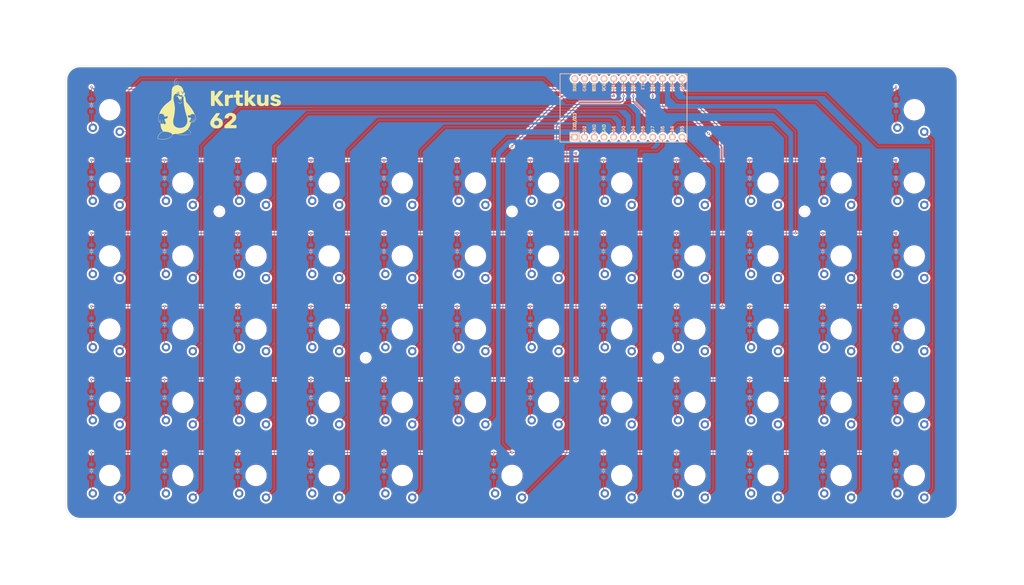
<source format=kicad_pcb>
(kicad_pcb (version 20240108) (generator "pcbnew") (generator_version "8.0")
  (layers (0 "F.Cu" signal) (31 "B.Cu" signal) (34 "B.Paste" user) (35 "F.Paste" user) (36 "B.SilkS" user "B.Silkscreen") (37 "F.SilkS" user "F.Silkscreen") (38 "B.Mask" user) (39 "F.Mask" user) (44 "Edge.Cuts" user))
  (net 0 "")
  (net 1 "Net-(D1-A)")
  (net 2 "ROW0")
  (net 3 "ROW1")
  (net 4 "Net-(D2-A)")
  (net 5 "ROW2")
  (net 6 "Net-(D3-A)")
  (net 7 "ROW3")
  (net 8 "Net-(D4-A)")
  (net 9 "ROW4")
  (net 10 "Net-(D5-A)")
  (net 11 "Net-(D6-A)")
  (net 12 "ROW5")
  (net 14 "Net-(D8-A)")
  (net 15 "Net-(D9-A)")
  (net 16 "Net-(D10-A)")
  (net 17 "Net-(D11-A)")
  (net 18 "Net-(D12-A)")
  (net 20 "Net-(D14-A)")
  (net 21 "Net-(D15-A)")
  (net 22 "Net-(D16-A)")
  (net 23 "Net-(D17-A)")
  (net 24 "Net-(D18-A)")
  (net 25 "Net-(D20-A)")
  (net 26 "Net-(D21-A)")
  (net 27 "Net-(D22-A)")
  (net 28 "Net-(D23-A)")
  (net 29 "Net-(D24-A)")
  (net 30 "Net-(D26-A)")
  (net 31 "Net-(D27-A)")
  (net 32 "Net-(D28-A)")
  (net 33 "Net-(D29-A)")
  (net 34 "Net-(D30-A)")
  (net 35 "Net-(D32-A)")
  (net 36 "Net-(D33-A)")
  (net 37 "Net-(D34-A)")
  (net 38 "Net-(D35-A)")
  (net 39 "Net-(D38-A)")
  (net 40 "Net-(D39-A)")
  (net 41 "Net-(D40-A)")
  (net 42 "Net-(D41-A)")
  (net 43 "Net-(D42-A)")
  (net 44 "Net-(D44-A)")
  (net 45 "Net-(D45-A)")
  (net 46 "Net-(D46-A)")
  (net 47 "Net-(D47-A)")
  (net 48 "Net-(D48-A)")
  (net 49 "Net-(D50-A)")
  (net 50 "Net-(D51-A)")
  (net 51 "Net-(D52-A)")
  (net 52 "Net-(D53-A)")
  (net 53 "Net-(D54-A)")
  (net 54 "Net-(D56-A)")
  (net 55 "Net-(D57-A)")
  (net 56 "Net-(D58-A)")
  (net 57 "Net-(D59-A)")
  (net 58 "Net-(D60-A)")
  (net 59 "Net-(D62-A)")
  (net 60 "Net-(D63-A)")
  (net 61 "Net-(D64-A)")
  (net 62 "Net-(D65-A)")
  (net 63 "Net-(D66-A)")
  (net 64 "Net-(D68-A)")
  (net 65 "Net-(D69-A)")
  (net 66 "Net-(D70-A)")
  (net 67 "Net-(D71-A)")
  (net 68 "Net-(D72-A)")
  (net 69 "COL0")
  (net 70 "COL1")
  (net 71 "COL2")
  (net 72 "COL3")
  (net 73 "COL4")
  (net 74 "COL5")
  (net 75 "COL6")
  (net 76 "COL7")
  (net 77 "COL8")
  (net 78 "COL9")
  (net 79 "COL10")
  (net 80 "COL11")
  (net 83 "Net-(D67-A)")
  (footprint "Gateron_KS33_Solderable:Gateron-KS33-Solderable-1U-Tight" (layer "F.Cu") (at 213.5875 138.175)
    (property "Reference" "SW40")
    (property "Value" "Push")
  )
  (footprint "Gateron_KS33_Solderable:Gateron-KS33-Solderable-1U-Tight" (layer "F.Cu") (at 156.4375 138.175)
    (property "Reference" "SW22")
    (property "Value" "Push")
  )
  (footprint "Gateron_KS33_Solderable:Gateron-KS33-Solderable-1U-Tight" (layer "F.Cu") (at 137.3875 138.175)
    (property "Reference" "SW16")
    (property "Value" "Push")
  )
  (footprint "Gateron_KS33_Solderable:Gateron-KS33-Solderable-1U-Tight" (layer "F.Cu") (at 99.2875 119.125)
    (property "Reference" "SW3")
    (property "Value" "Push")
  )
  (footprint "Gateron_KS33_Solderable:Gateron-KS33-Solderable-1U-Tight" (layer "F.Cu") (at 99.2875 100.075)
    (property "Reference" "SW2")
    (property "Value" "Push")
  )
  (footprint "Gateron_KS33_Solderable:Gateron-KS33-Solderable-1U-Tight" (layer "F.Cu") (at 175.4875 157.225)
    (property "Reference" "SW29")
    (property "Value" "Push")
  )
  (footprint "Gateron_KS33_Solderable:Gateron-KS33-Solderable-1U-Tight" (layer "F.Cu") (at 232.6375 138.175)
    (property "Reference" "SW46")
    (property "Value" "Push")
  )
  (footprint "Gateron_KS33_Solderable:Gateron-KS33-Solderable-1U-Tight" (layer "F.Cu") (at 308.8375 100.075)
    (property "Reference" "SW68")
    (property "Value" "Push")
  )
  (footprint "Gateron_KS33_Solderable:Gateron-KS33-Solderable-1U-Tight" (layer "F.Cu") (at 137.3875 100.075)
    (property "Reference" "SW14")
    (property "Value" "Push")
  )
  (footprint "Gateron_KS33_Solderable:Gateron-KS33-Solderable-1U-Tight" (layer "F.Cu") (at 118.3375 138.175)
    (property "Reference" "SW10")
    (property "Value" "Push")
  )
  (footprint "Gateron_KS33_Solderable:Gateron-KS33-Solderable-1U-Tight" (layer "F.Cu") (at 99.2875 81.025)
    (property "Reference" "SW1")
    (property "Value" "Push")
  )
  (footprint "Gateron_KS33_Solderable:Gateron-KS33-Solderable-1U-Tight" (layer "F.Cu") (at 175.4875 119.125)
    (property "Reference" "SW27")
    (property "Value" "Push")
  )
  (footprint "Gateron_KS33_Solderable:Gateron-KS33-Solderable-1U-Tight" (layer "F.Cu") (at 270.7375 100.075)
    (property "Reference" "SW56")
    (property "Value" "Push")
  )
  (footprint "Gateron_KS33_Solderable:Gateron-KS33-Solderable-1U-Tight" (layer "F.Cu") (at 118.3375 119.125)
    (property "Reference" "SW9")
    (property "Value" "Push")
  )
  (footprint "Gateron_KS33_Solderable:Gateron-KS33-Solderable-1U-Tight" (layer "F.Cu") (at 308.8375 138.175)
    (property "Reference" "SW70")
    (property "Value" "Push")
  )
  (footprint "Gateron_KS33_Solderable:Gateron-KS33-Solderable-1U-Tight" (layer "F.Cu") (at 156.4375 119.125)
    (property "Reference" "SW21")
    (property "Value" "Push")
  )
  (footprint "Gateron_KS33_Solderable:Gateron-KS33-Solderable-1U-Tight" (layer "F.Cu") (at 232.6375 119.125)
    (property "Reference" "SW45")
    (property "Value" "Push")
  )
  (footprint "Gateron_KS33_Solderable:Gateron-KS33-Solderable-1U-Tight" (layer "F.Cu") (at 137.3875 176.275)
    (property "Reference" "SW18")
    (property "Value" "Push")
  )
  (footprint "Gateron_KS33_Solderable:Gateron-KS33-Solderable-1U-Tight" (layer "F.Cu") (at 156.4375 100.075)
    (property "Reference" "SW20")
    (property "Value" "Push")
  )
  (footprint "Gateron_KS33_Solderable:Gateron-KS33-Solderable-1U-Tight" (layer "F.Cu") (at 308.8375 81.025)
    (property "Reference" "SW67")
    (property "Value" "Push")
  )
  (footprint "Gateron_KS33_Solderable:Gateron-KS33-Solderable-1U-Tight" (layer "F.Cu") (at 194.5375 138.175)
    (property "Reference" "SW34")
    (property "Value" "Push")
  )
  (footprint "Gateron_KS33_Solderable:Gateron-KS33-Solderable-1U-Tight" (layer "F.Cu") (at 175.4875 176.275)
    (property "Reference" "SW30")
    (property "Value" "Push")
  )
  (footprint "Gateron_KS33_Solderable:Gateron-KS33-Solderable-1U-Tight" (layer "F.Cu") (at 213.5875 119.125)
    (property "Reference" "SW39")
    (property "Value" "Push")
  )
  (footprint "Gateron_KS33_Solderable:Gateron-KS33-Solderable-1U-Tight" (layer "F.Cu") (at 289.7875 100.075)
    (property "Reference" "SW62")
    (property "Value" "Push")
  )
  (footprint "Gateron_KS33_Solderable:Gateron-KS33-Solderable-1U-Tight" (layer "F.Cu") (at 204.0625 176.275)
    (property "Reference" "SW42")
    (property "Value" "Push")
  )
  (footprint "Gateron_KS33_Solderable:Gateron-KS33-Solderable-1U-Tight" (layer "F.Cu") (at 137.3875 157.225)
    (property "Reference" "SW17")
    (property "Value" "Push")
  )
  (footprint "Gateron_KS33_Solderable:Gateron-KS33-Solderable-1U-Tight" (layer "F.Cu") (at 270.7375 176.275)
    (property "Reference" "SW60")
    (property "Value" "Push")
  )
  (footprint "Gateron_KS33_Solderable:Gateron-KS33-Solderable-1U-Tight" (layer "F.Cu") (at 175.4875 100.075)
    (property "Reference" "SW26")
    (property "Value" "Push")
  )
  (footprint "Gateron_KS33_Solderable:Gateron-KS33-Solderable-1U-Tight" (layer "F.Cu") (at 213.5875 157.225)
    (property "Reference" "SW41")
    (property "Value" "Push")
  )
  (footprint "Gateron_KS33_Solderable:Gateron-KS33-Solderable-1U-Tight" (layer "F.Cu") (at 251.6875 100.075)
    (property "Reference" "SW50")
    (property "Value" "Push")
  )
  (footprint "Gateron_KS33_Solderable:Gateron-KS33-Solderable-1U-Tight" (layer "F.Cu") (at 289.7875 119.125)
    (property "Reference" "SW63")
    (property "Value" "Push")
  )
  (footprint "Gateron_KS33_Solderable:Gateron-KS33-Solderable-1U-Tight" (layer "F.Cu") (at 194.5375 157.225)
    (property "Reference" "SW35")
    (property "Value" "Push")
  )
  (footprint "Gateron_KS33_Solderable:Gateron-KS33-Solderable-1U-Tight" (layer "F.Cu") (at 308.8375 119.125)
    (property "Reference" "SW69")
    (property "Value" "Push")
  )
  (footprint "Gateron_KS33_Solderable:Gateron-KS33-Solderable-1U-Tight" (layer "F.Cu") (at 251.6875 119.125)
    (property "Reference" "SW51")
    (property "Value" "Push")
  )
  (footprint "Gateron_KS33_Solderable:Gateron-KS33-Solderable-1U-Tight" (layer "F.Cu") (at 156.4375 157.225)
    (property "Reference" "SW23")
    (property "Value" "Push")
  )
  (footprint "Gateron_KS33_Solderable:Gateron-KS33-Solderable-1U-Tight" (layer "F.Cu") (at 289.7875 157.225)
    (property "Reference" "SW65")
    (property "Value" "Push")
  )
  (footprint "Gateron_KS33_Solderable:Gateron-KS33-Solderable-1U-Tight" (layer "F.Cu") (at 270.7375 119.125)
    (property "Reference" "SW57")
    (property "Value" "Push")
  )
  (footprint "Gateron_KS33_Solderable:Gateron-KS33-Solderable-1U-Tight" (layer "F.Cu") (at 213.5875 100.075)
    (property "Reference" "SW38")
    (property "Value" "Push")
  )
  (footprint "Gateron_KS33_Solderable:Gateron-KS33-Solderable-1U-Tight" (layer "F.Cu") (at 251.6875 176.275)
    (property "Reference" "SW54")
    (property "Value" "Push")
  )
  (footprint "Gateron_KS33_Solderable:Gateron-KS33-Solderable-1U-Tight" (layer "F.Cu") (at 175.4875 138.175)
    (property "Reference" "SW28")
    (property "Value" "Push")
  )
  (footprint "Gateron_KS33_Solderable:Gateron-KS33-Solderable-1U-Tight" (layer "F.Cu") (at 232.6375 176.275)
    (property "Reference" "SW48")
    (property "Value" "Push")
  )
  (footprint "Gateron_KS33_Solderable:Gateron-KS33-Solderable-1U-Tight" (layer "F.Cu") (at 289.7875 138.175)
    (property "Reference" "SW64")
    (property "Value" "Push")
  )
  (footprint "Gateron_KS33_Solderable:Gateron-KS33-Solderable-1U-Tight" (layer "F.Cu") (at 99.2875 176.275)
    (property "Reference" "SW6")
    (property "Value" "Push")
  )
  (footprint "ScottoKeebs_MCU:Arduino_Pro_Micro" (layer "F.Cu") (at 234.38375 80.54875 90)
    (property "Reference" "U1" (hide yes))
    (property "Value" "Arduino_Pro_Micro" (hide yes))
  )
  (footprint "Gateron_KS33_Solderable:Gateron-KS33-Solderable-1U-Tight" (layer "F.Cu") (at 118.3375 176.275)
    (property "Reference" "SW12")
    (property "Value" "Push")
  )
  (footprint "Gateron_KS33_Solderable:Gateron-KS33-Solderable-1U-Tight" (layer "F.Cu") (at 194.5375 100.075)
    (property "Reference" "SW32")
    (property "Value" "Push")
  )
  (footprint "Gateron_KS33_Solderable:Gateron-KS33-Solderable-1U-Tight" (layer "F.Cu") (at 289.7875 176.275)
    (property "Reference" "SW66")
    (property "Value" "Push")
  )
  (footprint "Gateron_KS33_Solderable:Gateron-KS33-Solderable-1U-Tight" (layer "F.Cu") (at 99.2875 138.175)
    (property "Reference" "SW4")
    (property "Value" "Push")
  )
  (footprint "Gateron_KS33_Solderable:Gateron-KS33-Solderable-1U-Tight" (layer "F.Cu") (at 308.8375 157.225)
    (property "Reference" "SW71")
    (property "Value" "Push")
  )
  (footprint "Gateron_KS33_Solderable:Gateron-KS33-Solderable-1U-Tight" (layer "F.Cu") (at 156.4375 176.275)
    (property "Reference" "SW24")
    (property "Value" "Push")
  )
  (footprint "Gateron_KS33_Solderable:Gateron-KS33-Solderable-1U-Tight" (layer "F.Cu") (at 251.6875 157.225)
    (property "Reference" "SW53")
    (property "Value" "Push")
  )
  (footprint "Gateron_KS33_Solderable:Gateron-KS33-Solderable-1U-Tight" (layer "F.Cu") (at 194.5375 119.125)
    (property "Reference" "SW33")
    (property "Value" "Push")
  )
  (footprint "Gateron_KS33_Solderable:Gateron-KS33-Solderable-1U-Tight" (layer "F.Cu") (at 137.3875 119.125)
    (property "Reference" "SW15")
    (property "Value" "Push")
  )
  (footprint "Gateron_KS33_Solderable:Gateron-KS33-Solderable-1U-Tight" (layer "F.Cu") (at 232.6375 100.075)
    (property "Reference" "SW44")
    (property "Value" "Push")
  )
  (footprint "Gateron_KS33_Solderable:Gateron-KS33-Solderable-1U-Tight" (layer "F.Cu") (at 118.3375 157.225)
    (property "Reference" "SW11")
    (property "Value" "Push")
  )
  (footprint "Gateron_KS33_Solderable:Gateron-KS33-Solderable-1U-Tight" (layer "F.Cu") (at 232.6375 157.225)
    (property "Reference" "SW47")
    (property "Value" "Push")
  )
  (footprint "Gateron_KS33_Solderable:Gateron-KS33-Solderable-1U-Tight" (layer "F.Cu") (at 118.3375 100.075)
    (property "Reference" "SW8")
    (property "Value" "Push")
  )
  (footprint "Gateron_KS33_Solderable:Gateron-KS33-Solderable-1U-Tight" (layer "F.Cu") (at 99.2875 157.225)
    (property "Reference" "SW5")
    (property "Value" "Push")
  )
  (footprint "Gateron_KS33_Solderable:Gateron-KS33-Solderable-1U-Tight" (layer "F.Cu") (at 308.8375 176.275)
    (property "Reference" "SW72")
    (property "Value" "Push")
  )
  (footprint "Gateron_KS33_Solderable:Gateron-KS33-Solderable-1U-Tight" (layer "F.Cu") (at 270.7375 138.175)
    (property "Reference" "SW58")
    (property "Value" "Push")
  )
  (footprint "Gateron_KS33_Solderable:Gateron-KS33-Solderable-1U-Tight" (layer "F.Cu") (at 270.7375 157.225)
    (property "Reference" "SW59")
    (property "Value" "Push")
  )
  (footprint "Gateron_KS33_Solderable:Gateron-KS33-Solderable-1U-Tight" (layer "F.Cu") (at 251.6875 138.175)
    (property "Reference" "SW52")
    (property "Value" "Push")
  )
  (footprint "ScottoKeebs_Components:Diode_SOD-123" (layer "B.Cu") (at 170.725 175.084375 -90)
    (property "Reference" "D30" (hide yes))
    (property "Value" "1N47xxA")
  )
  (footprint "ScottoKeebs_Components:Diode_SOD-123" (layer "B.Cu") (at 285.025 175.084375 -90)
    (property "Reference" "D66" (hide yes))
    (property "Value" "1N47xxA")
  )
  (footprint "ScottoKeebs_Components:Diode_SOD-123" (layer "B.Cu") (at 304.075 79.834375 -90)
    (property "Reference" "D67" (hide yes))
    (property "Value" "1N47xxA")
  )
  (footprint "ScottoKeebs_Components:Diode_SOD-123" (layer "B.Cu") (at 227.875 98.884375 -90)
    (property "Reference" "D44" (hide yes))
    (property "Value" "1N47xxA")
  )
  (footprint "ScottoKeebs_Components:Diode_SOD-123" (layer "B.Cu") (at 94.525 136.984375 -90)
    (property "Reference" "D4" (hide yes))
    (property "Value" "1N47xxA")
  )
  (footprint "ScottoKeebs_Components:Diode_SOD-123" (layer "B.Cu") (at 170.725 156.034375 -90)
    (property "Reference" "D29" (hide yes))
    (property "Value" "1N47xxA")
  )
  (footprint "ScottoKeebs_Components:Diode_SOD-123" (layer "B.Cu") (at 151.675 136.984375 -90)
    (property "Reference" "D22" (hide yes))
    (property "Value" "1N47xxA")
  )
  (footprint "ScottoKeebs_Components:Diode_SOD-123" (layer "B.Cu") (at 94.525 156.034375 -90)
    (property "Reference" "D5" (hide yes))
    (property "Value" "1N47xxA")
  )
  (footprint "ScottoKeebs_Components:Diode_SOD-123" (layer "B.Cu") (at 265.975 117.934375 -90)
    (property "Reference" "D57" (hide yes))
    (property "Value" "1N47xxA")
  )
  (footprint "ScottoKeebs_Components:Diode_SOD-123" (layer "B.Cu") (at 227.875 136.984375 -90)
    (property "Reference" "D46" (hide yes))
    (property "Value" "1N47xxA")
  )
  (footprint "ScottoKeebs_Components:Diode_SOD-123" (layer "B.Cu") (at 113.575 117.934375 -90)
    (property "Reference" "D9" (hide yes))
    (property "Value" "1N47xxA")
  )
  (footprint "ScottoKeebs_Components:Diode_SOD-123" (layer "B.Cu") (at 304.075 117.934375 -90)
    (property "Reference" "D69" (hide yes))
    (property "Value" "1N47xxA")
  )
  (footprint "ScottoKeebs_Components:Diode_SOD-123" (layer "B.Cu") (at 151.675 117.934375 -90)
    (property "Reference" "D21" (hide yes))
    (property "Value" "1N47xxA")
  )
  (footprint "ScottoKeebs_Components:Diode_SOD-123" (layer "B.Cu") (at 189.775 156.034375 -90)
    (property "Reference" "D35" (hide yes))
    (property "Value" "1N47xxA")
  )
  (footprint "ScottoKeebs_Components:Diode_SOD-123" (layer "B.Cu") (at 170.725 136.984375 -90)
    (property "Reference" "D28" (hide yes))
    (property "Value" "1N47xxA")
  )
  (footprint "ScottoKeebs_Components:Diode_SOD-123" (layer "B.Cu") (at 132.625 98.884375 -90)
    (property "Reference" "D14" (hide yes))
    (property "Value" "1N47xxA")
  )
  (footprint "ScottoKeebs_Components:Diode_SOD-123" (layer "B.Cu") (at 170.725 117.934375 -90)
    (property "Reference" "D27" (hide yes))
    (property "Value" "1N47xxA")
  )
  (footprint "ScottoKeebs_Components:Diode_SOD-123" (layer "B.Cu") (at 189.775 136.984375 -90)
    (property "Reference" "D34" (hide yes))
    (property "Value" "1N47xxA")
  )
  (footprint "ScottoKeebs_Components:Diode_SOD-123" (layer "B.Cu") (at 113.575 175.084375 -90)
    (property "Reference" "D12" (hide yes))
    (property "Value" "1N47xxA")
  )
  (footprint "ScottoKeebs_Components:Diode_SOD-123" (layer "B.Cu") (at 208.825 136.984375 -90)
    (property "Reference" "D40" (hide yes))
    (property "Value" "1N47xxA")
  )
  (footprint "ScottoKeebs_Components:Diode_SOD-123" (layer "B.Cu") (at 304.075 156.034375 -90)
    (property "Reference" "D71" (hide yes))
    (property "Value" "1N47xxA")
  )
  (footprint "ScottoKeebs_Components:Diode_SOD-123" (layer "B.Cu") (at 227.875 175.084375 -90)
    (property "Reference" "D48" (hide yes))
    (property "Value" "1N47xxA")
  )
  (footprint "ScottoKeebs_Components:Diode_SOD-123" (layer "B.Cu") (at 208.825 98.884375 -90)
    (property "Reference" "D38" (hide yes))
    (property "Value" "1N47xxA")
  )
  (footprint "ScottoKeebs_Components:Diode_SOD-123" (layer "B.Cu") (at 132.625 117.934375 -90)
    (property "Reference" "D15" (hide yes))
    (property "Value" "1N47xxA")
  )
  (footprint "ScottoKeebs_Components:Diode_SOD-123" (layer "B.Cu") (at 227.875 156.034375 -90)
    (property "Reference" "D47" (hide yes))
    (property "Value" "1N47xxA")
  )
  (footprint "ScottoKeebs_Components:Diode_SOD-123" (layer "B.Cu") (at 151.675 175.084375 -90)
    (property "Reference" "D24" (hide yes))
    (property "Value" "1N47xxA")
  )
  (footprint "ScottoKeebs_Components:Diode_SOD-123" (layer "B.Cu") (at 94.525 175.084375 -90)
    (property "Reference" "D6" (hide yes))
    (property "Value" "1N47xxA")
  )
  (footprint "ScottoKeebs_Components:Diode_SOD-123" (layer "B.Cu") (at 113.575 156.034375 -90)
    (property "Reference" "D11" (hide yes))
    (property "Value" "1N47xxA")
  )
  (footprint "ScottoKeebs_Components:Diode_SOD-123" (layer "B.Cu") (at 113.575 98.884375 -90)
    (property "Reference" "D8" (hide yes))
    (property "Value" "1N47xxA")
  )
  (footprint "ScottoKeebs_Components:Diode_SOD-123" (layer "B.Cu") (at 285.025 117.934375 -90)
    (property "Reference" "D63" (hide yes))
    (property "Value" "1N47xxA")
  )
  (footprint "ScottoKeebs_Components:Diode_SOD-123" (layer "B.Cu") (at 304.075 136.984375 -90)
    (property "Reference" "D70" (hide yes))
    (property "Value" "1N47xxA")
  )
  (footprint "ScottoKeebs_Components:Diode_SOD-123" (layer "B.Cu") (at 94.525 79.834375 -90)
    (property "Reference" "D1" (hide yes))
    (property "Value" "1N47xxA")
  )
  (footprint "ScottoKeebs_Components:Diode_SOD-123" (layer "B.Cu") (at 285.025 98.884375 -90)
    (property "Reference" "D62" (hide yes))
    (property "Value" "1N47xxA")
  )
  (footprint "ScottoKeebs_Components:Diode_SOD-123" (layer "B.Cu") (at 246.925 156.034375 -90)
    (property "Reference" "D53" (hide yes))
    (property "Value" "1N47xxA")
  )
  (footprint "ScottoKeebs_Components:Diode_SOD-123" (layer "B.Cu") (at 304.075 98.884375 -90)
    (property "Reference" "D68" (hide yes))
    (property "Value" "1N47xxA")
  )
  (footprint "ScottoKeebs_Components:Diode_SOD-123" (layer "B.Cu") (at 113.575 136.984375 -90)
    (property "Reference" "D10" (hide yes))
    (property "Value" "1N47xxA")
  )
  (footprint "ScottoKeebs_Components:Diode_SOD-123" (layer "B.Cu") (at 246.925 117.934375 -90)
    (property "Reference" "D51" (hide yes))
    (property "Value" "1N47xxA")
  )
  (footprint "ScottoKeebs_Components:Diode_SOD-123" (layer "B.Cu") (at 265.975 136.984375 -90)
    (property "Reference" "D58" (hide yes))
    (property "Value" "1N47xxA")
  )
  (footprint "ScottoKeebs_Components:Diode_SOD-123" (layer "B.Cu") (at 265.975 156.034375 -90)
    (property "Reference" "D59" (hide yes))
    (property "Value" "1N47xxA")
  )
  (footprint "ScottoKeebs_Components:Diode_SOD-123" (layer "B.Cu") (at 208.825 156.034375 -90)
    (property "Reference" "D41" (hide yes))
    (property "Value" "1N47xxA")
  )
  (footprint "ScottoKeebs_Components:Diode_SOD-123" (layer "B.Cu") (at 265.975 175.084375 -90)
    (property "Reference" "D60" (hide yes))
    (property "Value" "1N47xxA")
  )
  (footprint "ScottoKeebs_Components:Diode_SOD-123" (layer "B.Cu") (at 227.875 117.934375 -90)
    (property "Reference" "D45" (hide yes))
    (property "Value" "1N47xxA")
  )
  (footprint "ScottoKeebs_Components:Diode_SOD-123" (layer "B.Cu") (at 94.525 98.884375 -90)
    (property "Reference" "D2" (hide yes))
    (property "Value" "1N47xxA")
  )
  (footprint "ScottoKeebs_Components:Diode_SOD-123" (layer "B.Cu") (at 285.025 136.984375 -90)
    (property "Reference" "D64" (hide yes))
    (property "Value" "1N47xxA")
  )
  (footprint "ScottoKeebs_Components:Diode_SOD-123" (layer "B.Cu") (at 304.075 175.084375 -90)
    (property "Reference" "D72" (hide yes))
    (property "Value" "1N47xxA")
  )
  (footprint "ScottoKeebs_Components:Diode_SOD-123" (layer "B.Cu") (at 132.625 156.034375 -90)
    (property "Reference" "D17" (hide yes))
    (property "Value" "1N47xxA")
  )
  (footprint "ScottoKeebs_Components:Diode_SOD-123" (layer "B.Cu") (at 246.925 175.084375 -90)
    (property "Reference" "D54" (hide yes))
    (property "Value" "1N47xxA")
  )
  (footprint "ScottoKeebs_Components:Diode_SOD-123" (layer "B.Cu") (at 132.625 136.984375 -90)
    (property "Reference" "D16" (hide yes))
    (property "Value" "1N47xxA")
  )
  (footprint "ScottoKeebs_Components:Diode_SOD-123" (layer "B.Cu") (at 151.675 156.034375 -90)
    (property "Reference" "D23" (hide yes))
    (property "Value" "1N47xxA")
  )
  (footprint "ScottoKeebs_Components:Diode_SOD-123" (layer "B.Cu") (at 132.625 175.084375 -90)
    (property "Reference" "D18" (hide yes))
    (property "Value" "1N47xxA")
  )
  (footprint "ScottoKeebs_Components:Diode_SOD-123" (layer "B.Cu") (at 246.925 98.884375 -90)
    (property "Reference" "D50" (hide yes))
    (property "Value" "1N47xxA")
  )
  (footprint "ScottoKeebs_Components:Diode_SOD-123" (layer "B.Cu") (at 246.925 136.984375 -90)
    (property "Reference" "D52" (hide yes))
    (property "Value" "1N47xxA")
  )
  (footprint "ScottoKeebs_Components:Diode_SOD-123" (layer "B.Cu") (at 189.775 98.884375 -90)
    (property "Reference" "D32" (hide yes))
    (property "Value" "1N47xxA")
  )
  (footprint "ScottoKeebs_Components:Diode_SOD-123" (layer "B.Cu") (at 285.025 156.034375 -90)
    (property "Reference" "D65" (hide yes))
    (property "Value" "1N47xxA")
  )
  (footprint "ScottoKeebs_Components:Diode_SOD-123" (layer "B.Cu") (at 265.975 98.884375 -90)
    (property "Reference" "D56" (hide yes))
    (property "Value" "1N47xxA")
  )
  (footprint "ScottoKeebs_Components:Diode_SOD-123" (layer "B.Cu") (at 189.775 117.934375 -90)
    (property "Reference" "D33" (hide yes))
    (property "Value" "1N47xxA")
  )
  (footprint "ScottoKeebs_Components:Diode_SOD-123" (layer "B.Cu") (at 208.825 117.934375 -90)
    (property "Reference" "D39" (hide yes))
    (property "Value" "1N47xxA")
  )
  (footprint "ScottoKeebs_Components:Diode_SOD-123" (layer "B.Cu") (at 199.3 175.084375 -90)
    (property "Reference" "D42" (hide yes))
    (property "Value" "1N47xxA")
  )
  (footprint "ScottoKeebs_Components:Diode_SOD-123" (layer "B.Cu") (at 151.675 98.884375 -90)
    (property "Reference" "D20" (hide yes))
    (property "Value" "1N47xxA")
  )
  (footprint "ScottoKeebs_Components:Diode_SOD-123" (layer "B.Cu") (at 94.525 117.934375 -90)
    (property "Reference" "D3" (hide yes))
    (property "Value" "1N47xxA")
  )
  (footprint "ScottoKeebs_Components:Diode_SOD-123" (layer "B.Cu") (at 170.725 98.884375 -90)
    (property "Reference" "D26" (hide yes))
    (property "Value" "1N47xxA")
  )
  (gr_poly (pts (xy 130.806595 81.844023) (xy 130.864624 81.845868) (xy 130.921511 81.848943) (xy 130.977256 81.853248) (xy 131.031858 81.858783) (xy 131.085319 81.865548) (xy 131.137637 81.873543) (xy 131.188813 81.882768) (xy 131.238847 81.893223) (xy 131.287739 81.904907) (xy 131.335489 81.917822) (xy 131.382096 81.931967) (xy 131.427562 81.947342) (xy 131.471885 81.963947) (xy 131.515067 81.981782) (xy 131.557106 82.000847) (xy 131.597959 82.020285) (xy 131.637582 82.040646) (xy 131.675976 82.061929) (xy 131.713139 82.084134) (xy 131.749072 82.107263) (xy 131.783775 82.131313) (xy 131.817248 82.156286) (xy 131.849491 82.182182) (xy 131.880504 82.209) (xy 131.910288 82.236741) (xy 131.938841 82.265404) (xy 131.966164 82.294989) (xy 131.992257 82.325497) (xy 132.01712 82.356928) (xy 132.040753 82.389281) (xy 132.063156 82.422557) (xy 132.084264 82.456645) (xy 132.10401 82.491436) (xy 132.122394 82.52693) (xy 132.139416 82.563127) (xy 132.155077 82.600026) (xy 132.169376 82.637629) (xy 132.182313 82.675934) (xy 132.193888 82.714942) (xy 132.204101 82.754653) (xy 132.212953 82.795067) (xy 132.220443 82.836184) (xy 132.226571 82.878003) (xy 132.231337 82.920526) (xy 132.234742 82.963751) (xy 132.236784 83.007679) (xy 132.237465 83.05231) (xy 132.236982 83.087277) (xy 132.235532 83.121892) (xy 132.233116 83.156156) (xy 132.229734 83.190068) (xy 132.225385 83.223629) (xy 132.220069 83.256839) (xy 132.213788 83.289697) (xy 132.206539 83.322204) (xy 132.198325 83.354359) (xy 132.189143 83.386163) (xy 132.178996 83.417616) (xy 132.167882 83.448717) (xy 132.155802 83.479466) (xy 132.142755 83.509864) (xy 132.128742 83.539911) (xy 132.113762 83.569607) (xy 132.098607 83.59906) (xy 132.082661 83.628382) (xy 132.065924 83.657573) (xy 132.048397 83.686631) (xy 132.030079 83.715558) (xy 132.01097 83.744353) (xy 131.991071 83.773016) (xy 131.970381 83.801547) (xy 131.9489 83.829947) (xy 131.926629 83.858215) (xy 131.903566 83.886351) (xy 131.879714 83.914355) (xy 131.85507 83.942227) (xy 131.829636 83.969968) (xy 131.803412 83.997577) (xy 131.776396 84.025054) (xy 131.721574 84.078734) (xy 131.66394 84.132941) (xy 131.603495 84.187675) (xy 131.540238 84.242937) (xy 131.474171 84.298726) (xy 131.405291 84.355041) (xy 131.333601 84.411884) (xy 131.259098 84.469254) (xy 130.713688 85.014664) (xy 132.175614 85.014664) (xy 132.183257 85.014818) (xy 132.190725 85.01528) (xy 132.198017 85.016048) (xy 132.205133 85.017125) (xy 132.212074 85.018508) (xy 132.218839 85.0202) (xy 132.225428 85.022198) (xy 132.231841 85.024505) (xy 132.238079 85.027119) (xy 132.244141 85.03004) (xy 132.250027 85.033269) (xy 132.255738 85.036805) (xy 132.261273 85.040649) (xy 132.266632 85.0448) (xy 132.271816 85.049258) (xy 132.276823 85.054025) (xy 132.282271 85.059032) (xy 132.287366 85.064216) (xy 132.292111 85.069575) (xy 132.296504 85.07511) (xy 132.300545 85.080821) (xy 132.304235 85.086707) (xy 132.307574 85.092769) (xy 132.310561 85.099007) (xy 132.313196 85.10542) (xy 132.315481 85.112009) (xy 132.317414 85.118774) (xy 132.318995 85.125715) (xy 132.320225 85.132831) (xy 132.321103 85.140123) (xy 132.321631 85.147591) (xy 132.321806 85.155234) (xy 132.321806 85.706268) (xy 132.321631 85.713912) (xy 132.321103 85.721379) (xy 132.320225 85.728671) (xy 132.318995 85.735788) (xy 132.317414 85.742728) (xy 132.315481 85.749493) (xy 132.313196 85.756082) (xy 132.310561 85.762496) (xy 132.307574 85.768734) (xy 132.304235 85.774796) (xy 132.300545 85.780683) (xy 132.296504 85.786393) (xy 132.292111 85.791928) (xy 132.287366 85.797287) (xy 132.282271 85.802471) (xy 132.276823 85.807479) (xy 132.271816 85.812245) (xy 132.266632 85.816704) (xy 132.261273 85.820855) (xy 132.255738 85.824698) (xy 132.250027 85.828235) (xy 132.244141 85.831463) (xy 132.238079 85.834384) (xy 132.231841 85.836998) (xy 132.225428 85.839304) (xy 132.218839 85.841303) (xy 132.212074 85.842994) (xy 132.205133 85.844378) (xy 132.198017 85.845454) (xy 132.190725 85.846223) (xy 132.183257 85.846684) (xy 132.175614 85.846838) (xy 129.307988 85.846838) (xy 129.300344 85.846684) (xy 129.292876 85.846223) (xy 129.285584 85.845454) (xy 129.278467 85.844378) (xy 129.271527 85.842994) (xy 129.264762 85.841303) (xy 129.258173 85.839304) (xy 129.251759 85.836998) (xy 129.245522 85.834384) (xy 129.23946 85.831463) (xy 129.233574 85.828235) (xy 129.227863 85.824698) (xy 129.222328 85.820855) (xy 129.216969 85.816704) (xy 129.211786 85.812245) (xy 129.206778 85.807479) (xy 129.202011 85.802471) (xy 129.197553 85.797287) (xy 129.193401 85.791928) (xy 129.189557 85.786393) (xy 129.186021 85.780683) (xy 129.182792 85.774796) (xy 129.179871 85.768734) (xy 129.177257 85.762496) (xy 129.174951 85.756082) (xy 129.172953 85.749493) (xy 129.171261 85.742728) (xy 129.169878 85.735788) (xy 129.168801 85.728671) (xy 129.168033 85.721379) (xy 129.167572 85.713912) (xy 129.167418 85.706268) (xy 129.167418 85.318295) (xy 129.167506 85.313222) (xy 129.167769 85.307841) (xy 129.168208 85.302152) (xy 129.168823 85.296156) (xy 129.169614 85.289852) (xy 129.17058 85.283241) (xy 129.17304 85.269096) (xy 129.176203 85.253721) (xy 129.180068 85.237116) (xy 129.184636 85.219281) (xy 129.189907 85.200216) (xy 129.193004 85.189717) (xy 129.196672 85.179306) (xy 129.200911 85.168983) (xy 129.205721 85.158748) (xy 129.211102 85.148601) (xy 129.217055 85.138541) (xy 129.223578 85.12857) (xy 129.230672 85.118686) (xy 129.238338 85.10889) (xy 129.246574 85.099182) (xy 129.255382 85.089562) (xy 129.264761 85.080029) (xy 129.27471 85.070585) (xy 129.285231 85.061228) (xy 129.296323 85.051959) (xy 129.307986 85.042778) (xy 129.92087 84.441141) (xy 130.13032 84.278782) (xy 130.320089 84.129075) (xy 130.490179 83.992019) (xy 130.640589 83.867615) (xy 130.709907 83.809454) (xy 130.774481 83.75305) (xy 130.834311 83.698404) (xy 130.889397 83.645515) (xy 130.939738 83.594382) (xy 130.985336 83.545007) (xy 131.026188 83.497389) (xy 131.062296 83.451528) (xy 131.079319 83.4284) (xy 131.095243 83.405404) (xy 131.110069 83.382539) (xy 131.123797 83.359806) (xy 131.136426 83.337205) (xy 131.147958 83.314736) (xy 131.158391 83.292399) (xy 131.167725 83.270193) (xy 131.175962 83.248119) (xy 131.1831 83.226177) (xy 131.18914 83.204367) (xy 131.194082 83.182688) (xy 131.197926 83.161141) (xy 131.200671 83.139726) (xy 131.202319 83.118443) (xy 131.202868 83.097292) (xy 131.202472 83.072956) (xy 131.201286 83.049147) (xy 131.19931 83.025865) (xy 131.196542 83.00311) (xy 131.192984 82.980883) (xy 131.188635 82.959182) (xy 131.183495 82.938009) (xy 131.177565 82.917363) (xy 131.170844 82.897244) (xy 131.163332 82.877652) (xy 131.15503 82.858587) (xy 131.145936 82.840049) (xy 131.136052 82.822039) (xy 131.125378 82.804555) (xy 131.113912 82.787599) (xy 131.101656 82.771169) (xy 131.095188 82.763213) (xy 131.088434 82.755509) (xy 131.081395 82.748058) (xy 131.07407 82.740859) (xy 131.066459 82.733913) (xy 131.058563 82.72722) (xy 131.050382 82.720779) (xy 131.041915 82.71459) (xy 131.033162 82.708654) (xy 131.024124 82.702971) (xy 131.005191 82.692363) (xy 130.985116 82.682764) (xy 130.963899 82.674177) (xy 130.94154 82.666599) (xy 130.918039 82.660032) (xy 130.893395 82.654475) (xy 130.867609 82.649928) (xy 130.840681 82.646392) (xy 130.812611 82.643866) (xy 130.783399 82.642351) (xy 130.753044 82.641846) (xy 130.732179 82.642131) (xy 130.711752 82.642988) (xy 130.691765 82.644415) (xy 130.672217 82.646414) (xy 130.653108 82.648984) (xy 130.634439 82.652125) (xy 130.616209 82.655837) (xy 130.598418 82.660119) (xy 130.581066 82.664973) (xy 130.564154 82.670399) (xy 130.547681 82.676395) (xy 130.531647 82.682962) (xy 130.516053 82.6901) (xy 130.500898 82.697809) (xy 130.486182 82.70609) (xy 130.471905 82.714941) (xy 130.458727 82.724232) (xy 130.4459 82.73383) (xy 130.433424 82.743736) (xy 130.4213 82.753949) (xy 130.409527 82.76447) (xy 130.398106 82.775298) (xy 130.387036 82.786434) (xy 130.376317 82.797877) (xy 130.36595 82.809628) (xy 130.355934 82.821686) (xy 130.34627 82.834052) (xy 130.336958 82.846725) (xy 130.327996 82.859706) (xy 130.319386 82.872994) (xy 130.311128 82.88659) (xy 130.303221 82.900493) (xy 130.289603 82.928783) (xy 130.276864 82.957424) (xy 130.265004 82.986417) (xy 130.254021 83.01576) (xy 130.243918 83.045456) (xy 130.234693 83.075503) (xy 130.226346 83.105901) (xy 130.218878 83.136651) (xy 130.216616 83.145612) (xy 130.214046 83.154222) (xy 130.211169 83.16248) (xy 130.207984 83.170387) (xy 130.204492 83.177943) (xy 130.200692 83.185147) (xy 130.196585 83.192) (xy 130.19217 83.198501) (xy 130.187448 83.204651) (xy 130.182419 83.210449) (xy 130.177082 83.215896) (xy 130.171437 83.220992) (xy 130.165485 83.225736) (xy 130.159226 83.230129) (xy 130.152659 83.234171) (xy 130.145785 83.237861) (xy 130.139415 83.241265) (xy 130.132957 83.24445) (xy 130.126412 83.247415) (xy 130.119779 83.25016) (xy 130.113058 83.252686) (xy 130.106249 83.254993) (xy 130.099352 83.257079) (xy 130.092367 83.258946) (xy 130.085294 83.260593) (xy 130.078134 83.262021) (xy 130.070886 83.263229) (xy 130.06355 83.264218) (xy 130.056126 83.264986) (xy 130.048614 83.265536) (xy 130.041015 83.265865) (xy 130.033327 83.265975) (xy 129.35297 83.265975) (xy 129.34603 83.265843) (xy 129.339265 83.265448) (xy 129.332676 83.264789) (xy 129.326262 83.263866) (xy 129.320024 83.26268) (xy 129.313962 83.261231) (xy 129.308076 83.259517) (xy 129.302365 83.257541) (xy 129.29683 83.2553) (xy 129.291471 83.252796) (xy 129.286288 83.250029) (xy 129.28128 83.246998) (xy 129.276448 83.243703) (xy 129.271792 83.240145) (xy 129.267311 83.236323) (xy 129.263007 83.232238) (xy 129.258921 83.227955) (xy 129.255099 83.22354) (xy 129.251541 83.218994) (xy 129.248247 83.214315) (xy 129.245215 83.209505) (xy 129.242448 83.204563) (xy 129.239944 83.19949) (xy 129.237704 83.194284) (xy 129.235727 83.188947) (xy 129.234014 83.183478) (xy 129.232564 83.177877) (xy 129.231378 83.172144) (xy 129.230455 83.16628) (xy 129.229797 83.160284) (xy 129.229401 83.154155) (xy 129.229269 83.147896) (xy 129.230367 83.114313) (xy 129.232256 83.081037) (xy 129.234936 83.048069) (xy 129.238406 83.015409) (xy 129.242667 82.983056) (xy 129.247719 82.95101) (xy 129.253561 82.919272) (xy 129.260194 82.887842) (xy 129.267618 82.856719) (xy 129.275833 82.825903) (xy 129.284838 82.795395) (xy 129.294634 82.765195) (xy 129.30522 82.735302) (xy 129.316598 82.705716) (xy 129.328766 82.676438) (xy 129.341725 82.647467) (xy 129.356111 82.618167) (xy 129.371156 82.589306) (xy 129.386861 82.560885) (xy 129.403224 82.532903) (xy 129.420246 82.50536) (xy 129.437927 82.478256) (xy 129.456267 82.451592) (xy 129.475266 82.425367) (xy 129.494924 82.399581) (xy 129.51524 82.374234) (xy 129.536216 82.349327) (xy 129.557851 82.324859) (xy 129.580144 82.300831) (xy 129.603097 82.277241) (xy 129.626708 82.254091) (xy 129.650978 82.23138) (xy 129.675886 82.208516) (xy 129.701408 82.18631) (xy 129.727545 82.164763) (xy 129.754297 82.143875) (xy 129.781665 82.123646) (xy 129.809647 82.104076) (xy 129.838244 82.085165) (xy 129.867456 82.066913) (xy 129.897283 82.04932) (xy 129.927726 82.032386) (xy 129.958783 82.01611) (xy 129.990455 82.000494) (xy 130.022742 81.985537) (xy 130.055644 81.971238) (xy 130.089161 81.957599) (xy 130.123293 81.944618) (xy 130.158677 81.932362) (xy 130.194545 81.920897) (xy 130.230895 81.910222) (xy 130.267729 81.900339) (xy 130.305046 81.891246) (xy 130.342846 81.882943) (xy 130.381129 81.875432) (xy 130.419896 81.868711) (xy 130.459146 81.86278) (xy 130.498879 81.857641) (xy 130.539095 81.853292) (xy 130.579794 81.849734) (xy 130.620977 81.846967) (xy 130.662642 81.84499) (xy 130.704791 81.843804) (xy 130.747424 81.843408)) (stroke (width -0.000001)) (fill solid) (layer "F.SilkS"))
  (gr_poly (pts (xy 140.497482 77.116885) (xy 140.504313 77.117346) (xy 140.511012 77.118115) (xy 140.51758 77.119191) (xy 140.524016 77.120575) (xy 140.530319 77.122266) (xy 140.536492 77.124265) (xy 140.542532 77.126571) (xy 140.54844 77.129185) (xy 140.554217 77.132106) (xy 140.559862 77.135335) (xy 140.565375 77.138871) (xy 140.570756 77.142715) (xy 140.576005 77.146866) (xy 140.581122 77.151325) (xy 140.586108 77.156091) (xy 140.591555 77.161099) (xy 140.596651 77.166282) (xy 140.601396 77.171641) (xy 140.605789 77.177176) (xy 140.60983 77.182887) (xy 140.61352 77.188773) (xy 140.616859 77.194836) (xy 140.619846 77.201073) (xy 140.622481 77.207487) (xy 140.624765 77.214076) (xy 140.626698 77.220841) (xy 140.628279 77.227782) (xy 140.629509 77.234898) (xy 140.630388 77.24219) (xy 140.630915 77.249658) (xy 140.63109 77.257302) (xy 140.63109 79.900014) (xy 140.630915 79.907657) (xy 140.630388 79.915125) (xy 140.629509 79.922417) (xy 140.628279 79.929533) (xy 140.626698 79.936474) (xy 140.624765 79.943239) (xy 140.622481 79.949828) (xy 140.619846 79.956241) (xy 140.616859 79.962479) (xy 140.61352 79.968541) (xy 140.60983 79.974427) (xy 140.605789 79.980138) (xy 140.601396 79.985673) (xy 140.596651 79.991032) (xy 140.591555 79.996216) (xy 140.586108 80.001223) (xy 140.581122 80.00599) (xy 140.576005 80.010448) (xy 140.570756 80.014599) (xy 140.565375 80.018443) (xy 140.559862 80.021979) (xy 140.554217 80.025208) (xy 140.54844 80.028129) (xy 140.542532 80.030743) (xy 140.536492 80.033049) (xy 140.530319 80.035048) (xy 140.524016 80.03674) (xy 140.51758 80.038123) (xy 140.511012 80.0392) (xy 140.504313 80.039968) (xy 140.497482 80.04043) (xy 140.490519 80.040583) (xy 139.855145 80.040583) (xy 139.847501 80.04043) (xy 139.840034 80.039968) (xy 139.832742 80.0392) (xy 139.825626 80.038123) (xy 139.818685 80.03674) (xy 139.81192 80.035048) (xy 139.805331 80.033049) (xy 139.798917 80.030743) (xy 139.79268 80.028129) (xy 139.786618 80.025208) (xy 139.780731 80.021979) (xy 139.775021 80.018443) (xy 139.769486 80.014599) (xy 139.764126 80.010448) (xy 139.758943 80.00599) (xy 139.753935 80.001223) (xy 139.749169 79.996216) (xy 139.74471 79.991032) (xy 139.740559 79.985673) (xy 139.736716 79.980138) (xy 139.73318 79.974427) (xy 139.729951 79.968541) (xy 139.72703 79.962479) (xy 139.724416 79.956241) (xy 139.72211 79.949828) (xy 139.720112 79.943239) (xy 139.71842 79.936474) (xy 139.717037 79.929533) (xy 139.715961 79.922417) (xy 139.715192 79.915125) (xy 139.714731 79.907657) (xy 139.714577 79.900014) (xy 139.714577 79.680724) (xy 139.695952 79.706334) (xy 139.676623 79.731154) (xy 139.656592 79.755182) (xy 139.635858 79.77842) (xy 139.614421 79.800868) (xy 139.592282 79.822524) (xy 139.569439 79.84339) (xy 139.545894 79.863465) (xy 139.521646 79.88275) (xy 139.496694 79.901244) (xy 139.471041 79.918947) (xy 139.444684 79.935859) (xy 139.417624 79.951981) (xy 139.389862 79.967312) (xy 139.361396 79.981853) (xy 139.332228 79.995602) (xy 139.30306 80.007858) (xy 139.273189 80.019323) (xy 139.242614 80.029998) (xy 139.211338 80.039881) (xy 139.179358 80.048974) (xy 139.146675 80.057277) (xy 139.11329 80.064788) (xy 139.079202 80.071509) (xy 139.044411 80.07744) (xy 139.008917 80.082579) (xy 138.97272 80.086928) (xy 138.93582 80.090486) (xy 138.898218 80.093254) (xy 138.859912 80.095231) (xy 138.820904 80.096417) (xy 138.781193 80.096812) (xy 138.781193 80.096816) (xy 138.740713 80.096245) (xy 138.700805 80.094532) (xy 138.661467 80.091676) (xy 138.622701 80.087679) (xy 138.584505 80.082539) (xy 138.546881 80.076257) (xy 138.509828 80.068833) (xy 138.473346 80.060267) (xy 138.437435 80.050559) (xy 138.402095 80.039708) (xy 138.367326 80.027716) (xy 138.333128 80.014581) (xy 138.299501 80.000304) (xy 138.266446 79.984885) (xy 138.233961 79.968324) (xy 138.202048 79.950621) (xy 138.171539 79.93182) (xy 138.141866 79.911965) (xy 138.113027 79.891055) (xy 138.085023 79.869091) (xy 138.057853 79.846073) (xy 138.031518 79.822) (xy 138.006018 79.796873) (xy 137.981352 79.770692) (xy 137.957521 79.743457) (xy 137.934525 79.715167) (xy 137.912363 79.685823) (xy 137.891036 79.655425) (xy 137.870544 79.623972) (xy 137.850886 79.591466) (xy 137.832063 79.557905) (xy 137.814074 79.52329) (xy 137.797052 79.486961) (xy 137.781128 79.449666) (xy 137.766302 79.411405) (xy 137.752574 79.372177) (xy 137.739945 79.331982) (xy 137.728414 79.290822) (xy 137.717981 79.248695) (xy 137.708646 79.205601) (xy 137.70041 79.161542) (xy 137.693272 79.116515) (xy 137.687232 79.070523) (xy 137.68229 79.023564) (xy 137.678446 78.975638) (xy 137.675701 78.926746) (xy 137.674053 78.876888) (xy 137.673504 78.826063) (xy 137.673504 77.257304) (xy 137.673658 77.24966) (xy 137.674119 77.242192) (xy 137.674888 77.2349) (xy 137.675964 77.227784) (xy 137.677348 77.220843) (xy 137.679039 77.214078) (xy 137.681038 77.207489) (xy 137.683344 77.201075) (xy 137.685958 77.194837) (xy 137.68888 77.188775) (xy 137.692108 77.182889) (xy 137.695644 77.177178) (xy 137.699488 77.171643) (xy 137.703639 77.166284) (xy 137.708098 77.1611) (xy 137.712864 77.156092) (xy 137.718531 77.151326) (xy 137.724285 77.146867) (xy 137.730128 77.142716) (xy 137.736058 77.138872) (xy 137.742076 77.135336) (xy 137.748182 77.132108) (xy 137.754376 77.129186) (xy 137.760657 77.126573) (xy 137.767027 77.124266) (xy 137.773484 77.122268) (xy 137.78003 77.120577) (xy 137.786663 77.119193) (xy 137.793384 77.118117) (xy 137.800193 77.117348) (xy 137.807089 77.116887) (xy 137.814074 77.116733) (xy 138.500054 77.116733) (xy 138.507697 77.116887) (xy 138.515165 77.117348) (xy 138.522457 77.118117) (xy 138.529574 77.119193) (xy 138.536514 77.120577) (xy 138.543279 77.122268) (xy 138.549868 77.124266) (xy 138.556282 77.126573) (xy 138.56252 77.129186) (xy 138.568582 77.132108) (xy 138.574468 77.135336) (xy 138.580178 77.138872) (xy 138.585713 77.142716) (xy 138.591072 77.146867) (xy 138.596256 77.151326) (xy 138.601263 77.156092) (xy 138.606711 77.1611) (xy 138.611807 77.166284) (xy 138.616551 77.171643) (xy 138.620944 77.177178) (xy 138.624986 77.182889) (xy 138.628676 77.188775) (xy 138.632014 77.194837) (xy 138.635002 77.201075) (xy 138.637638 77.207489) (xy 138.639922 77.214078) (xy 138.641855 77.220843) (xy 138.643437 77.227784) (xy 138.644667 77.2349) (xy 138.645545 77.242192) (xy 138.646072 77.24966) (xy 138.646248 77.257304) (xy 138.646248 78.792326) (xy 138.648203 78.861095) (xy 138.654067 78.925428) (xy 138.658466 78.95593) (xy 138.663841 78.985324) (xy 138.670194 79.013608) (xy 138.677525 79.040783) (xy 138.685833 79.066848) (xy 138.695118 79.091805) (xy 138.705381 79.115652) (xy 138.716621 79.138391) (xy 138.728838 79.16002) (xy 138.742033 79.180539) (xy 138.756205 79.19995) (xy 138.771355 79.218252) (xy 138.787482 79.235444) (xy 138.804586 79.251527) (xy 138.822668 79.266501) (xy 138.841728 79.280366) (xy 138.861764 79.293121) (xy 138.882778 79.304768) (xy 138.90477 79.315305) (xy 138.927739 79.324733) (xy 138.951685 79.333052) (xy 138.976608 79.340261) (xy 139.002509 79.346362) (xy 139.029388 79.351353) (xy 139.057244 79.355235) (xy 139.086077 79.358008) (xy 139.115887 79.359672) (xy 139.146675 79.360226) (xy 139.175821 79.359655) (xy 139.204221 79.357942) (xy 139.231873 79.355087) (xy 139.258779 79.35109) (xy 139.284938 79.34595) (xy 139.310351 79.339668) (xy 139.335016 79.332245) (xy 139.358935 79.323679) (xy 139.382107 79.313971) (xy 139.404533 79.30312) (xy 139.426211 79.291128) (xy 139.447143 79.277994) (xy 139.467328 79.263717) (xy 139.486766 79.248298) (xy 139.505457 79.231737) (xy 139.523402 79.214034) (xy 139.540424 79.194596) (xy 139.556348 79.174235) (xy 139.571174 79.152952) (xy 139.584902 79.130747) (xy 139.597532 79.107619) (xy 139.609063 79.083568) (xy 139.619496 79.058595) (xy 139.628831 79.032699) (xy 139.637067 79.005881) (xy 139.644206 78.978141) (xy 139.650246 78.949477) (xy 139.655188 78.919892) (xy 139.659031 78.889384) (xy 139.661777 78.857953) (xy 139.663424 78.8256) (xy 139.663973 78.792324) (xy 139.663973 77.257302) (xy 139.664127 77.249658) (xy 139.664588 77.24219) (xy 139.665357 77.234898) (xy 139.666433 77.227782) (xy 139.667817 77.220841) (xy 139.669508 77.214076) (xy 139.671506 77.207487) (xy 139.673812 77.201073) (xy 139.676426 77.194836) (xy 139.679347 77.188773) (xy 139.682576 77.182887) (xy 139.686112 77.177176) (xy 139.689955 77.171641) (xy 139.694107 77.166282) (xy 139.698565 77.161099) (xy 139.703331 77.156091) (xy 139.708339 77.151325) (xy 139.713523 77.146866) (xy 139.718882 77.142715) (xy 139.724417 77.138871) (xy 139.730128 77.135335) (xy 139.736015 77.132106) (xy 139.742077 77.129185) (xy 139.748314 77.126571) (xy 139.754728 77.124265) (xy 139.761317 77.122266) (xy 139.768081 77.120575) (xy 139.775022 77.119191) (xy 139.782138 77.118115) (xy 139.78943 77.117346) (xy 139.796898 77.116885) (xy 139.804541 77.116731) (xy 140.490519 77.116731)) (stroke (width -0.000001)) (fill solid) (layer "F.SilkS"))
  (gr_poly (pts (xy 118.151764 78.986725) (xy 118.152603 78.986812) (xy 118.155136 78.98714) (xy 118.156815 78.987567) (xy 118.158493 78.988155) (xy 118.160172 78.98891) (xy 118.16185 78.989749) (xy 118.16269 78.990214) (xy 118.163529 78.990672) (xy 118.165207 78.991763) (xy 118.165628 78.992057) (xy 118.166046 78.992352) (xy 118.166886 78.992946) (xy 118.167307 78.993279) (xy 118.167725 78.993615) (xy 118.168564 78.994289) (xy 118.170243 78.995715) (xy 118.171082 78.996516) (xy 118.1715 78.996914) (xy 118.171921 78.99731) (xy 118.1736 78.998912) (xy 118.174439 78.999791) (xy 118.175278 79.000675) (xy 118.176957 79.002605) (xy 118.177811 79.004527) (xy 118.17865 79.006633) (xy 118.179505 79.008815) (xy 118.180344 79.011592) (xy 118.180512 79.014865) (xy 118.180176 79.018649) (xy 118.179337 79.022846) (xy 118.17598 79.032588) (xy 118.170929 79.043842) (xy 118.163376 79.056529) (xy 118.154465 79.070308) (xy 118.144043 79.08501) (xy 118.132279 79.100467) (xy 118.119339 79.116512) (xy 118.105393 79.132808) (xy 118.090622 79.149272) (xy 118.075089 79.165737) (xy 118.059037 79.181873) (xy 118.042649 79.197498) (xy 118.026017 79.212528) (xy 118.009293 79.226642) (xy 117.970322 79.256885) (xy 117.931076 79.283847) (xy 117.89177 79.307453) (xy 117.852295 79.3277) (xy 117.812638 79.344668) (xy 117.772904 79.358279) (xy 117.73317 79.368441) (xy 117.693268 79.375331) (xy 117.653458 79.378863) (xy 117.613556 79.379031) (xy 117.573655 79.375926) (xy 117.533753 79.369372) (xy 117.494004 79.359454) (xy 117.45427 79.346186) (xy 117.414627 79.329554) (xy 117.375061 79.30965) (xy 117.357331 79.298976) (xy 117.337845 79.285869) (xy 117.316849 79.270496) (xy 117.295014 79.253436) (xy 117.272583 79.234958) (xy 117.250061 79.215633) (xy 117.22789 79.195728) (xy 117.206543 79.175647) (xy 117.186386 79.155986) (xy 117.167908 79.13692) (xy 117.151429 79.119029) (xy 117.137574 79.102649) (xy 117.126572 79.088283) (xy 117.122361 79.081897) (xy 117.119004 79.07619) (xy 117.116471 79.071155) (xy 117.114792 79.066875) (xy 117.114472 79.063342) (xy 117.114886 79.061997) (xy 117.115096 79.061326) (xy 117.115311 79.060657) (xy 117.116989 79.05788) (xy 117.118668 79.055446) (xy 117.121201 79.053256) (xy 117.12246 79.052336) (xy 117.123719 79.05141) (xy 117.126252 79.049815) (xy 117.128769 79.048473) (xy 117.13003 79.048008) (xy 117.131302 79.04755) (xy 117.132981 79.047169) (xy 117.134659 79.046794) (xy 117.136338 79.046624) (xy 117.138016 79.046459) (xy 117.141373 79.046375) (xy 117.14473 79.046542) (xy 117.148087 79.047046) (xy 117.156479 79.048976) (xy 117.165131 79.052165) (xy 117.174546 79.056537) (xy 117.184708 79.062084) (xy 117.195725 79.068889) (xy 117.207566 79.076953) (xy 117.220246 79.086192) (xy 117.233872 79.09669) (xy 117.248307 79.108455) (xy 117.263687 79.121394) (xy 117.301987 79.152561) (xy 117.339951 79.180454) (xy 117.377488 79.204982) (xy 117.414627 79.226314) (xy 117.451508 79.24438) (xy 117.488053 79.259166) (xy 117.52443 79.270671) (xy 117.542481 79.275295) (xy 117.560547 79.279079) (xy 117.578522 79.282016) (xy 117.596497 79.284206) (xy 117.614457 79.285549) (xy 117.632355 79.286136) (xy 117.650254 79.285892) (xy 117.668137 79.284885) (xy 117.686035 79.283038) (xy 117.703934 79.280437) (xy 117.721833 79.276996) (xy 117.739716 79.272792) (xy 117.775513 79.262042) (xy 117.811371 79.24818) (xy 117.847412 79.23112) (xy 117.860855 79.22356) (xy 117.877488 79.213062) (xy 117.896637 79.19987) (xy 117.917893 79.184581) (xy 117.964341 79.149379) (xy 118.012314 79.111072) (xy 118.057343 79.07336) (xy 118.077332 79.055805) (xy 118.094971 79.039844) (xy 118.109681 79.025729) (xy 118.12085 79.01414) (xy 118.127579 79.005405) (xy 118.127994 79.004605) (xy 118.128413 79.003806) (xy 118.129258 79.002208) (xy 118.129837 78.999942) (xy 118.129927 78.998931) (xy 118.129968 78.998425) (xy 118.130005 78.99792) (xy 118.130341 78.996158) (xy 118.130844 78.994479) (xy 118.131592 78.992969) (xy 118.131807 78.992631) (xy 118.132019 78.992295) (xy 118.132232 78.991959) (xy 118.132447 78.991626) (xy 118.132655 78.991329) (xy 118.132866 78.991032) (xy 118.133286 78.990444) (xy 118.13414 78.989436) (xy 118.135819 78.988597) (xy 118.137497 78.987926) (xy 118.139176 78.987415) (xy 118.140854 78.986995) (xy 118.142533 78.986743) (xy 118.142954 78.986725) (xy 118.143372 78.986704) (xy 118.144211 78.986659) (xy 118.150925 78.986644)) (stroke (width -0.000001)) (fill solid) (layer "F.SilkS"))
  (gr_poly (pts (xy 127.869189 81.911037) (xy 127.875317 81.911498) (xy 127.881313 81.912267) (xy 127.887177 81.913343) (xy 127.89291 81.914726) (xy 127.898511 81.916418) (xy 127.90398 81.918416) (xy 127.909317 81.920723) (xy 127.914523 81.923336) (xy 127.919597 81.926258) (xy 127.924539 81.929486) (xy 127.929349 81.933023) (xy 127.934027 81.936866) (xy 127.938574 81.941018) (xy 127.942989 81.945477) (xy 127.947272 81.950243) (xy 127.951357 81.954526) (xy 127.955179 81.95894) (xy 127.958737 81.963487) (xy 127.962032 81.968165) (xy 127.965063 81.972975) (xy 127.96783 81.977917) (xy 127.970334 81.982991) (xy 127.972575 81.988196) (xy 127.974551 81.993533) (xy 127.976265 81.999002) (xy 127.977714 82.004603) (xy 127.9789 82.010336) (xy 127.979823 82.0162) (xy 127.980482 82.022196) (xy 127.980877 82.028324) (xy 127.981009 82.034584) (xy 127.980921 82.040207) (xy 127.980657 82.04583) (xy 127.980217 82.051453) (xy 127.979602 82.057076) (xy 127.978811 82.062699) (xy 127.977845 82.068321) (xy 127.976703 82.073944) (xy 127.975386 82.079567) (xy 127.974661 82.081653) (xy 127.973892 82.083696) (xy 127.973079 82.085695) (xy 127.972222 82.08765) (xy 127.971322 82.08956) (xy 127.970377 82.091427) (xy 127.969389 82.09325) (xy 127.968356 82.095029) (xy 127.96728 82.096765) (xy 127.96616 82.098456) (xy 127.964996 82.100103) (xy 127.963788 82.101707) (xy 127.962536 82.103266) (xy 127.961241 82.104782) (xy 127.959901 82.106253) (xy 127.958517 82.107681) (xy 127.193816 83.147899) (xy 127.203744 83.145263) (xy 127.213848 83.142978) (xy 127.224127 83.141045) (xy 127.234582 83.139463) (xy 127.245213 83.138233) (xy 127.256019 83.137355) (xy 127.267001 83.136828) (xy 127.278159 83.136652) (xy 127.290634 83.135334) (xy 127.302758 83.134192) (xy 127.314531 83.133226) (xy 127.325952 83.132435) (xy 127.337022 83.13182) (xy 127.347741 83.13138) (xy 127.358108 83.131117) (xy 127.368124 83.131029) (xy 127.400411 83.132105) (xy 127.432611 83.133928) (xy 127.464722 83.136498) (xy 127.496745 83.139814) (xy 127.528681 83.143878) (xy 127.560529 83.148688) (xy 127.592288 83.154245) (xy 127.62396 83.160549) (xy 127.655544 83.167599) (xy 127.687041 83.175396) (xy 127.718449 83.18394) (xy 127.74977 83.193231) (xy 127.781003 83.203269) (xy 127.812148 83.214053) (xy 127.843205 83.225584) (xy 127.874174 83.237861) (xy 127.904924 83.25082) (xy 127.935323 83.264394) (xy 127.965369 83.278583) (xy 127.995065 83.293387) (xy 128.024409 83.308806) (xy 128.053401 83.32484) (xy 128.082043 83.341488) (xy 128.110332 83.358752) (xy 128.138271 83.376631) (xy 128.165858 83.395124) (xy 128.193093 83.414233) (xy 128.219977 83.433957) (xy 128.24651 83.454295) (xy 128.272691 83.475249) (xy 128.298521 83.496817) (xy 128.324 83.519001) (xy 128.348972 83.541075) (xy 128.373286 83.56372) (xy 128.396941 83.586936) (xy 128.419938 83.610723) (xy 128.442275 83.635081) (xy 128.463953 83.66001) (xy 128.484973 83.68551) (xy 128.505334 83.711582) (xy 128.525036 83.738224) (xy 128.544079 83.765438) (xy 128.562463 83.793222) (xy 128.580188 83.821578) (xy 128.597254 83.850505) (xy 128.613661 83.880002) (xy 128.62941 83.910071) (xy 128.644499 83.940711) (xy 128.659478 83.971153) (xy 128.673491 84.002035) (xy 128.686538 84.033355) (xy 128.698618 84.065115) (xy 128.709731 84.097315) (xy 128.719878 84.129953) (xy 128.729059 84.163031) (xy 128.737274 84.196548) (xy 128.744522 84.230505) (xy 128.750803 84.264901) (xy 128.756118 84.299735) (xy 128.760467 84.33501) (xy 128.76385 84.370723) (xy 128.766266 84.406876) (xy 128.767715 84.443468) (xy 128.768198 84.480499) (xy 128.767408 84.528754) (xy 128.765036 84.576526) (xy 128.761082 84.623814) (xy 128.755547 84.670619) (xy 128.748431 84.716941) (xy 128.739733 84.76278) (xy 128.729454 84.808136) (xy 128.717594 84.853008) (xy 128.704152 84.897397) (xy 128.689129 84.941303) (xy 128.672524 84.984726) (xy 128.654338 85.027666) (xy 128.63457 85.070122) (xy 128.613221 85.112095) (xy 128.590291 85.153585) (xy 128.565779 85.194592) (xy 128.53984 85.234171) (xy 128.512626 85.272784) (xy 128.484139 85.31043) (xy 128.454378 85.34711) (xy 128.423342 85.382823) (xy 128.391033 85.417571) (xy 128.35745 85.451351) (xy 128.322594 85.484166) (xy 128.286463 85.516013) (xy 128.249058 85.546895) (xy 128.210379 85.57681) (xy 128.170427 85.605759) (xy 128.1292 85.633741) (xy 128.0867 85.660757) (xy 128.042926 85.686806) (xy 127.997877 85.711889) (xy 127.951665 85.735039) (xy 127.904398 85.756696) (xy 127.856077 85.776859) (xy 127.806702 85.795529) (xy 127.756272 85.812705) (xy 127.704789 85.828387) (xy 127.652251 85.842576) (xy 127.598658 85.855271) (xy 127.544012 85.866473) (xy 127.488311 85.876181) (xy 127.431556 85.884395) (xy 127.373747 85.891116) (xy 127.314884 85.896344) (xy 127.254966 85.900077) (xy 127.193994 85.902318) (xy 127.131968 85.903065) (xy 127.131964 85.903066) (xy 127.070575 85.902364) (xy 127.010108 85.900255) (xy 126.950563 85.896741) (xy 126.891941 85.891821) (xy 126.834242 85.885495) (xy 126.777465 85.877764) (xy 126.721611 85.868626) (xy 126.666679 85.858084) (xy 126.612669 85.846135) (xy 126.559582 85.832781) (xy 126.507417 85.818021) (xy 126.456175 85.801856) (xy 126.405856 85.784284) (xy 126.356459 85.765307) (xy 126.307984 85.744925) (xy 126.260432 85.723137) (xy 126.214681 85.700119) (xy 126.170204 85.676046) (xy 126.127 85.650919) (xy 126.085071 85.624738) (xy 126.044416 85.597503) (xy 126.005034 85.569213) (xy 125.966926 85.539869) (xy 125.930093 85.50947) (xy 125.894533 85.478018) (xy 125.860247 85.445511) (xy 125.827235 85.411949) (xy 125.795497 85.377334) (xy 125.765033 85.341664) (xy 125.735843 85.30494) (xy 125.707927 85.267162) (xy 125.681284 85.228329) (xy 125.656092 85.187916) (xy 125.632524 85.146799) (xy 125.610582 85.10498) (xy 125.590266 85.062458) (xy 125.571575 85.019233) (xy 125.554509 84.975305) (xy 125.539068 84.930674) (xy 125.525253 84.88534) (xy 125.513063 84.839304) (xy 125.502498 84.792564) (xy 125.493559 84.745122) (xy 125.486245 84.696977) (xy 125.480556 84.648129) (xy 125.476493 84.598578) (xy 125.474055 84.548324) (xy 125.473242 84.497368) (xy 125.473344 84.491746) (xy 126.490967 84.491746) (xy 126.491297 84.516785) (xy 126.492285 84.541297) (xy 126.493932 84.565281) (xy 126.496239 84.588739) (xy 126.499204 84.611669) (xy 126.502828 84.634072) (xy 126.507111 84.655948) (xy 126.512053 84.677297) (xy 126.517653 84.698119) (xy 126.523913 84.718414) (xy 126.530832 84.738181) (xy 126.538409 84.757422) (xy 126.546646 84.776135) (xy 126.555541 84.794321) (xy 126.565095 84.811981) (xy 126.575308 84.829113) (xy 126.586774 84.84574) (xy 126.598679 84.861883) (xy 126.611023 84.877544) (xy 126.623806 84.892721) (xy 126.637028 84.907415) (xy 126.65069 84.921626) (xy 126.664791 84.935353) (xy 126.679331 84.948597) (xy 126.694311 84.961359) (xy 126.709729 84.973636) (xy 126.725587 84.985431) (xy 126.741885 84.996742) (xy 126.758621 85.007571) (xy 126.775797 85.017916) (xy 126.793412 85.027777) (xy 126.811467 85.037156) (xy 126.829828 85.045327) (xy 126.848366 85.05297) (xy 126.86708 85.060086) (xy 126.885969 85.066676) (xy 126.905033 85.072738) (xy 126.924274 85.078273) (xy 126.94369 85.083281) (xy 126.963282 85.087761) (xy 126.98305 85.091715) (xy 127.002993 85.095141) (xy 127.023112 85.098041) (xy 127.043407 85.100413) (xy 127.063878 85.102258) (xy 127.084524 85.103576) (xy 127.105346 85.104367) (xy 127.126342 85.10463) (xy 127.147317 85.104367) (xy 127.168073 85.103576) (xy 127.18861 85.102258) (xy 127.208927 85.100413) (xy 127.229024 85.098041) (xy 127.248902 85.095141) (xy 127.268559 85.091715) (xy 127.287998 85.087761) (xy 127.307216 85.083281) (xy 127.326215 85.078273) (xy 127.344994 85.072738) (xy 127.363554 85.066676) (xy 127.381893 85.060086) (xy 127.400014 85.05297) (xy 127.417914 85.045327) (xy 127.435595 85.037156) (xy 127.453649 85.027777) (xy 127.471265 85.017916) (xy 127.48844 85.007571) (xy 127.505177 84.996742) (xy 127.521474 84.985431) (xy 127.537333 84.973636) (xy 127.552751 84.961359) (xy 127.567731 84.948597) (xy 127.582271 84.935353) (xy 127.596372 84.921626) (xy 127.610034 84.907415) (xy 127.623256 84.892721) (xy 127.63604 84.877544) (xy 127.648383 84.861883) (xy 127.660288 84.84574) (xy 127.671753 84.829113) (xy 127.682647 84.811981) (xy 127.692839 84.794322) (xy 127.702327 84.776136) (xy 127.711113 84.757423) (xy 127.719195 84.738182) (xy 127.726575 84.718415) (xy 127.733252 84.69812) (xy 127.739226 84.677298) (xy 127.744498 84.655949) (xy 127.749066 84.634073) (xy 127.752932 84.611669) (xy 127.756095 84.588739) (xy 127.758554 84.565281) (xy 127.760312 84.541297) (xy 127.761366 84.516785) (xy 127.761717 84.491746) (xy 127.761366 84.467388) (xy 127.760312 84.443513) (xy 127.758554 84.420121) (xy 127.756095 84.397212) (xy 127.752932 84.374787) (xy 127.749066 84.352845) (xy 127.744498 84.331386) (xy 127.739226 84.31041) (xy 127.733252 84.289918) (xy 127.726575 84.269909) (xy 127.719195 84.250383) (xy 127.711113 84.23134) (xy 127.702327 84.21278) (xy 127.692839 84.194704) (xy 127.682647 84.177111) (xy 127.671753 84.160001) (xy 127.660288 84.143396) (xy 127.648383 84.127318) (xy 127.63604 84.111768) (xy 127.623256 84.096744) (xy 127.610034 84.082248) (xy 127.596372 84.068279) (xy 127.582271 84.054837) (xy 127.567731 84.041922) (xy 127.552751 84.029534) (xy 127.537333 84.017673) (xy 127.521474 84.00634) (xy 127.505177 83.995534) (xy 127.48844 83.985254) (xy 127.471265 83.975502) (xy 127.453649 83.966277) (xy 127.435595 83.957579) (xy 127.417914 83.948728) (xy 127.400014 83.940448) (xy 127.381893 83.932739) (xy 127.363554 83.9256) (xy 127.344994 83.919033) (xy 127.326215 83.913037) (xy 127.307216 83.907612) (xy 127.287998 83.902758) (xy 127.26856 83.898475) (xy 127.248902 83.894763) (xy 127.229025 83.891622) (xy 127.208928 83.889053) (xy 127.188611 83.887054) (xy 127.168075 83.885626) (xy 127.147319 83.88477) (xy 127.126343 83.884484) (xy 127.105346 83.88477) (xy 127.084524 83.885626) (xy 127.063878 83.887054) (xy 127.043407 83.889053) (xy 127.023112 83.891622) (xy 127.002993 83.894763) (xy 126.98305 83.898475) (xy 126.963282 83.902758) (xy 126.94369 83.907612) (xy 126.924274 83.913037) (xy 126.905033 83.919033) (xy 126.885969 83.9256) (xy 126.86708 83.932739) (xy 126.848366 83.940448) (xy 126.829828 83.948728) (xy 126.811467 83.957579) (xy 126.793412 83.966277) (xy 126.775797 83.975502) (xy 126.758621 83.985254) (xy 126.741885 83.995534) (xy 126.725587 84.00634) (xy 126.709729 84.017673) (xy 126.694311 84.029534) (xy 126.679331 84.041922) (xy 126.664791 84.054837) (xy 126.65069 84.068279) (xy 126.637028 84.082248) (xy 126.623806 84.096744) (xy 126.611023 84.111768) (xy 126.598679 84.127318) (xy 126.586774 84.143396) (xy 126.575308 84.160001) (xy 126.565095 84.177111) (xy 126.555541 84.194704) (xy 126.546646 84.21278) (xy 126.538409 84.23134) (xy 126.530832 84.250383) (xy 126.523913 84.269909) (xy 126.517653 84.289918) (xy 126.512053 84.31041) (xy 126.507111 84.331386) (xy 126.502828 84.352845) (xy 126.499204 84.374787) (xy 126.496239 84.397212) (xy 126.493932 84.420121) (xy 126.492285 84.443512) (xy 126.491297 84.467387) (xy 126.490967 84.491746) (xy 125.473344 84.491746) (xy 125.474033 84.453879) (xy 125.476405 84.410566) (xy 125.480358 84.367429) (xy 125.485893 84.324467) (xy 125.493009 84.281681) (xy 125.501706 84.239071) (xy 125.511985 84.196636) (xy 125.523846 84.154378) (xy 125.536936 84.111153) (xy 125.550905 84.06863) (xy 125.565753 84.026811) (xy 125.581479 83.985694) (xy 125.598084 83.94528) (xy 125.615568 83.905569) (xy 125.63393 83.866561) (xy 125.65317 83.828255) (xy 125.67285 83.790829) (xy 125.692529 83.754456) (xy 125.712209 83.719138) (xy 125.731889 83.684874) (xy 125.751569 83.651664) (xy 125.77125 83.619509) (xy 125.79093 83.588408) (xy 125.81061 83.558361) (xy 125.848212 83.499673) (xy 125.8823 83.44731) (xy 125.912873 83.401274) (xy 125.939932 83.361564) (xy 126.935168 82.023338) (xy 126.941142 82.016134) (xy 126.94782 82.008578) (xy 126.9552 82.000672) (xy 126.963283 81.992413) (xy 126.972069 81.983803) (xy 126.981557 81.974842) (xy 126.991748 81.965529) (xy 127.002642 81.955865) (xy 127.0091 81.950418) (xy 127.015821 81.945322) (xy 127.022805 81.940578) (xy 127.030053 81.936185) (xy 127.037565 81.932144) (xy 127.045341 81.928454) (xy 127.053379 81.925116) (xy 127.061682 81.922129) (xy 127.070248 81.919493) (xy 127.079077 81.917209) (xy 127.08817 81.915276) (xy 127.097527 81.913694) (xy 127.107147 81.912464) (xy 127.117031 81.911586) (xy 127.127178 81.911058) (xy 127.137589 81.910883) (xy 127.862929 81.910883)) (stroke (width -0.000001)) (fill solid) (layer "F.SilkS"))
  (gr_poly (pts (xy 135.231965 76.048557) (xy 135.239433 76.049018) (xy 135.246725 76.049787) (xy 135.253841 76.050863) (xy 135.260782 76.052247) (xy 135.267546 76.053938) (xy 135.274136 76.055937) (xy 135.280549 76.058243) (xy 135.286787 76.060857) (xy 135.292849 76.063778) (xy 135.298735 76.067007) (xy 135.304446 76.070543) (xy 135.309981 76.074387) (xy 135.31534 76.078538) (xy 135.320524 76.082997) (xy 135.325531 76.087763) (xy 135.330297 76.092771) (xy 135.334756 76.097954) (xy 135.338907 76.103314) (xy 135.342751 76.108849) (xy 135.346287 76.114559) (xy 135.349516 76.120446) (xy 135.352437 76.126508) (xy 135.355051 76.132745) (xy 135.357357 76.139159) (xy 135.359356 76.145748) (xy 135.361048 76.152513) (xy 135.362431 76.159454) (xy 135.363508 76.16657) (xy 135.364276 76.173862) (xy 135.364738 76.18133) (xy 135.364891 76.188974) (xy 135.364891 78.078233) (xy 136.163327 77.212322) (xy 136.171849 77.202657) (xy 136.180547 77.193345) (xy 136.18942 77.184383) (xy 136.19847 77.175774) (xy 136.207695 77.167515) (xy 136.217095 77.159608) (xy 136.226672 77.152052) (xy 136.236424 77.144848) (xy 136.241497 77.141444) (xy 136.246879 77.138259) (xy 136.252567 77.135294) (xy 136.258563 77.132548) (xy 136.264867 77.130022) (xy 136.271478 77.127716) (xy 136.278396 77.12563) (xy 136.285622 77.123763) (xy 136.293156 77.122115) (xy 136.300997 77.120688) (xy 136.309145 77.119479) (xy 136.317601 77.118491) (xy 136.326365 77.117722) (xy 136.335436 77.117173) (xy 136.344814 77.116844) (xy 136.3545 77.116734) (xy 137.079842 77.116734) (xy 137.086783 77.116888) (xy 137.093547 77.117349) (xy 137.100137 77.118118) (xy 137.10655 77.119194) (xy 137.112788 77.120578) (xy 137.11885 77.122269) (xy 137.124736 77.124268) (xy 137.130447 77.126574) (xy 137.135981 77.129187) (xy 137.141341 77.132109) (xy 137.146524 77.135337) (xy 137.151532 77.138874) (xy 137.156364 77.142718) (xy 137.16102 77.146869) (xy 137.165501 77.151328) (xy 137.169806 77.156094) (xy 137.174572 77.160377) (xy 137.179031 77.164792) (xy 137.183182 77.169338) (xy 137.187025 77.174017) (xy 137.190561 77.178827) (xy 137.19379 77.183769) (xy 137.196711 77.188842) (xy 137.199325 77.194048) (xy 137.201631 77.199385) (xy 137.203629 77.204854) (xy 137.205321 77.210455) (xy 137.206704 77.216187) (xy 137.20778 77.222052) (xy 137.208549 77.228048) (xy 137.20901 77.234176) (xy 137.209164 77.240436) (xy 137.20912 77.243269) (xy 137.208988 77.246147) (xy 137.208769 77.249068) (xy 137.208461 77.252033) (xy 137.208066 77.255042) (xy 137.207583 77.258095) (xy 137.207012 77.261192) (xy 137.206353 77.264333) (xy 137.205606 77.267518) (xy 137.204771 77.270746) (xy 137.203849 77.274019) (xy 137.202839 77.277335) (xy 137.20174 77.280696) (xy 137.200554 77.2841) (xy 137.19928 77.287548) (xy 137.197918 77.291041) (xy 137.196469 77.294511) (xy 137.194932 77.297894) (xy 137.193306 77.301188) (xy 137.191593 77.304395) (xy 137.189792 77.307514) (xy 137.187904 77.310545) (xy 137.185927 77.313488) (xy 137.183862 77.316343) (xy 137.18171 77.319111) (xy 137.17947 77.321791) (xy 137.177141 77.324382) (xy 137.174725 77.326886) (xy 137.172222 77.329303) (xy 137.16963 77.331631) (xy 137.16695 77.333871) (xy 137.164183 77.336024) (xy 136.135212 78.426845) (xy 137.304753 79.826922) (xy 137.309519 79.832545) (xy 137.313978 79.838168) (xy 137.318129 79.84379) (xy 137.321972 79.849413) (xy 137.325509 79.855035) (xy 137.328737 79.860658) (xy 137.331659 79.866281) (xy 137.334272 79.871903) (xy 137.336579 79.877526) (xy 137.338578 79.883149) (xy 137.340269 79.888772) (xy 137.341653 79.894395) (xy 137.342729 79.900017) (xy 137.343498 79.90564) (xy 137.343959 79.911263) (xy 137.344113 79.916886) (xy 137.343959 79.923168) (xy 137.343498 79.929362) (xy 137.342729 79.935468) (xy 137.341653 79.941486) (xy 137.340269 79.947416) (xy 137.338578 79.953259) (xy 137.336579 79.959013) (xy 137.334272 79.96468) (xy 137.331659 79.970259) (xy 137.328737 79.975749) (xy 137.325509 79.981153) (xy 137.321972 79.986468) (xy 137.318129 79.991695) (xy 137.313978 79.996835) (xy 137.309519 80.001886) (xy 137.304753 80.00685) (xy 137.30047 80.010935) (xy 137.296055 80.014757) (xy 137.291509 80.018315) (xy 137.286831 80.021609) (xy 137.282021 80.02464) (xy 137.277079 80.027407) (xy 137.272005 80.029911) (xy 137.2668 80.032151) (xy 137.261463 80.034128) (xy 137.255994 80.035841) (xy 137.250393 80.037291) (xy 137.24466 80.038477) (xy 137.238796 80.039399) (xy 137.2328 80.040058) (xy 137.226671 80.040454) (xy 137.220412 80.040585) (xy 136.466957 80.040585) (xy 136.45659 80.040476) (xy 136.446575 80.040146) (xy 136.43691 80.039597) (xy 136.427597 80.038828) (xy 136.418636 80.03784) (xy 136.410026 80.036632) (xy 136.401767 80.035204) (xy 136.39386 80.033557) (xy 136.386304 80.03169) (xy 136.3791 80.029603) (xy 136.372247 80.027297) (xy 136.365746 80.024771) (xy 136.359596 80.022026) (xy 136.353797 80.019061) (xy 136.34835 80.015876) (xy 136.343254 80.012471) (xy 136.334733 80.004037) (xy 136.326035 79.995604) (xy 136.317162 79.98717) (xy 136.308113 79.978736) (xy 136.298888 79.970301) (xy 136.289487 79.961867) (xy 136.279911 79.953433) (xy 136.270159 79.944999) (xy 135.364889 78.871045) (xy 135.364889 79.900016) (xy 135.364736 79.907659) (xy 135.364274 79.915127) (xy 135.363506 79.922419) (xy 135.362429 79.929535) (xy 135.361046 79.936476) (xy 135.359354 79.94324) (xy 135.357356 79.94983) (xy 135.355049 79.956243) (xy 135.352435 79.962481) (xy 135.349514 79.968543) (xy 135.346285 79.974429) (xy 135.342749 79.98014) (xy 135.338905 79.985675) (xy 135.334754 79.991034) (xy 135.330296 79.996218) (xy 135.325529 80.001225) (xy 135.320522 80.005991) (xy 135.315338 80.01045) (xy 135.309979 80.014601) (xy 135.304444 80.018445) (xy 135.298733 80.021981) (xy 135.292847 80.02521) (xy 135.286785 80.028131) (xy 135.280547 80.030745) (xy 135.274134 80.033051) (xy 135.267545 80.03505) (xy 135.26078 80.036741) (xy 135.253839 80.038125) (xy 135.246723 80.039202) (xy 135.239431 80.03997) (xy 135.231963 80.040432) (xy 135.22432 80.040585) (xy 134.59457 80.040587) (xy 134.586927 80.040434) (xy 134.579459 80.039972) (xy 134.572167 80.039203) (xy 134.565051 80.038127) (xy 134.558111 80.036743) (xy 134.551346 80.035052) (xy 134.544757 80.033053) (xy 134.538343 80.030747) (xy 134.532105 80.028133) (xy 134.526043 80.025212) (xy 134.520157 80.021983) (xy 134.514446 80.018447) (xy 134.508911 80.014603) (xy 134.503552 80.010452) (xy 134.498369 80.005993) (xy 134.493361 80.001227) (xy 134.488595 79.996219) (xy 134.484136 79.991036) (xy 134.479985 79.985677) (xy 134.476141 79.980142) (xy 134.472605 79.974431) (xy 134.469376 79.968545) (xy 134.466455 79.962483) (xy 134.463841 79.956245) (xy 134.461535 79.949832) (xy 134.459536 79.943242) (xy 134.457845 79.936477) (xy 134.456461 79.929537) (xy 134.455385 79.922421) (xy 134.454616 79.915129) (xy 134.454155 79.907661) (xy 134.454001 79.900018) (xy 134.454001 76.188974) (xy 134.454155 76.18133) (xy 134.454616 76.173862) (xy 134.455385 76.16657) (xy 134.456461 76.159454) (xy 134.457845 76.152513) (xy 134.459536 76.145748) (xy 134.461535 76.139159) (xy 134.463841 76.132745) (xy 134.466455 76.126508) (xy 134.469376 76.120446) (xy 134.472605 76.114559) (xy 134.476141 76.108849) (xy 134.479985 76.103314) (xy 134.484136 76.097954) (xy 134.488595 76.092771) (xy 134.493361 76.087763) (xy 134.498369 76.082997) (xy 134.503552 76.078538) (xy 134.508911 76.074387) (xy 134.514446 76.070543) (xy 134.520157 76.067007) (xy 134.526043 76.063778) (xy 134.532105 76.060857) (xy 134.538343 76.058243) (xy 134.544757 76.055937) (xy 134.551346 76.053938) (xy 134.558111 76.052247) (xy 134.565051 76.050863) (xy 134.572167 76.049787) (xy 134.579459 76.049018) (xy 134.586927 76.048557) (xy 134.59457 76.048403) (xy 135.224322 76.048403)) (stroke (width -0.000001)) (fill solid) (layer "F.SilkS"))
  (gr_poly (pts (xy 132.954049 76.048557) (xy 132.96088 76.049018) (xy 132.967579 76.049787) (xy 132.974147 76.050863) (xy 132.980582 76.052247) (xy 132.986886 76.053938) (xy 132.993058 76.055937) (xy 132.999098 76.058243) (xy 133.005007 76.060857) (xy 133.010783 76.063778) (xy 133.016428 76.067007) (xy 133.021941 76.070543) (xy 133.027322 76.074387) (xy 133.032572 76.078538) (xy 133.03769 76.082997) (xy 133.042675 76.087763) (xy 133.048122 76.092771) (xy 133.053218 76.097954) (xy 133.057962 76.103314) (xy 133.062355 76.108849) (xy 133.066396 76.114559) (xy 133.070086 76.120446) (xy 133.073424 76.126508) (xy 133.076411 76.132745) (xy 133.079047 76.139159) (xy 133.081331 76.145748) (xy 133.083264 76.152513) (xy 133.084845 76.159454) (xy 133.086075 76.16657) (xy 133.086954 76.173862) (xy 133.087481 76.18133) (xy 133.087656 76.188974) (xy 133.087656 77.116735) (xy 133.790507 77.116735) (xy 133.79815 77.116889) (xy 133.805618 77.11735) (xy 133.81291 77.118119) (xy 133.820026 77.119195) (xy 133.826967 77.120579) (xy 133.833731 77.12227) (xy 133.840321 77.124268) (xy 133.846734 77.126575) (xy 133.852972 77.129188) (xy 133.859034 77.13211) (xy 133.86492 77.135338) (xy 133.870631 77.138875) (xy 133.876166 77.142718) (xy 133.881525 77.14687) (xy 133.886709 77.151329) (xy 133.891716 77.156095) (xy 133.896482 77.161103) (xy 133.900941 77.166286) (xy 133.905092 77.171646) (xy 133.908936 77.177181) (xy 133.912472 77.182891) (xy 133.915701 77.188778) (xy 133.918622 77.19484) (xy 133.921236 77.201078) (xy 133.923542 77.207491) (xy 133.925541 77.214081) (xy 133.927233 77.220846) (xy 133.928616 77.227786) (xy 133.929693 77.234902) (xy 133.930461 77.242194) (xy 133.930923 77.249662) (xy 133.931076 77.257305) (xy 133.931076 77.701507) (xy 133.930923 77.708491) (xy 133.930461 77.715388) (xy 133.929693 77.722197) (xy 133.928616 77.728918) (xy 133.927233 77.735551) (xy 133.925541 77.742096) (xy 133.923542 77.748554) (xy 133.921236 77.754923) (xy 133.918622 77.761205) (xy 133.915701 77.767399) (xy 133.912472 77.773504) (xy 133.908936 77.779523) (xy 133.905092 77.785453) (xy 133.900941 77.791295) (xy 133.896482 77.79705) (xy 133.891716 77.802717) (xy 133.886709 77.807483) (xy 133.881525 77.811942) (xy 133.876166 77.816093) (xy 133.870631 77.819937) (xy 133.86492 77.823473) (xy 133.859034 77.826702) (xy 133.852972 77.829623) (xy 133.846734 77.832237) (xy 133.840321 77.834543) (xy 133.833731 77.836542) (xy 133.826967 77.838233) (xy 133.820026 77.839617) (xy 133.81291 77.840693) (xy 133.805618 77.841462) (xy 133.79815 77.841923) (xy 133.790507 77.842077) (xy 133.087656 77.842077) (xy 133.087656 78.859802) (xy 133.087942 78.884072) (xy 133.088798 78.907684) (xy 133.090226 78.930636) (xy 133.092225 78.95293) (xy 133.094795 78.974564) (xy 133.097935 78.99554) (xy 133.101647 79.015857) (xy 133.10593 79.035515) (xy 133.110784 79.054514) (xy 133.116209 79.072854) (xy 133.122206 79.090535) (xy 133.128773 79.107557) (xy 133.135911 79.12392) (xy 133.143621 79.139624) (xy 133.151902 79.154669) (xy 133.160754 79.169056) (xy 133.165421 79.175974) (xy 133.170286 79.182673) (xy 133.175349 79.189153) (xy 133.180609 79.195413) (xy 133.186067 79.201453) (xy 133.191723 79.207273) (xy 133.197576 79.212874) (xy 133.203627 79.218255) (xy 133.209876 79.223417) (xy 133.216322 79.228358) (xy 133.222966 79.233081) (xy 133.229808 79.237583) (xy 133.236847 79.241866) (xy 133.244085 79.24593) (xy 133.251519 79.249773) (xy 133.259152 79.253397) (xy 133.266982 79.256802) (xy 133.27501 79.259986) (xy 133.283235 79.262952) (xy 133.291658 79.265697) (xy 133.300279 79.268223) (xy 133.309098 79.270529) (xy 133.327328 79.274483) (xy 133.346349 79.277558) (xy 133.36616 79.279754) (xy 133.386763 79.281072) (xy 133.408156 79.281511) (xy 133.841111 79.281511) (xy 133.848073 79.281687) (xy 133.854904 79.282214) (xy 133.861603 79.283093) (xy 133.86817 79.284322) (xy 133.874606 79.285904) (xy 133.88091 79.287837) (xy 133.887082 79.290121) (xy 133.893122 79.292757) (xy 133.899031 79.295744) (xy 133.904807 79.299082) (xy 133.910452 79.302772) (xy 133.915965 79.306813) (xy 133.921346 79.311206) (xy 133.926596 79.31595) (xy 133.931713 79.321046) (xy 133.936699 79.326493) (xy 133.942146 79.331479) (xy 133.947242 79.336596) (xy 133.951986 79.341846) (xy 133.956378 79.347227) (xy 133.96042 79.35274) (xy 133.96411 79.358385) (xy 133.967448 79.364161) (xy 133.970435 79.370069) (xy 133.973071 79.376109) (xy 133.975355 79.382281) (xy 133.977288 79.388585) (xy 133.978869 79.39502) (xy 133.980099 79.401588) (xy 133.980977 79.408287) (xy 133.981505 79.415117) (xy 133.98168 79.42208) (xy 133.98168 79.900018) (xy 133.981505 79.907661) (xy 133.980977 79.915129) (xy 133.980099 79.922421) (xy 133.978869 79.929537) (xy 133.977288 79.936477) (xy 133.975355 79.943242) (xy 133.973071 79.949832) (xy 133.970435 79.956245) (xy 133.967448 79.962483) (xy 133.96411 79.968545) (xy 133.96042 79.974431) (xy 133.956378 79.980142) (xy 133.951986 79.985677) (xy 133.947242 79.991036) (xy 133.942146 79.996219) (xy 133.936699 80.001227) (xy 133.931713 80.005993) (xy 133.926596 80.010452) (xy 133.921346 80.014603) (xy 133.915965 80.018447) (xy 133.910452 80.021983) (xy 133.904807 80.025212) (xy 133.899031 80.028133) (xy 133.893122 80.030747) (xy 133.887082 80.033053) (xy 133.88091 80.035052) (xy 133.874606 80.036743) (xy 133.86817 80.038127) (xy 133.861603 80.039203) (xy 133.854904 80.039972) (xy 133.848073 80.040434) (xy 133.841111 80.040587) (xy 133.323815 80.040587) (xy 133.279228 80.040148) (xy 133.235431 80.03883) (xy 133.192426 80.036634) (xy 133.150211 80.033559) (xy 133.108786 80.029605) (xy 133.068153 80.024773) (xy 133.02831 80.019063) (xy 132.989258 80.012473) (xy 132.950997 80.005006) (xy 132.913526 79.996659) (xy 132.876846 79.987435) (xy 132.840957 79.977331) (xy 132.805859 79.966349) (xy 132.771551 79.954489) (xy 132.738034 79.94175) (xy 132.705307 79.928132) (xy 132.673438 79.912889) (xy 132.64249 79.896679) (xy 132.612465 79.879503) (xy 132.583363 79.861361) (xy 132.555183 79.842252) (xy 132.527926 79.822177) (xy 132.501591 79.801135) (xy 132.476178 79.779127) (xy 132.451689 79.756153) (xy 132.428121 79.732212) (xy 132.405476 79.707305) (xy 132.383754 79.681431) (xy 132.362954 79.654591) (xy 132.343077 79.626784) (xy 132.324122 79.598012) (xy 132.30609 79.568272) (xy 132.289748 79.53682) (xy 132.274461 79.504313) (xy 132.260228 79.470752) (xy 132.24705 79.436137) (xy 132.234925 79.400467) (xy 132.223855 79.363743) (xy 132.21384 79.325965) (xy 132.204878 79.287133) (xy 132.196971 79.247246) (xy 132.190118 79.206305) (xy 132.18432 79.16431) (xy 132.179575 79.121261) (xy 132.175885 79.077157) (xy 132.17325 79.031999) (xy 132.171668 78.985787) (xy 132.171141 78.93852) (xy 132.171141 77.842076) (xy 131.732561 77.842076) (xy 131.724918 77.841922) (xy 131.71745 77.841461) (xy 131.710158 77.840692) (xy 131.703042 77.839616) (xy 131.696102 77.838232) (xy 131.689337 77.836541) (xy 131.682748 77.834542) (xy 131.676334 77.832236) (xy 131.670097 77.829622) (xy 131.664035 77.826701) (xy 131.658148 77.823472) (xy 131.652438 77.819936) (xy 131.646903 77.816092) (xy 131.641544 77.811941) (xy 131.636361 77.807482) (xy 131.631354 77.802716) (xy 131.626587 77.797049) (xy 131.622128 77.791295) (xy 131.617977 77.785452) (xy 131.614133 77.779522) (xy 131.610597 77.773504) (xy 131.607368 77.767398) (xy 131.604447 77.761204) (xy 131.601833 77.754922) (xy 131.599527 77.748553) (xy 131.597528 77.742095) (xy 131.595837 77.73555) (xy 131.594453 77.728917) (xy 131.593377 77.722196) (xy 131.592609 77.715387) (xy 131.592147 77.708491) (xy 131.591994 77.701506) (xy 131.591994 77.257304) (xy 131.592147 77.249661) (xy 131.592609 77.242193) (xy 131.593377 77.234901) (xy 131.594453 77.227785) (xy 131.595837 77.220845) (xy 131.597528 77.21408) (xy 131.599527 77.20749) (xy 131.601833 77.201077) (xy 131.604447 77.194839) (xy 131.607368 77.188777) (xy 131.610597 77.182891) (xy 131.614133 77.17718) (xy 131.617977 77.171645) (xy 131.622128 77.166285) (xy 131.626587 77.161102) (xy 131.631354 77.156094) (xy 131.636361 77.151328) (xy 131.641544 77.146869) (xy 131.646903 77.142718) (xy 131.652438 77.138874) (xy 131.658148 77.135337) (xy 131.664035 77.132109) (xy 131.670097 77.129187) (xy 131.676334 77.126574) (xy 131.682748 77.124268) (xy 131.689337 77.122269) (xy 131.696102 77.120578) (xy 131.703042 77.119194) (xy 131.710158 77.118118) (xy 131.71745 77.117349) (xy 131.724918 77.116888) (xy 131.732561 77.116734) (xy 132.171141 77.116734) (xy 132.171141 76.188974) (xy 132.171295 76.18133) (xy 132.171756 76.173862) (xy 132.172525 76.16657) (xy 132.173601 76.159454) (xy 132.174985 76.152513) (xy 132.176676 76.145748) (xy 132.178675 76.139159) (xy 132.180981 76.132745) (xy 132.183595 76.126508) (xy 132.186516 76.120446) (xy 132.189745 76.114559) (xy 132.193281 76.108849) (xy 132.197125 76.103314) (xy 132.201276 76.097954) (xy 132.205735 76.092771) (xy 132.210501 76.087763) (xy 132.216168 76.082997) (xy 132.221923 76.078538) (xy 132.227765 76.074387) (xy 132.233695 76.070543) (xy 132.239714 76.067007) (xy 132.24582 76.063778) (xy 132.252013 76.060857) (xy 132.258295 76.058243) (xy 132.264664 76.055937) (xy 132.271122 76.053938) (xy 132.277667 76.052247) (xy 132.2843 76.050863) (xy 132.291021 76.049787) (xy 132.29783 76.049018) (xy 132.304726 76.048557) (xy 132.311711 76.048403) (xy 132.947087 76.048403)) (stroke (width -0.000001)) (fill solid) (layer "F.SilkS"))
  (gr_poly (pts (xy 120.329514 87.40368) (xy 120.337067 87.404359) (xy 120.340424 87.404946) (xy 120.343796 87.405618) (xy 120.346314 87.406373) (xy 120.347575 87.406876) (xy 120.348847 87.40738) (xy 120.351364 87.408471) (xy 120.353043 87.40973) (xy 120.353882 87.41045) (xy 120.3543 87.410808) (xy 120.354721 87.411164) (xy 120.355576 87.412675) (xy 120.356232 87.414437) (xy 120.356491 87.416283) (xy 120.356324 87.417962) (xy 120.356161 87.418759) (xy 120.356077 87.419157) (xy 120.355988 87.419556) (xy 120.355738 87.420357) (xy 120.355617 87.420755) (xy 120.3555 87.421151) (xy 120.355307 87.421551) (xy 120.355118 87.421951) (xy 120.354929 87.422349) (xy 120.354737 87.422746) (xy 120.353882 87.424264) (xy 120.353468 87.425019) (xy 120.353258 87.425397) (xy 120.353043 87.425774) (xy 120.349686 87.428635) (xy 120.345475 87.431405) (xy 120.341278 87.43393) (xy 120.336243 87.436364) (xy 120.330353 87.438546) (xy 120.323639 87.440476) (xy 120.316925 87.442239) (xy 120.309357 87.443749) (xy 120.300965 87.445016) (xy 120.292221 87.446023) (xy 120.283066 87.446778) (xy 120.273331 87.447282) (xy 120.26326 87.447366) (xy 120.248642 87.446862) (xy 120.242752 87.44661) (xy 120.237717 87.446191) (xy 120.233521 87.445763) (xy 120.231842 87.445512) (xy 120.230149 87.445184) (xy 120.229315 87.445013) (xy 120.228893 87.444929) (xy 120.22847 87.444848) (xy 120.227631 87.444428) (xy 120.226792 87.444001) (xy 120.226197 87.443497) (xy 120.225861 87.442986) (xy 120.225843 87.442946) (xy 120.225824 87.442905) (xy 120.225804 87.442864) (xy 120.225783 87.442822) (xy 120.225761 87.442781) (xy 120.225739 87.44274) (xy 120.225693 87.442658) (xy 120.225693 87.441651) (xy 120.225727 87.441556) (xy 120.225759 87.441461) (xy 120.225823 87.441271) (xy 120.225886 87.441081) (xy 120.225919 87.440988) (xy 120.225952 87.440896) (xy 120.22616 87.440515) (xy 120.226214 87.44042) (xy 120.226268 87.440326) (xy 120.226323 87.440233) (xy 120.22638 87.440141) (xy 120.22645 87.440024) (xy 120.226522 87.439907) (xy 120.22667 87.439676) (xy 120.226817 87.439446) (xy 120.22689 87.439332) (xy 120.22696 87.439217) (xy 120.227175 87.438965) (xy 120.227387 87.438711) (xy 120.227599 87.438459) (xy 120.227706 87.438334) (xy 120.227814 87.43821) (xy 120.228022 87.437957) (xy 120.228234 87.437704) (xy 120.228653 87.437203) (xy 120.229508 87.436021) (xy 120.231186 87.434762) (xy 120.234543 87.431985) (xy 120.238739 87.428796) (xy 120.242951 87.425179) (xy 120.246308 87.42299) (xy 120.249665 87.420892) (xy 120.253022 87.418961) (xy 120.257233 87.417115) (xy 120.261429 87.415353) (xy 120.265641 87.413758) (xy 120.27446 87.410813) (xy 120.283692 87.408379) (xy 120.293106 87.406449) (xy 120.30243 87.405022) (xy 120.311661 87.404015) (xy 120.320481 87.403596)) (stroke (width -0.000001)) (fill solid) (layer "F.SilkS"))
  (gr_poly (pts (xy 142.547328 77.061736) (xy 142.62262 77.065426) (xy 142.695629 77.071576) (xy 142.766353 77.080186) (xy 142.834793 77.091256) (xy 142.900949 77.104786) (xy 142.96482 77.120775) (xy 143.026408 77.139225) (xy 143.085622 77.158202) (xy 143.142377 77.178584) (xy 143.196672 77.200373) (xy 143.248506 77.223567) (xy 143.297881 77.248166) (xy 143.321646 77.260993) (xy 143.344796 77.274172) (xy 143.367331 77.287702) (xy 143.389251 77.301583) (xy 143.410556 77.315816) (xy 143.431246 77.3304) (xy 143.451322 77.344523) (xy 143.470783 77.358777) (xy 143.489628 77.373164) (xy 143.507859 77.387682) (xy 143.525474 77.402332) (xy 143.542475 77.417114) (xy 143.55886 77.432027) (xy 143.57463 77.447073) (xy 143.589785 77.46225) (xy 143.604326 77.477559) (xy 143.618251 77.493) (xy 143.631561 77.508572) (xy 143.644256 77.524277) (xy 143.656337 77.540113) (xy 143.667802 77.55608) (xy 143.678652 77.57218) (xy 143.688887 77.587533) (xy 143.698507 77.602666) (xy 143.707511 77.61758) (xy 143.715901 77.632274) (xy 143.723676 77.646748) (xy 143.730836 77.661003) (xy 143.737381 77.675038) (xy 143.743311 77.688853) (xy 143.748626 77.702449) (xy 143.753327 77.715825) (xy 143.757412 77.728982) (xy 143.760882 77.741919) (xy 143.763738 77.754636) (xy 143.765978 77.767134) (xy 143.767604 77.779412) (xy 143.768614 77.79147) (xy 143.769142 77.799113) (xy 143.769317 77.806581) (xy 143.769142 77.813873) (xy 143.768615 77.820989) (xy 143.767736 77.82793) (xy 143.766506 77.834695) (xy 143.764925 77.841284) (xy 143.762992 77.847697) (xy 143.760708 77.853935) (xy 143.758072 77.859997) (xy 143.755085 77.865884) (xy 143.751746 77.871594) (xy 143.748056 77.877129) (xy 143.744015 77.882488) (xy 143.739621 77.887672) (xy 143.734877 77.89268) (xy 143.729913 77.897446) (xy 143.724861 77.901905) (xy 143.719721 77.906056) (xy 143.714494 77.9099) (xy 143.709179 77.913436) (xy 143.703776 77.916665) (xy 143.698285 77.919586) (xy 143.692707 77.9222) (xy 143.687041 77.924506) (xy 143.681286 77.926505) (xy 143.675444 77.928196) (xy 143.669514 77.92958) (xy 143.663496 77.930656) (xy 143.65739 77.931425) (xy 143.651197 77.931886) (xy 143.644915 77.93204) (xy 143.071387 77.93204) (xy 143.065763 77.931952) (xy 143.060141 77.931688) (xy 143.054518 77.931249) (xy 143.048896 77.930634) (xy 143.043274 77.929843) (xy 143.037651 77.928876) (xy 143.032029 77.927734) (xy 143.026408 77.926417) (xy 143.020959 77.923605) (xy 143.015862 77.920793) (xy 143.011117 77.917982) (xy 143.006723 77.91517) (xy 143.002682 77.912359) (xy 143.000793 77.910953) (xy 142.998992 77.909547) (xy 142.997279 77.908142) (xy 142.995653 77.906736) (xy 142.994116 77.905331) (xy 142.992667 77.903925) (xy 142.97448 77.89514) (xy 142.956469 77.885651) (xy 142.938635 77.87546) (xy 142.920976 77.864566) (xy 142.903494 77.852969) (xy 142.886187 77.840669) (xy 142.869055 77.827666) (xy 142.852099 77.81396) (xy 142.843577 77.806317) (xy 142.834879 77.798849) (xy 142.826005 77.791557) (xy 142.816956 77.784441) (xy 142.80773 77.7775) (xy 142.798329 77.770736) (xy 142.788753 77.764146) (xy 142.779001 77.757733) (xy 142.769073 77.751495) (xy 142.758969 77.745433) (xy 142.74869 77.739546) (xy 142.738235 77.733836) (xy 142.727604 77.728301) (xy 142.716798 77.722941) (xy 142.705816 77.717758) (xy 142.694659 77.71275) (xy 142.683216 77.707303) (xy 142.671377 77.702207) (xy 142.659143 77.697463) (xy 142.646514 77.69307) (xy 142.633489 77.689029) (xy 142.620069 77.685339) (xy 142.606254 77.682001) (xy 142.592043 77.679014) (xy 142.577437 77.676378) (xy 142.562436 77.674094) (xy 142.547039 77.672161) (xy 142.531247 77.670579) (xy 142.515059 77.669349) (xy 142.498476 77.668471) (xy 142.481498 77.667944) (xy 142.464125 77.667768) (xy 142.444708 77.668031) (xy 142.425819 77.668822) (xy 142.407457 77.67014) (xy 142.389622 77.671985) (xy 142.372314 77.674357) (xy 142.355533 77.677256) (xy 142.33928 77.680683) (xy 142.323553 77.684636) (xy 142.308354 77.689117) (xy 142.293682 77.694125) (xy 142.279537 77.69966) (xy 142.265919 77.705722) (xy 142.252829 77.712311) (xy 142.240265 77.719428) (xy 142.228229 77.727071) (xy 142.216719 77.735242) (xy 142.206506 77.743852) (xy 142.196952 77.752813) (xy 142.188057 77.762126) (xy 142.179821 77.77179) (xy 142.172244 77.781806) (xy 142.165325 77.792173) (xy 142.159066 77.802891) (xy 142.153465 77.813961) (xy 142.148523 77.825382) (xy 142.14424 77.837155) (xy 142.140616 77.849279) (xy 142.137651 77.861755) (xy 142.135345 77.874582) (xy 142.133698 77.88776) (xy 142.132709 77.90129) (xy 142.13238 77.915171) (xy 142.132556 77.924264) (xy 142.133083 77.93327) (xy 142.133961 77.942187) (xy 142.135191 77.951017) (xy 142.136772 77.959759) (xy 142.138705 77.968412) (xy 142.140989 77.976979) (xy 142.143625 77.985457) (xy 142.146612 77.993847) (xy 142.14995 78.002149) (xy 142.15364 78.010364) (xy 142.157682 78.01849) (xy 142.162075 78.026529) (xy 142.166819 78.03448) (xy 142.171915 78.042343) (xy 142.177363 78.050118) (xy 142.184084 78.057828) (xy 142.191595 78.065493) (xy 142.199898 78.073115) (xy 142.208991 78.080692) (xy 142.218874 78.088226) (xy 142.229549 78.095716) (xy 142.241013 78.103162) (xy 142.253269 78.110564) (xy 142.266315 78.117922) (xy 142.280152 78.125236) (xy 142.29478 78.132506) (xy 142.310198 78.139732) (xy 142.326407 78.146914) (xy 142.343407 78.154053) (xy 142.361197 78.161147) (xy 142.379778 78.168197) (xy 142.42028 78.181024) (xy 142.465878 78.194203) (xy 142.516571 78.207733) (xy 142.57236 78.221614) (xy 142.633245 78.235847) (xy 142.699226 78.250431) (xy 142.770303 78.265366) (xy 142.846476 78.280653) (xy 142.940921 78.297346) (xy 143.030271 78.316498) (xy 143.114525 78.338111) (xy 143.154741 78.34984) (xy 143.193683 78.362183) (xy 143.231352 78.375142) (xy 143.267746 78.388716) (xy 143.302867 78.402905) (xy 143.336713 78.417708) (xy 143.369286 78.433127) (xy 143.400585 78.449161) (xy 143.43061 78.465809) (xy 143.45936 78.483073) (xy 143.48765 78.500139) (xy 143.514884 78.517601) (xy 143.541065 78.535457) (xy 143.566192 78.55371) (xy 143.590264 78.572357) (xy 143.613282 78.5914) (xy 143.635246 78.610838) (xy 143.656155 78.630672) (xy 143.676011 78.650901) (xy 143.694812 78.671525) (xy 143.712559 78.692544) (xy 143.729251 78.713959) (xy 143.74489 78.73577) (xy 143.759474 78.757975) (xy 143.773003 78.780576) (xy 143.785479 78.803572) (xy 143.797735 78.82613) (xy 143.8092 78.848818) (xy 143.819875 78.871639) (xy 143.829759 78.894592) (xy 143.838852 78.917676) (xy 143.847155 78.940892) (xy 143.854666 78.96424) (xy 143.861388 78.987719) (xy 143.867318 79.011331) (xy 143.872458 79.035074) (xy 143.876807 79.058949) (xy 143.880365 79.082955) (xy 143.883132 79.107094) (xy 143.885109 79.131364) (xy 143.886295 79.155766) (xy 143.88669 79.1803) (xy 143.886054 79.213795) (xy 143.884143 79.246807) (xy 143.880958 79.279335) (xy 143.876499 79.311381) (xy 143.870767 79.342943) (xy 143.86376 79.374022) (xy 143.85548 79.404618) (xy 143.845926 79.434731) (xy 143.835097 79.46436) (xy 143.822995 79.493506) (xy 143.809619 79.52217) (xy 143.794969 79.550349) (xy 143.779044 79.578046) (xy 143.761846 79.605259) (xy 143.743374 79.631989) (xy 143.723627 79.658236) (xy 143.703333 79.68389) (xy 143.681808 79.708841) (xy 143.659054 79.73309) (xy 143.635069 79.756635) (xy 143.609854 79.779478) (xy 143.583409 79.801618) (xy 143.555735 79.823055) (xy 143.52683 79.843789) (xy 143.496695 79.86382) (xy 143.465331 79.883148) (xy 143.432736 79.901774) (xy 143.398912 79.919697) (xy 143.363857 79.936917) (xy 143.327573 79.953433) (xy 143.290059 79.969247) (xy 143.251314 79.984359) (xy 143.212109 79.997977) (xy 143.171805 80.010716) (xy 143.130402 80.022577) (xy 143.087902 80.033559) (xy 143.044303 80.043663) (xy 142.999606 80.052888) (xy 142.95381 80.061234) (xy 142.906917 80.068702) (xy 142.858925 80.075291) (xy 142.809835 80.081002) (xy 142.759647 80.085834) (xy 142.708361 80.089787) (xy 142.655977 80.092862) (xy 142.602495 80.095059) (xy 142.492236 80.096816) (xy 142.403852 80.095586) (xy 142.318632 80.091896) (xy 142.236574 80.085746) (xy 142.157679 80.077136) (xy 142.081947 80.066066) (xy 142.009378 80.052536) (xy 141.939972 80.036546) (xy 141.873728 80.018096) (xy 141.811877 79.996483) (xy 141.752837 79.973816) (xy 141.696609 79.950094) (xy 141.643193 79.925319) (xy 141.592588 79.899489) (xy 141.544795 79.872605) (xy 141.499814 79.844667) (xy 141.478377 79.830303) (xy 141.457644 79.815675) (xy 141.438271 79.800893) (xy 141.419513 79.786067) (xy 141.401371 79.771197) (xy 141.383843 79.756283) (xy 141.36693 79.741326) (xy 141.350633 79.726324) (xy 141.33495 79.711279) (xy 141.319883 79.69619) (xy 141.30543 79.681057) (xy 141.291593 79.66588) (xy 141.27837 79.650659) (xy 141.265763 79.635394) (xy 141.253771 79.620085) (xy 141.242393 79.604732) (xy 141.231631 79.589336) (xy 141.221484 79.573895) (xy 141.204264 79.542179) (xy 141.196446 79.526782) (xy 141.189154 79.511692) (xy 141.182389 79.49691) (xy 141.176152 79.482436) (xy 141.170442 79.468269) (xy 141.165258 79.45441) (xy 141.160602 79.440858) (xy 141.156473 79.427614) (xy 141.152871 79.414677) (xy 141.149796 79.402048) (xy 141.147248 79.389726) (xy 141.145228 79.377712) (xy 141.143734 79.366005) (xy 141.142767 79.354606) (xy 141.14224 79.346962) (xy 141.142064 79.339494) (xy 141.14224 79.332203) (xy 141.142767 79.325086) (xy 141.143645 79.318146) (xy 141.144875 79.311381) (xy 141.146456 79.304792) (xy 141.148389 79.298378) (xy 141.150673 79.29214) (xy 141.153309 79.286078) (xy 141.156296 79.280192) (xy 141.159635 79.274481) (xy 141.163325 79.268946) (xy 141.167367 79.263587) (xy 141.17176 79.258404) (xy 141.176504 79.253396) (xy 141.182149 79.24863) (xy 141.187838 79.244171) (xy 141.19357 79.24002) (xy 141.199346 79.236176) (xy 141.205166 79.23264) (xy 141.211031 79.229411) (xy 141.216939 79.22649) (xy 141.222891 79.223876) (xy 141.228887 79.22157) (xy 141.234927 79.219571) (xy 141.24101 79.21788) (xy 141.247138 79.216496) (xy 141.25331 79.21542) (xy 141.259526 79.214651) (xy 141.265786 79.21419) (xy 141.272089 79.214036) (xy 141.89622 79.214036) (xy 141.898306 79.214058) (xy 141.900349 79.214124) (xy 141.902348 79.214234) (xy 141.904303 79.214387) (xy 141.906214 79.214585) (xy 141.908082 79.214827) (xy 141.909905 79.215112) (xy 141.911684 79.215442) (xy 141.91342 79.215815) (xy 141.915111 79.216233) (xy 141.916758 79.216694) (xy 141.918362 79.217199) (xy 141.919921 79.217749) (xy 141.921436 79.218342) (xy 141.922907 79.218979) (xy 141.924334 79.21966) (xy 141.926442 79.220406) (xy 141.928551 79.221241) (xy 141.93066 79.222164) (xy 141.932768 79.223174) (xy 141.934877 79.224272) (xy 141.936985 79.225458) (xy 141.939094 79.226732) (xy 141.941202 79.228094) (xy 141.943311 79.229544) (xy 141.94542 79.231081) (xy 141.947528 79.232706) (xy 141.949637 79.234419) (xy 141.951745 79.23622) (xy 141.953854 79.238109) (xy 141.955963 79.240086) (xy 141.958071 79.24215) (xy 141.976346 79.253659) (xy 141.994621 79.265695) (xy 142.012895 79.278259) (xy 142.03117 79.291349) (xy 142.049444 79.304967) (xy 142.067718 79.319112) (xy 142.085992 79.333783) (xy 142.104266 79.348983) (xy 142.12289 79.362864) (xy 142.142218 79.376394) (xy 142.16225 79.389572) (xy 142.182984 79.402399) (xy 142.204421 79.414875) (xy 142.226561 79.426999) (xy 142.249405 79.438771) (xy 142.272951 79.450192) (xy 142.285756 79.454958) (xy 142.298868 79.459417) (xy 142.312288 79.463568) (xy 142.326015 79.467412) (xy 142.34005 79.470948) (xy 142.354392 79.474177) (xy 142.369042 79.477098) (xy 142.383999 79.479712) (xy 142.399264 79.482018) (xy 142.414837 79.484017) (xy 142.430717 79.485708) (xy 142.446905 79.487092) (xy 142.4634 79.488169) (xy 142.480203 79.488937) (xy 142.497313 79.489399) (xy 142.514731 79.489552) (xy 142.534916 79.489311) (xy 142.554705 79.488586) (xy 142.574099 79.487378) (xy 142.593098 79.485687) (xy 142.611701 79.483512) (xy 142.629909 79.480855) (xy 142.647722 79.477714) (xy 142.665139 79.47409) (xy 142.682161 79.469983) (xy 142.698788 79.465392) (xy 142.715019 79.460319) (xy 142.730855 79.454762) (xy 142.746296 79.448722) (xy 142.761342 79.442199) (xy 142.775992 79.435192) (xy 142.790247 79.427703) (xy 142.803866 79.419049) (xy 142.816605 79.409956) (xy 142.828466 79.400423) (xy 142.834067 79.395492) (xy 142.839448 79.390451) (xy 142.84461 79.385301) (xy 142.849552 79.38004) (xy 142.854274 79.37467) (xy 142.858777 79.36919) (xy 142.86306 79.3636) (xy 142.867123 79.357901) (xy 142.870967 79.352091) (xy 142.874591 79.346172) (xy 142.877996 79.340143) (xy 142.88118 79.334004) (xy 142.884145 79.327755) (xy 142.886891 79.321396) (xy 142.889417 79.314928) (xy 142.891723 79.30835) (xy 142.893809 79.301662) (xy 142.895676 79.294864) (xy 142.897324 79.287956) (xy 142.898751 79.280939) (xy 142.899959 79.273811) (xy 142.900948 79.266574) (xy 142.901716 79.259227) (xy 142.902265 79.25177) (xy 142.902705 79.236527) (xy 142.902485 79.225392) (xy 142.901826 79.214476) (xy 142.900728 79.20378) (xy 142.89919 79.193303) (xy 142.897214 79.183046) (xy 142.894798 79.173008) (xy 142.891942 79.16319) (xy 142.888648 79.153592) (xy 142.884914 79.144213) (xy 142.880741 79.135054) (xy 142.876128 79.126115) (xy 142.871076 79.117395) (xy 142.865585 79.108895) (xy 142.859655 79.100614) (xy 142.853285 79.092553) (xy 142.846476 79.084712) (xy 142.839733 79.077025) (xy 142.832155 79.069425) (xy 142.823743 79.061914) (xy 142.814497 79.05449) (xy 142.804415 79.047154) (xy 142.7935 79.039906) (xy 142.781749 79.032746) (xy 142.769164 79.025674) (xy 142.755744 79.018689) (xy 142.74149 79.011792) (xy 142.726401 79.004983) (xy 142.710477 78.998262) (xy 142.693718 78.991629) (xy 142.676125 78.985084) (xy 142.657697 78.978626) (xy 142.638434 78.972257) (xy 142.597933 78.958112) (xy 142.552336 78.943791) (xy 142.501643 78.929295) (xy 142.445854 78.914623) (xy 142.384969 78.899775) (xy 142.318988 78.884751) (xy 142.247912 78.869552) (xy 142.17174 78.854177) (xy 142.099786 78.836694) (xy 142.030116 78.81798) (xy 141.962731 78.798037) (xy 141.89763 78.776864) (xy 141.834813 78.754461) (xy 141.774281 78.730827) (xy 141.716032 78.705964) (xy 141.660067 78.679871) (xy 141.633051 78.665573) (xy 141.606826 78.650791) (xy 141.581391 78.635526) (xy 141.556747 78.619777) (xy 141.532894 78.603546) (xy 141.509832 78.586831) (xy 141.48756 78.569633) (xy 141.46608 78.551952) (xy 141.445389 78.533788) (xy 141.42549 78.51514) (xy 141.406381 78.49601) (xy 141.388063 78.476396) (xy 141.370535 78.456299) (xy 141.353798 78.435718) (xy 141.337851 78.414655) (xy 141.322695 78.393108) (xy 141.309078 78.370353) (xy 141.29634 78.347072) (xy 141.28448 78.323262) (xy 141.273498 78.298926) (xy 141.263395 78.274063) (xy 141.254171 78.248673) (xy 141.245825 78.222755) (xy 141.238358 78.19631) (xy 141.231769 78.169339) (xy 141.226059 78.14184) (xy 141.221227 78.113814) (xy 141.217274 78.08526) (xy 141.214199 78.05618) (xy 141.212002 78.026572) (xy 141.210685 77.996438) (xy 141.210245 77.965776) (xy 141.210795 77.937728) (xy 141.212442 77.909812) (xy 141.215187 77.882027) (xy 141.21903 77.854375) (xy 141.223972 77.826854) (xy 141.230012 77.799465) (xy 141.237149 77.772207) (xy 141.245386 77.745082) (xy 141.25472 77.718088) (xy 141.265152 77.691226) (xy 141.276683 77.664496) (xy 141.289312 77.637897) (xy 141.303039 77.61143) (xy 141.317864 77.585095) (xy 141.333788 77.558892) (xy 141.350809 77.532821) (xy 141.369589 77.507123) (xy 141.389379 77.48204) (xy 141.41018 77.457572) (xy 141.43199 77.433719) (xy 141.454811 77.410481) (xy 141.478643 77.387858) (xy 141.503484 77.36585) (xy 141.529336 77.344457) (xy 141.556198 77.323679) (xy 141.584071 77.303516) (xy 141.612953 77.283968) (xy 141.642847 77.265035) (xy 141.67375 77.246717) (xy 141.705665 77.229014) (xy 141.738589 77.211926) (xy 141.772524 77.195453) (xy 141.808193 77.179112) (xy 141.844917 77.163825) (xy 141.882695 77.149592) (xy 141.921527 77.136414) (xy 141.961414 77.124289) (xy 142.002354 77.11322) (xy 142.04435 77.103204) (xy 142.087399 77.094243) (xy 142.131503 77.086336) (xy 142.176662 77.079483) (xy 142.222874 77.073685) (xy 142.270141 77.06894) (xy 142.318462 77.06525) (xy 142.367838 77.062615) (xy 142.418268 77.061033) (xy 142.469752 77.060506)) (stroke (width -0.000001)) (fill solid) (layer "F.SilkS"))
  (gr_poly (pts (xy 116.747284 72.838654) (xy 116.749817 72.838906) (xy 116.752335 72.839413) (xy 116.754868 72.840085) (xy 116.757386 72.841008) (xy 116.759919 72.842015) (xy 116.76034 72.84235) (xy 116.760758 72.842687) (xy 116.761597 72.843361) (xy 116.763275 72.844788) (xy 116.764954 72.846551) (xy 116.766632 72.848397) (xy 116.767472 72.850499) (xy 116.768326 72.852768) (xy 116.769165 72.855286) (xy 116.769669 72.857972) (xy 116.770005 72.860913) (xy 116.770042 72.861669) (xy 116.770083 72.862427) (xy 116.770172 72.863938) (xy 116.769669 72.869908) (xy 116.76799 72.875874) (xy 116.765473 72.882088) (xy 116.762101 72.888558) (xy 116.757904 72.895279) (xy 116.752869 72.902253) (xy 116.746155 72.909642) (xy 116.738587 72.917286) (xy 116.729935 72.925435) (xy 116.720108 72.934002) (xy 116.709092 72.943162) (xy 116.696747 72.952736) (xy 116.683228 72.962903) (xy 116.668351 72.97374) (xy 116.634415 72.997345) (xy 116.605927 73.017506) (xy 116.577622 73.039681) (xy 116.549652 73.063626) (xy 116.522171 73.089249) (xy 116.495209 73.116387) (xy 116.468827 73.144944) (xy 116.443207 73.174767) (xy 116.418504 73.205677) (xy 116.394654 73.237683) (xy 116.371888 73.270447) (xy 116.350205 73.303967) (xy 116.329789 73.337986) (xy 116.310716 73.372513) (xy 116.293076 73.407372) (xy 116.276948 73.442402) (xy 116.262513 73.477433) (xy 116.245454 73.525067) (xy 116.229829 73.574543) (xy 116.215638 73.62587) (xy 116.202866 73.678959) (xy 116.191605 73.733734) (xy 116.181779 73.790184) (xy 116.173386 73.848313) (xy 116.166673 73.908039) (xy 116.161622 73.969281) (xy 116.157426 74.032112) (xy 116.154893 74.096295) (xy 116.154054 74.161904) (xy 116.154725 74.228943) (xy 116.157243 74.297238) (xy 116.161454 74.366795) (xy 116.166489 74.437607) (xy 116.170686 74.485913) (xy 116.174897 74.530354) (xy 116.179093 74.571015) (xy 116.184144 74.607891) (xy 116.189179 74.641072) (xy 116.191697 74.656365) (xy 116.19423 74.670727) (xy 116.196748 74.68425) (xy 116.199281 74.69685) (xy 116.201798 74.708611) (xy 116.204331 74.719532) (xy 116.206849 74.729611) (xy 116.210206 74.73877) (xy 116.213563 74.747257) (xy 116.21692 74.754818) (xy 116.220292 74.761623) (xy 116.223649 74.767593) (xy 116.227006 74.772804) (xy 116.230363 74.777256) (xy 116.23372 74.780956) (xy 116.237077 74.783814) (xy 116.240434 74.785999) (xy 116.244645 74.78743) (xy 116.248841 74.788101) (xy 116.253053 74.788017) (xy 116.257249 74.787262) (xy 116.26146 74.785832) (xy 116.278931 74.779366) (xy 116.306489 74.769707) (xy 116.377045 74.745854) (xy 116.395203 74.73922) (xy 116.412675 74.73267) (xy 116.428971 74.726368) (xy 116.443741 74.720486) (xy 116.456604 74.715027) (xy 116.462479 74.712505) (xy 116.467514 74.710236) (xy 116.471726 74.708054) (xy 116.475083 74.706123) (xy 116.476343 74.705241) (xy 116.477616 74.704361) (xy 116.47803 74.703982) (xy 116.478449 74.703604) (xy 116.479294 74.702847) (xy 116.480973 74.700413) (xy 116.482651 74.695709) (xy 116.486008 74.680504) (xy 116.488526 74.658157) (xy 116.491059 74.629509) (xy 116.493576 74.595658) (xy 116.495255 74.557434) (xy 116.496933 74.515766) (xy 116.497788 74.471749) (xy 116.499466 74.392369) (xy 116.503662 74.318528) (xy 116.506195 74.283497) (xy 116.509552 74.249726) (xy 116.512909 74.216965) (xy 116.517121 74.185379) (xy 116.522156 74.154721) (xy 116.527191 74.125065) (xy 116.533066 74.096249) (xy 116.538956 74.068272) (xy 116.54567 74.041138) (xy 116.553238 74.014592) (xy 116.561631 73.988716) (xy 116.570191 73.963433) (xy 116.587006 73.919583) (xy 116.606064 73.87481) (xy 116.626984 73.829953) (xy 116.64943 73.785343) (xy 116.672943 73.741745) (xy 116.697129 73.699574) (xy 116.721573 73.659504) (xy 116.746018 73.62212) (xy 116.769959 73.587925) (xy 116.792984 73.557514) (xy 116.814835 73.531391) (xy 116.835068 73.510224) (xy 116.844391 73.501736) (xy 116.853211 73.494599) (xy 116.861603 73.489052) (xy 116.869171 73.485024) (xy 116.875885 73.48267) (xy 116.88176 73.482083) (xy 116.886795 73.483261) (xy 116.891007 73.486367) (xy 116.891846 73.487629) (xy 116.892701 73.488812) (xy 116.89354 73.490074) (xy 116.894394 73.491337) (xy 116.894814 73.491925) (xy 116.895025 73.492221) (xy 116.895233 73.492516) (xy 116.895449 73.492809) (xy 116.895661 73.493104) (xy 116.895873 73.493399) (xy 116.896088 73.493695) (xy 116.896271 73.494011) (xy 116.896456 73.494326) (xy 116.896644 73.494641) (xy 116.896836 73.494957) (xy 116.897507 73.496136) (xy 116.897577 73.496282) (xy 116.897649 73.49643) (xy 116.897799 73.496725) (xy 116.898102 73.497315) (xy 116.898682 73.498494) (xy 116.899186 73.499756) (xy 116.899348 73.500347) (xy 116.899432 73.500642) (xy 116.899521 73.500935) (xy 116.899683 73.501526) (xy 116.899768 73.501821) (xy 116.899857 73.502114) (xy 116.900177 73.503296) (xy 116.900223 73.503589) (xy 116.900267 73.503884) (xy 116.900308 73.50418) (xy 116.900345 73.504475) (xy 116.900391 73.504768) (xy 116.900435 73.505063) (xy 116.900476 73.505358) (xy 116.900513 73.505654) (xy 116.900513 73.506832) (xy 116.900605 73.508011) (xy 116.900513 73.50919) (xy 116.900476 73.509485) (xy 116.900435 73.509781) (xy 116.900391 73.510076) (xy 116.900345 73.510369) (xy 116.900308 73.510664) (xy 116.900267 73.51096) (xy 116.900177 73.511551) (xy 116.900061 73.512181) (xy 116.899999 73.512497) (xy 116.899933 73.512814) (xy 116.899674 73.513993) (xy 116.899338 73.515171) (xy 116.89913 73.515761) (xy 116.899023 73.516056) (xy 116.898911 73.51635) (xy 116.898661 73.516981) (xy 116.89854 73.517296) (xy 116.898423 73.517613) (xy 116.897568 73.520047) (xy 116.89589 73.522484) (xy 116.894211 73.524918) (xy 116.89 73.530464) (xy 116.883286 73.538864) (xy 116.865235 73.562722) (xy 116.817261 73.627152) (xy 116.802399 73.646805) (xy 116.788025 73.666886) (xy 116.774079 73.687466) (xy 116.760559 73.708386) (xy 116.747361 73.729721) (xy 116.734604 73.751564) (xy 116.722336 73.773739) (xy 116.710327 73.796501) (xy 116.698807 73.819603) (xy 116.687638 73.843205) (xy 116.67688 73.867318) (xy 116.66655 73.891846) (xy 116.656632 73.916794) (xy 116.647065 73.942246) (xy 116.628998 73.994664) (xy 116.61615 74.036755) (xy 116.604142 74.082035) (xy 116.593048 74.129834) (xy 116.583054 74.17931) (xy 116.574143 74.229794) (xy 116.566574 74.280701) (xy 116.559861 74.331105) (xy 116.554825 74.380497) (xy 116.550614 74.427964) (xy 116.548096 74.472988) (xy 116.547257 74.514736) (xy 116.547837 74.552452) (xy 116.55037 74.585549) (xy 116.554566 74.61327) (xy 116.560456 74.634861) (xy 116.563813 74.643097) (xy 116.568009 74.649563) (xy 116.571366 74.653759) (xy 116.574738 74.657375) (xy 116.578095 74.6604) (xy 116.581452 74.663002) (xy 116.584809 74.664932) (xy 116.589005 74.666443) (xy 116.593216 74.667366) (xy 116.598252 74.667702) (xy 116.604142 74.667618) (xy 116.610855 74.666943) (xy 116.618409 74.665855) (xy 116.62706 74.664177) (xy 116.636978 74.661991) (xy 116.648224 74.65939) (xy 116.675446 74.65258) (xy 116.695191 74.647545) (xy 116.717285 74.642674) (xy 116.740967 74.638054) (xy 116.76558 74.633683) (xy 116.790451 74.629734) (xy 116.81482 74.626293) (xy 116.837906 74.623516) (xy 116.859162 74.621414) (xy 116.913346 74.616959) (xy 116.935273 74.614857) (xy 116.953995 74.612755) (xy 116.962387 74.611668) (xy 116.969956 74.610485) (xy 116.97667 74.609223) (xy 116.98256 74.607796) (xy 116.988434 74.606366) (xy 116.99347 74.604687) (xy 116.997681 74.603009) (xy 117.001877 74.601078) (xy 117.005234 74.598976) (xy 117.008606 74.596623) (xy 117.011124 74.594105) (xy 117.012385 74.592718) (xy 117.013657 74.591332) (xy 117.015335 74.588307) (xy 117.017014 74.58503) (xy 117.018692 74.581498) (xy 117.019532 74.577633) (xy 117.020386 74.573521) (xy 117.020966 74.568981) (xy 117.021393 74.56411) (xy 117.021653 74.558899) (xy 117.021912 74.547306) (xy 117.021912 74.533951) (xy 117.021988 74.52681) (xy 117.022162 74.52307) (xy 117.022324 74.519329) (xy 117.023178 74.50354) (xy 117.024857 74.487072) (xy 117.027375 74.470444) (xy 117.030732 74.454144) (xy 117.03241 74.446331) (xy 117.034088 74.438771) (xy 117.034933 74.435158) (xy 117.035767 74.431546) (xy 117.037461 74.424656) (xy 117.038294 74.421505) (xy 117.039139 74.418354) (xy 117.041657 74.412472) (xy 117.087616 74.274704) (xy 117.093491 74.256893) (xy 117.101059 74.237484) (xy 117.109452 74.216908) (xy 117.118012 74.195988) (xy 117.126831 74.175152) (xy 117.135575 74.155243) (xy 117.143967 74.136849) (xy 117.151535 74.120552) (xy 117.159104 74.106274) (xy 117.167755 74.091236) (xy 117.177414 74.075863) (xy 117.187744 74.060154) (xy 117.198578 74.044445) (xy 117.209915 74.028904) (xy 117.221344 74.013867) (xy 117.232849 73.99942) (xy 117.244202 73.985897) (xy 117.25528 73.973381) (xy 117.265778 73.962292) (xy 117.275528 73.952633) (xy 117.284439 73.944737) (xy 117.288636 73.941548) (xy 117.292847 73.938862) (xy 117.296204 73.93676) (xy 117.299561 73.935162) (xy 117.302079 73.934239) (xy 117.304612 73.933907) (xy 117.30629 73.933991) (xy 117.307129 73.934158) (xy 117.307547 73.934241) (xy 117.307968 73.934323) (xy 117.309647 73.93483) (xy 117.310486 73.935209) (xy 117.310904 73.935398) (xy 117.311325 73.935585) (xy 117.312165 73.936048) (xy 117.312583 73.936279) (xy 117.313004 73.936508) (xy 117.313219 73.936804) (xy 117.313431 73.937099) (xy 117.313643 73.937394) (xy 117.313858 73.937687) (xy 117.314272 73.938362) (xy 117.314483 73.938698) (xy 117.314698 73.939034) (xy 117.315537 73.940464) (xy 117.315878 73.941304) (xy 117.316045 73.941724) (xy 117.316208 73.942143) (xy 117.316712 73.943989) (xy 117.316874 73.944954) (xy 117.316959 73.945437) (xy 117.317047 73.945919) (xy 117.317084 73.946444) (xy 117.317126 73.94697) (xy 117.317215 73.948021) (xy 117.317215 73.950287) (xy 117.317126 73.951464) (xy 117.317084 73.952053) (xy 117.317047 73.952641) (xy 117.316285 73.957768) (xy 117.314606 73.963311) (xy 117.312928 73.969281) (xy 117.31041 73.975495) (xy 117.307038 73.982045) (xy 117.303681 73.98877) (xy 117.299485 73.995575) (xy 117.294449 74.002465) (xy 117.289414 74.009438) (xy 117.283524 74.018006) (xy 117.275956 74.028927) (xy 117.267563 74.041695) (xy 117.258744 74.055973) (xy 117.249588 74.071266) (xy 117.240357 74.087143) (xy 117.231278 74.103272) (xy 117.222626 74.119149) (xy 117.205979 74.149391) (xy 117.190613 74.177784) (xy 117.178269 74.200974) (xy 117.170716 74.21542) (xy 117.15979 74.236588) (xy 117.148957 74.260701) (xy 117.138199 74.287327) (xy 117.127701 74.315804) (xy 117.117707 74.345627) (xy 117.108216 74.376286) (xy 117.099396 74.407032) (xy 117.090988 74.437527) (xy 117.084275 74.467015) (xy 117.0784 74.495072) (xy 117.074189 74.521031) (xy 117.070832 74.544468) (xy 117.069153 74.564629) (xy 117.069062 74.581177) (xy 117.069392 74.584495) (xy 117.069733 74.587811) (xy 117.070572 74.593357) (xy 117.072251 74.597637) (xy 117.073929 74.600663) (xy 117.076462 74.602425) (xy 117.079819 74.604355) (xy 117.084015 74.606373) (xy 117.089066 74.608559) (xy 117.101914 74.613262) (xy 117.117707 74.618298) (xy 117.135941 74.623509) (xy 117.156098 74.628804) (xy 117.177689 74.634098) (xy 117.200119 74.639225) (xy 117.211457 74.641495) (xy 117.22255 74.643845) (xy 117.243973 74.648716) (xy 117.254135 74.651234) (xy 117.263794 74.653755) (xy 117.273041 74.656357) (xy 117.281693 74.658875) (xy 117.290085 74.661312) (xy 117.297654 74.663746) (xy 117.304367 74.6661) (xy 117.310242 74.668366) (xy 117.315293 74.670551) (xy 117.319489 74.672573) (xy 117.322846 74.6745) (xy 117.323061 74.674731) (xy 117.323273 74.674963) (xy 117.323485 74.675193) (xy 117.3237 74.675423) (xy 117.323884 74.675633) (xy 117.324068 74.675842) (xy 117.324256 74.676051) (xy 117.324448 74.676262) (xy 117.326126 74.677609) (xy 117.327805 74.678955) (xy 117.329483 74.680218) (xy 117.331162 74.68148) (xy 117.333695 74.682659) (xy 117.336212 74.68375) (xy 117.338745 74.684753) (xy 117.341263 74.685677) (xy 117.343796 74.686516) (xy 117.346314 74.687359) (xy 117.348847 74.687946) (xy 117.351364 74.688538) (xy 117.353897 74.688961) (xy 117.356415 74.689293) (xy 117.357254 74.689418) (xy 117.358094 74.689541) (xy 117.358933 74.689584) (xy 117.359351 74.689606) (xy 117.359772 74.689625) (xy 117.373627 74.691647) (xy 117.393036 74.697437) (xy 117.417313 74.70668) (xy 117.445801 74.719032) (xy 117.512757 74.751453) (xy 117.588684 74.791863) (xy 117.668228 74.837227) (xy 117.746109 74.884602) (xy 117.816925 74.931221) (xy 117.848084 74.953316) (xy 117.875458 74.97406) (xy 117.91066 75.003376) (xy 117.946625 75.036556) (xy 117.983078 75.073181) (xy 118.019699 75.112835) (xy 118.056244 75.155174) (xy 118.092453 75.19978) (xy 118.128067 75.246235) (xy 118.162674 75.294117) (xy 118.196198 75.343086) (xy 118.228119 75.39265) (xy 118.258362 75.442467) (xy 118.286484 75.492111) (xy 118.312378 75.541172) (xy 118.335633 75.589222) (xy 118.356049 75.635933) (xy 118.373276 75.68087) (xy 118.379151 75.698177) (xy 118.385865 75.715229) (xy 118.391754 75.731777) (xy 118.397644 75.747154) (xy 118.403519 75.761101) (xy 118.408554 75.772945) (xy 118.412766 75.782436) (xy 118.416123 75.78907) (xy 118.417801 75.792011) (xy 118.41948 75.795544) (xy 118.422837 75.803604) (xy 118.426194 75.813099) (xy 118.430405 75.823685) (xy 118.433762 75.834938) (xy 118.437119 75.846783) (xy 118.440476 75.858711) (xy 118.443833 75.870556) (xy 118.451401 75.901806) (xy 118.462647 75.945148) (xy 118.489533 76.045368) (xy 118.496247 76.073261) (xy 118.502961 76.107281) (xy 118.509674 76.146004) (xy 118.516404 76.188175) (xy 118.523117 76.232532) (xy 118.528992 76.277729) (xy 118.534027 76.322418) (xy 118.538239 76.365429) (xy 118.543274 76.412224) (xy 118.54831 76.45372) (xy 118.553345 76.490093) (xy 118.555878 76.506393) (xy 118.558396 76.521511) (xy 118.560929 76.535374) (xy 118.563446 76.548057) (xy 118.566803 76.559566) (xy 118.570176 76.56998) (xy 118.573532 76.579223) (xy 118.576889 76.587288) (xy 118.580246 76.594345) (xy 118.584442 76.600311) (xy 118.588654 76.605182) (xy 118.59285 76.609047) (xy 118.594122 76.609801) (xy 118.595383 76.610557) (xy 118.597901 76.611904) (xy 118.600434 76.612911) (xy 118.602951 76.613666) (xy 118.605484 76.614258) (xy 118.608002 76.614506) (xy 118.610535 76.61459) (xy 118.613053 76.614422) (xy 118.618943 76.613334) (xy 118.624832 76.611313) (xy 118.630707 76.608372) (xy 118.637421 76.604591) (xy 118.64415 76.599888) (xy 118.651703 76.594345) (xy 118.659272 76.587959) (xy 118.667664 76.580818) (xy 118.676056 76.572758) (xy 118.684876 76.564022) (xy 118.696137 76.553016) (xy 118.701172 76.548065) (xy 118.706208 76.543526) (xy 118.711243 76.539245) (xy 118.716278 76.535381) (xy 118.72049 76.531849) (xy 118.724686 76.528656) (xy 118.728897 76.525799) (xy 118.733094 76.523281) (xy 118.737305 76.521095) (xy 118.741516 76.519333) (xy 118.745713 76.517818) (xy 118.749924 76.516731) (xy 118.753281 76.515888) (xy 118.756638 76.515468) (xy 118.759995 76.515385) (xy 118.763352 76.515549) (xy 118.766709 76.51614) (xy 118.770066 76.517063) (xy 118.773423 76.518326) (xy 118.776779 76.519836) (xy 118.780136 76.521766) (xy 118.783509 76.523952) (xy 118.786866 76.526554) (xy 118.790223 76.529411) (xy 118.793579 76.532688) (xy 118.796936 76.53622) (xy 118.800293 76.540085) (xy 118.80365 76.544281) (xy 118.807007 76.54882) (xy 118.810364 76.553608) (xy 118.821549 76.570663) (xy 118.83162 76.589985) (xy 118.840607 76.611404) (xy 118.848999 76.634926) (xy 118.855713 76.660209) (xy 118.861603 76.687263) (xy 118.865799 76.71582) (xy 118.869171 76.745891) (xy 118.871689 76.777225) (xy 118.872544 76.80965) (xy 118.872452 76.843086) (xy 118.870774 76.877445) (xy 118.868241 76.912475) (xy 118.864045 76.948093) (xy 118.858994 76.984047) (xy 118.853119 77.020336) (xy 118.848084 77.042011) (xy 118.842194 77.064857) (xy 118.83548 77.088547) (xy 118.827912 77.112907) (xy 118.819428 77.137352) (xy 118.810349 77.161545) (xy 118.800949 77.185234) (xy 118.791367 77.208) (xy 118.781708 77.229416) (xy 118.772202 77.249241) (xy 118.762894 77.266968) (xy 118.754074 77.282261) (xy 118.745682 77.294861) (xy 118.738114 77.304268) (xy 118.734757 77.307712) (xy 118.7314 77.31023) (xy 118.728043 77.311741) (xy 118.72551 77.312248) (xy 118.722992 77.312416) (xy 118.720459 77.312839) (xy 118.717942 77.313595) (xy 118.717521 77.313845) (xy 118.717102 77.314097) (xy 118.716263 77.314602) (xy 118.714585 77.315864) (xy 118.71374 77.316618) (xy 118.713321 77.316996) (xy 118.712906 77.317375) (xy 118.712052 77.319137) (xy 118.71186 77.319643) (xy 118.711672 77.320148) (xy 118.711304 77.321155) (xy 118.7108 77.323425) (xy 118.710541 77.325943) (xy 118.710633 77.328628) (xy 118.710795 77.330101) (xy 118.710879 77.330837) (xy 118.710968 77.331573) (xy 118.712647 77.338123) (xy 118.715165 77.345428) (xy 118.718521 77.353493) (xy 118.722733 77.362224) (xy 118.728608 77.371635) (xy 118.735337 77.381634) (xy 118.74289 77.392219) (xy 118.751282 77.403141) (xy 118.760529 77.41457) (xy 118.7706 77.426414) (xy 118.788834 77.448337) (xy 118.806809 77.472698) (xy 118.82454 77.499412) (xy 118.842087 77.528393) (xy 118.859391 77.559727) (xy 118.87645 77.593414) (xy 118.893418 77.629452) (xy 118.91005 77.667927) (xy 118.942902 77.751846) (xy 118.974976 77.845177) (xy 119.006485 77.948078) (xy 119.037308 78.060565) (xy 119.058991 78.152297) (xy 119.080246 78.256381) (xy 119.100235 78.367687) (xy 119.118302 78.481178) (xy 119.133591 78.591895) (xy 119.145432 78.694633) (xy 119.153 78.784435) (xy 119.155518 78.856262) (xy 119.155777 78.884322) (xy 119.156205 78.896083) (xy 119.157044 78.906497) (xy 119.157639 78.911365) (xy 119.158018 78.913677) (xy 119.158387 78.915988) (xy 119.159241 78.92036) (xy 119.16008 78.92464) (xy 119.160935 78.928752) (xy 119.162613 78.932788) (xy 119.164292 78.936649) (xy 119.16597 78.940517) (xy 119.167649 78.944385) (xy 119.170166 78.948245) (xy 119.171439 78.950179) (xy 119.172699 78.952113) (xy 119.176056 78.956058) (xy 119.18277 78.964298) (xy 119.191162 78.973193) (xy 119.200669 78.982852) (xy 119.211594 78.99361) (xy 119.238556 79.019229) (xy 119.297943 79.080386) (xy 119.382538 79.174808) (xy 119.487122 79.296275) (xy 119.606232 79.438243) (xy 119.866806 79.757716) (xy 119.997605 79.922366) (xy 120.121689 80.081637) (xy 120.234681 80.227977) (xy 120.305405 80.318789) (xy 120.31482 80.329791) (xy 120.325074 80.342555) (xy 120.335831 80.356669) (xy 120.346924 80.371539) (xy 120.368759 80.401866) (xy 120.388428 80.429927) (xy 120.406388 80.455966) (xy 120.425461 80.483271) (xy 120.443436 80.50822) (xy 120.451004 80.518893) (xy 120.457718 80.527713) (xy 120.480912 80.558619) (xy 120.515442 80.60625) (xy 120.60054 80.726214) (xy 120.677567 80.837352) (xy 120.701935 80.873813) (xy 120.708664 80.884562) (xy 120.711182 80.88927) (xy 120.71286 80.893466) (xy 120.71875 80.903384) (xy 120.740494 80.937991) (xy 120.811402 81.047786) (xy 120.877518 81.150943) (xy 120.93985 81.252169) (xy 120.997971 81.350795) (xy 121.051651 81.445971) (xy 121.100373 81.537196) (xy 121.143814 81.623721) (xy 121.181443 81.704776) (xy 121.213028 81.779795) (xy 121.230835 81.823649) (xy 121.253754 81.877414) (xy 121.278794 81.934199) (xy 121.303406 81.987208) (xy 121.314911 82.012576) (xy 121.326096 82.038195) (xy 121.336594 82.063395) (xy 121.346161 82.087428) (xy 121.354569 82.109515) (xy 121.361283 82.129092) (xy 121.366318 82.145388) (xy 121.367997 82.152026) (xy 121.369675 82.157649) (xy 121.371353 82.163363) (xy 121.373032 82.169825) (xy 121.375565 82.177134) (xy 121.378922 82.185115) (xy 121.386475 82.202754) (xy 121.395981 82.222247) (xy 121.406647 82.242907) (xy 121.418412 82.264079) (xy 121.430847 82.285251) (xy 121.443528 82.305743) (xy 121.476883 82.357997) (xy 121.507477 82.409152) (xy 121.53537 82.459727) (xy 121.560654 82.509799) (xy 121.58342 82.559779) (xy 121.603836 82.610019) (xy 121.621903 82.66067) (xy 121.637696 82.712169) (xy 121.651383 82.764674) (xy 121.662964 82.818606) (xy 121.672547 82.874217) (xy 121.6801 82.931758) (xy 121.68599 82.991565) (xy 121.690186 83.053904) (xy 121.692719 83.11909) (xy 121.693558 83.187465) (xy 121.693314 83.27962) (xy 121.692459 83.319857) (xy 121.690781 83.357066) (xy 121.688263 83.391848) (xy 121.684906 83.424861) (xy 121.680695 83.456614) (xy 121.674805 83.487864) (xy 121.668091 83.519114) (xy 121.659699 83.550959) (xy 121.649872 83.58414) (xy 121.638352 83.619166) (xy 121.625092 83.656718) (xy 121.609803 83.697375) (xy 121.57309 83.790538) (xy 121.562332 83.816417) (xy 121.550827 83.841777) (xy 121.538651 83.866565) (xy 121.525788 83.890841) (xy 121.512345 83.914531) (xy 121.498398 83.937548) (xy 121.483948 83.959803) (xy 121.468994 83.981479) (xy 121.453629 84.002314) (xy 121.437912 84.022395) (xy 121.421784 84.04172) (xy 121.405396 84.060115) (xy 121.388764 84.07767) (xy 121.371964 84.094294) (xy 121.354981 84.109919) (xy 121.337845 84.124629) (xy 121.32071 84.138316) (xy 121.303498 84.150912) (xy 121.286286 84.162341) (xy 121.269074 84.172755) (xy 121.252014 84.181918) (xy 121.235138 84.189982) (xy 121.218338 84.196704) (xy 121.201783 84.202243) (xy 121.185562 84.206446) (xy 121.169617 84.2093) (xy 121.153992 84.210818) (xy 121.138779 84.210894) (xy 121.124009 84.209552) (xy 121.109635 84.206691) (xy 121.095856 84.202411) (xy 121.082672 84.196528) (xy 121.078883 84.194681) (xy 121.075104 84.192828) (xy 121.06839 84.189723) (xy 121.0625 84.187121) (xy 121.061241 84.186533) (xy 121.059983 84.185939) (xy 121.058716 84.18548) (xy 121.05745 84.185016) (xy 121.054932 84.184176) (xy 121.054296 84.183991) (xy 121.053665 84.183801) (xy 121.052399 84.183421) (xy 121.049881 84.182917) (xy 121.047348 84.182406) (xy 121.04609 84.182287) (xy 121.044831 84.182162) (xy 121.043991 84.182117) (xy 121.043573 84.182097) (xy 121.043152 84.182078) (xy 121.041474 84.182078) (xy 121.040634 84.182159) (xy 121.039795 84.182246) (xy 121.038102 84.182574) (xy 121.037687 84.182682) (xy 121.037268 84.182788) (xy 121.036423 84.183001) (xy 121.034745 84.183673) (xy 121.033066 84.184428) (xy 121.031388 84.185351) (xy 121.030967 84.185644) (xy 121.030548 84.18594) (xy 121.029709 84.186534) (xy 121.028031 84.187793) (xy 121.025513 84.189219) (xy 121.02298 84.190821) (xy 121.021721 84.1917) (xy 121.020462 84.192584) (xy 121.015427 84.196612) (xy 121.010376 84.201403) (xy 121.004502 84.206858) (xy 120.971405 84.236598) (xy 120.93956 84.263148) (xy 120.909073 84.286502) (xy 120.87967 84.306659) (xy 120.865387 84.315562) (xy 120.851364 84.323626) (xy 120.837509 84.331019) (xy 120.823899 84.337565) (xy 120.810532 84.343364) (xy 120.797272 84.348399) (xy 120.784241 84.352679) (xy 120.771393 84.35612) (xy 120.758622 84.358897) (xy 120.746018 84.360911) (xy 120.733506 84.362178) (xy 120.721085 84.362681) (xy 120.708817 84.362437) (xy 120.696549 84.36143) (xy 120.684372 84.359752) (xy 120.672196 84.35731) (xy 120.660096 84.354121) (xy 120.647995 84.350253) (xy 120.635895 84.345721) (xy 120.623719 84.340342) (xy 120.611618 84.334376) (xy 120.599427 84.327655) (xy 120.587174 84.32017) (xy 120.574829 84.31203) (xy 120.562134 84.303378) (xy 120.550553 84.296237) (xy 120.539963 84.290774) (xy 120.534928 84.288668) (xy 120.529877 84.28699) (xy 120.525681 84.285815) (xy 120.523575 84.285435) (xy 120.521469 84.28506) (xy 120.519371 84.284889) (xy 120.517273 84.284724) (xy 120.513062 84.284892) (xy 120.508866 84.285563) (xy 120.507187 84.286152) (xy 120.505509 84.286746) (xy 120.502152 84.288424) (xy 120.50046 84.289512) (xy 120.49878 84.290606) (xy 120.495423 84.293292) (xy 120.492066 84.296481) (xy 120.488709 84.300265) (xy 120.485352 84.304545) (xy 120.481995 84.30942) (xy 120.480734 84.312148) (xy 120.479462 84.314875) (xy 120.473587 84.327479) (xy 120.467697 84.342433) (xy 120.461823 84.359904) (xy 120.455933 84.379901) (xy 120.450058 84.402415) (xy 120.425278 84.49541) (xy 120.411332 84.547488) (xy 120.398224 84.595042) (xy 120.372437 84.686014) (xy 120.342026 84.782282) (xy 120.307679 84.88225) (xy 120.269883 84.9844) (xy 120.229218 85.087305) (xy 120.186295 85.189371) (xy 120.141678 85.289079) (xy 120.095902 85.384844) (xy 120.065995 85.442056) (xy 120.025589 85.514635) (xy 119.978714 85.595873) (xy 119.929657 85.678781) (xy 119.882279 85.756655) (xy 119.840866 85.822595) (xy 119.80954 85.86989) (xy 119.798783 85.88434) (xy 119.792069 85.891641) (xy 119.785355 85.897608) (xy 119.776703 85.907099) (xy 119.766205 85.919367) (xy 119.754273 85.934152) (xy 119.727463 85.968927) (xy 119.699082 86.00757) (xy 119.672028 86.045961) (xy 119.649094 86.0804) (xy 119.640183 86.09485) (xy 119.633469 86.106775) (xy 119.629273 86.115763) (xy 119.628418 86.118952) (xy 119.628256 86.12013) (xy 119.628172 86.12072) (xy 119.628083 86.121309) (xy 119.628083 86.122392) (xy 119.628172 86.122938) (xy 119.628213 86.12321) (xy 119.62825 86.123483) (xy 119.62851 86.124666) (xy 119.628846 86.125757) (xy 119.629349 86.126932) (xy 119.629599 86.127477) (xy 119.62972 86.12775) (xy 119.629837 86.128023) (xy 119.631531 86.130289) (xy 119.632365 86.131426) (xy 119.63321 86.132562) (xy 119.634049 86.133651) (xy 119.634888 86.134744) (xy 119.637406 86.136934) (xy 119.639939 86.139032) (xy 119.642456 86.141138) (xy 119.645813 86.143068) (xy 119.64917 86.144907) (xy 119.650008 86.145351) (xy 119.650849 86.145791) (xy 119.652527 86.146669) (xy 119.656739 86.148355) (xy 119.660935 86.149866) (xy 119.665146 86.151209) (xy 119.669342 86.152391) (xy 119.678421 86.154405) (xy 119.688584 86.157183) (xy 119.699601 86.160539) (xy 119.711106 86.16424) (xy 119.722626 86.168268) (xy 119.733795 86.172388) (xy 119.744385 86.1765) (xy 119.753891 86.180528) (xy 119.763459 86.184984) (xy 119.773285 86.189356) (xy 119.782959 86.193468) (xy 119.792206 86.19742) (xy 119.80867 86.20405) (xy 119.820603 86.208673) (xy 119.834214 86.214639) (xy 119.850098 86.222963) (xy 119.867737 86.233293) (xy 119.886978 86.245478) (xy 119.907563 86.25934) (xy 119.929154 86.274629) (xy 119.951416 86.291094) (xy 119.974091 86.308565) (xy 120.019791 86.345445) (xy 120.04213 86.364427) (xy 120.063706 86.383493) (xy 120.084381 86.402475) (xy 120.103775 86.421045) (xy 120.121674 86.43902) (xy 120.137635 86.456163) (xy 120.151749 86.47246) (xy 120.166199 86.490183) (xy 120.18097 86.509172) (xy 120.195847 86.529329) (xy 120.22583 86.572428) (xy 120.255478 86.618204) (xy 120.283966 86.665674) (xy 120.310593 86.713472) (xy 120.334702 86.760599) (xy 120.345536 86.783525) (xy 120.355439 86.805879) (xy 120.366104 86.832842) (xy 120.376358 86.862497) (xy 120.386109 86.894251) (xy 120.395249 86.92769) (xy 120.403733 86.962381) (xy 120.411301 86.997827) (xy 120.418015 87.033617) (xy 120.423905 87.069231) (xy 120.42894 87.104265) (xy 120.433152 87.138285) (xy 120.436509 87.170793) (xy 120.438187 87.201372) (xy 120.438935 87.229509) (xy 120.438355 87.254709) (xy 120.436676 87.276636) (xy 120.433304 87.294863) (xy 120.429947 87.306375) (xy 120.42659 87.31553) (xy 120.423233 87.322335) (xy 120.421555 87.32486) (xy 120.419876 87.326783) (xy 120.419037 87.327503) (xy 120.418619 87.327861) (xy 120.418198 87.328217) (xy 120.416519 87.329057) (xy 120.414841 87.329308) (xy 120.413163 87.329057) (xy 120.412323 87.328676) (xy 120.411905 87.328487) (xy 120.411484 87.328301) (xy 120.409806 87.326951) (xy 120.409385 87.326492) (xy 120.408966 87.326031) (xy 120.408127 87.325105) (xy 120.407706 87.32452) (xy 120.407288 87.323932) (xy 120.406449 87.322755) (xy 120.403916 87.316537) (xy 120.401398 87.308389) (xy 120.39972 87.298311) (xy 120.398041 87.286302) (xy 120.396363 87.272524) (xy 120.395508 87.256899) (xy 120.394913 87.239672) (xy 120.39476 87.220774) (xy 120.393906 87.197168) (xy 120.392228 87.174486) (xy 120.391388 87.163652) (xy 120.390534 87.153154) (xy 120.389695 87.142984) (xy 120.388016 87.133333) (xy 120.386338 87.124086) (xy 120.384659 87.115434) (xy 120.382981 87.10737) (xy 120.382136 87.103635) (xy 120.381302 87.099893) (xy 120.379608 87.093088) (xy 120.377091 87.086954) (xy 120.37583 87.084265) (xy 120.374558 87.081575) (xy 120.37204 87.077036) (xy 120.369522 87.073007) (xy 120.367829 87.068636) (xy 120.366995 87.066369) (xy 120.36615 87.064096) (xy 120.364472 87.059397) (xy 120.362793 87.054437) (xy 120.361115 87.049486) (xy 120.359436 87.044359) (xy 120.357758 87.039232) (xy 120.356079 87.034105) (xy 120.35524 87.028978) (xy 120.354386 87.023943) (xy 120.353546 87.019068) (xy 120.352692 87.014368) (xy 120.352324 87.012053) (xy 120.351944 87.009744) (xy 120.351441 87.005464) (xy 120.351105 87.001428) (xy 120.350266 86.990343) (xy 120.346909 86.975809) (xy 120.341873 86.958078) (xy 120.335144 86.937754) (xy 120.317749 86.890627) (xy 120.295914 86.837702) (xy 120.271042 86.782251) (xy 120.244507 86.727648) (xy 120.217697 86.677072) (xy 120.204666 86.65439) (xy 120.19217 86.633982) (xy 120.178147 86.612558) (xy 120.163102 86.591142) (xy 120.147217 86.569887) (xy 120.130585 86.548723) (xy 120.11319 86.527803) (xy 120.095124 86.507051) (xy 120.076401 86.486727) (xy 120.05716 86.46673) (xy 120.03743 86.447153) (xy 120.017182 86.428087) (xy 119.996598 86.409525) (xy 119.975678 86.391626) (xy 119.954499 86.374407) (xy 119.933091 86.357858) (xy 119.911576 86.34215) (xy 119.889893 86.327196) (xy 119.86966 86.314173) (xy 119.850251 86.30208) (xy 119.832184 86.290994) (xy 119.815979 86.281336) (xy 119.802124 86.273271) (xy 119.79094 86.267221) (xy 119.786743 86.265032) (xy 119.783387 86.263353) (xy 119.780854 86.262354) (xy 119.780014 86.262102) (xy 119.779673 86.262057) (xy 119.779506 86.262037) (xy 119.779343 86.262018) (xy 119.778504 86.261973) (xy 119.778086 86.261953) (xy 119.777665 86.261934) (xy 119.777243 86.261853) (xy 119.776825 86.261769) (xy 119.775986 86.261598) (xy 119.773453 86.261011) (xy 119.770935 86.260172) (xy 119.764222 86.258066) (xy 119.756653 86.255213) (xy 119.748261 86.25168) (xy 119.739518 86.247644) (xy 119.730271 86.243196) (xy 119.720871 86.238321) (xy 119.715836 86.236055) (xy 119.713305 86.234921) (xy 119.710785 86.233782) (xy 119.698944 86.229082) (xy 119.685593 86.224459) (xy 119.671311 86.220003) (xy 119.656601 86.215891) (xy 119.641831 86.212274) (xy 119.627549 86.209337) (xy 119.620835 86.208155) (xy 119.614121 86.207231) (xy 119.60286 86.205721) (xy 119.592789 86.204538) (xy 119.58371 86.203951) (xy 119.575318 86.203951) (xy 119.571106 86.204202) (xy 119.56691 86.204706) (xy 119.565232 86.205045) (xy 119.563553 86.205377) (xy 119.559342 86.206217) (xy 119.557663 86.206811) (xy 119.555985 86.207399) (xy 119.551789 86.208826) (xy 119.547577 86.21042) (xy 119.543366 86.212351) (xy 119.534973 86.217142) (xy 119.52623 86.223192) (xy 119.516663 86.230669) (xy 119.506073 86.239748) (xy 119.494065 86.25033) (xy 119.480545 86.262682) (xy 119.448029 86.293176) (xy 119.39679 86.341486) (xy 119.352082 86.383066) (xy 119.312271 86.419184) (xy 119.275986 86.451357) (xy 119.241547 86.480768) (xy 119.207352 86.508989) (xy 119.171997 86.537386) (xy 119.133942 86.567285) (xy 119.093018 86.597277) (xy 119.046738 86.630289) (xy 118.997681 86.664484) (xy 118.9487 86.697832) (xy 118.902512 86.728578) (xy 118.861771 86.754618) (xy 118.829346 86.774111) (xy 118.817078 86.780741) (xy 118.807923 86.785112) (xy 118.795319 86.791742) (xy 118.777008 86.801912) (xy 118.755661 86.814096) (xy 118.733811 86.826608) (xy 118.685425 86.85425) (xy 118.627716 86.885156) (xy 118.563797 86.917757) (xy 118.496933 86.950517) (xy 118.430146 86.981935) (xy 118.366471 87.010584) (xy 118.309082 87.03486) (xy 118.261124 87.053255) (xy 118.172242 87.084337) (xy 118.086899 87.112566) (xy 118.00676 87.137514) (xy 117.969223 87.148516) (xy 117.933686 87.158518) (xy 117.913529 87.163645) (xy 117.89328 87.169107) (xy 117.873535 87.174562) (xy 117.854813 87.180025) (xy 117.82248 87.189768) (xy 117.809876 87.193796) (xy 117.80037 87.196993) (xy 117.784165 87.202028) (xy 117.763245 87.207239) (xy 117.735779 87.212946) (xy 117.699982 87.219583) (xy 117.596161 87.237055) (xy 117.437302 87.262255) (xy 117.377991 87.272089) (xy 117.350693 87.276789) (xy 117.325989 87.281328) (xy 117.304566 87.28544) (xy 117.287094 87.289057) (xy 117.274338 87.292246) (xy 117.270127 87.293596) (xy 117.26677 87.294855) (xy 117.257859 87.296617) (xy 117.240815 87.298639) (xy 117.186203 87.303179) (xy 117.110688 87.307962) (xy 117.022232 87.312585) (xy 116.974091 87.314935) (xy 116.930909 87.317536) (xy 116.893189 87.320397) (xy 116.876541 87.321824) (xy 116.861512 87.323335) (xy 116.847992 87.324853) (xy 116.836151 87.326447) (xy 116.825974 87.328042) (xy 116.817582 87.32972) (xy 116.810868 87.331315) (xy 116.805832 87.332993) (xy 116.804993 87.333416) (xy 116.804575 87.333625) (xy 116.804154 87.333833) (xy 116.803299 87.334679) (xy 116.802971 87.335096) (xy 116.802806 87.335307) (xy 116.802643 87.335519) (xy 116.802592 87.335893) (xy 116.802579 87.335989) (xy 116.802568 87.336084) (xy 116.802559 87.336179) (xy 116.802552 87.336274) (xy 116.803391 87.33896) (xy 116.805924 87.341813) (xy 116.814743 87.348115) (xy 116.828431 87.355256) (xy 116.846573 87.362984) (xy 116.894806 87.380036) (xy 116.956284 87.398522) (xy 117.027939 87.417588) (xy 117.106827 87.436326) (xy 117.189652 87.453965) (xy 117.273575 87.469674) (xy 117.50325 87.508233) (xy 117.665726 87.53016) (xy 117.854065 87.54696) (xy 118.062897 87.558549) (xy 118.286927 87.564851) (xy 118.52089 87.565774) (xy 118.759537 87.56115) (xy 118.997452 87.55082) (xy 119.229477 87.534859) (xy 119.533829 87.511933) (xy 119.658997 87.503198) (xy 119.743668 87.497819) (xy 119.77417 87.496224) (xy 119.806 87.493874) (xy 119.838349 87.490762) (xy 119.870179 87.487061) (xy 119.900513 87.483033) (xy 119.928482 87.478661) (xy 119.953095 87.474122) (xy 119.973328 87.469666) (xy 119.993836 87.464715) (xy 120.01474 87.460259) (xy 120.035584 87.456483) (xy 120.056336 87.45337) (xy 120.076493 87.450768) (xy 120.095902 87.448838) (xy 120.114289 87.447579) (xy 120.131348 87.446908) (xy 120.146805 87.446824) (xy 120.160416 87.447495) (xy 120.171921 87.448754) (xy 120.176957 87.449677) (xy 120.181168 87.450684) (xy 120.184525 87.451951) (xy 120.187043 87.453294) (xy 120.187882 87.454094) (xy 120.1883 87.454492) (xy 120.188721 87.454888) (xy 120.190415 87.456567) (xy 120.190995 87.458497) (xy 120.190832 87.45955) (xy 120.190748 87.460076) (xy 120.190659 87.460603) (xy 120.18982 87.462785) (xy 120.188141 87.465218) (xy 120.186875 87.466232) (xy 120.186244 87.466737) (xy 120.185608 87.46724) (xy 120.182251 87.469262) (xy 120.178055 87.471276) (xy 120.17302 87.473382) (xy 120.16713 87.47548) (xy 120.160416 87.477586) (xy 120.145447 87.481698) (xy 120.128311 87.48565) (xy 120.109665 87.489182) (xy 120.089829 87.492287) (xy 120.069504 87.494889) (xy 119.910981 87.512536) (xy 119.77977 87.528413) (xy 119.668549 87.543443) (xy 119.570084 87.558564) (xy 119.439118 87.577805) (xy 119.302277 87.594354) (xy 119.015229 87.619469) (xy 118.716584 87.634087) (xy 118.41391 87.638039) (xy 118.115113 87.63157) (xy 117.827729 87.614678) (xy 117.690644 87.60225) (xy 117.559342 87.587296) (xy 117.434769 87.569825) (xy 117.317826 87.549661) (xy 117.207856 87.527818) (xy 117.112 87.507157) (xy 117.028077 87.487161) (xy 116.989945 87.477166) (xy 116.953919 87.46708) (xy 116.919739 87.456834) (xy 116.887055 87.446336) (xy 116.855728 87.435494) (xy 116.825486 87.424241) (xy 116.795914 87.412484) (xy 116.76677 87.400132) (xy 116.737885 87.387109) (xy 116.708893 87.37333) (xy 116.679154 87.359551) (xy 116.651429 87.347619) (xy 116.624985 87.33754) (xy 116.599274 87.329308) (xy 116.573578 87.323006) (xy 116.547364 87.318551) (xy 116.519989 87.316033) (xy 116.49083 87.315362) (xy 116.459336 87.316705) (xy 116.424882 87.319978) (xy 116.38675 87.325188) (xy 116.344422 87.33233) (xy 116.297288 87.341409) (xy 116.244614 87.352578) (xy 116.120622 87.380799) (xy 116.061478 87.394494) (xy 116.001908 87.407601) (xy 115.94362 87.419862) (xy 115.888184 87.430955) (xy 115.83719 87.440614) (xy 115.79242 87.44851) (xy 115.755448 87.454301) (xy 115.727982 87.457833) (xy 115.711335 87.459176) (xy 115.696473 87.46061) (xy 115.683289 87.461953) (xy 115.677399 87.462708) (xy 115.67151 87.463464) (xy 115.666474 87.464219) (xy 115.661439 87.464982) (xy 115.656403 87.465821) (xy 115.652192 87.466744) (xy 115.647996 87.467583) (xy 115.643784 87.468591) (xy 115.640427 87.469506) (xy 115.637071 87.470597) (xy 115.634553 87.471688) (xy 115.633917 87.471981) (xy 115.633286 87.472277) (xy 115.63202 87.472871) (xy 115.629502 87.47413) (xy 115.626969 87.475396) (xy 115.626548 87.475729) (xy 115.62613 87.476065) (xy 115.625291 87.476739) (xy 115.623612 87.478249) (xy 115.621934 87.479768) (xy 115.621513 87.480164) (xy 115.621095 87.480562) (xy 115.620255 87.481362) (xy 115.620041 87.481781) (xy 115.61983 87.482201) (xy 115.619416 87.483041) (xy 115.618562 87.484887) (xy 115.617722 87.486733) (xy 115.616868 87.488747) (xy 115.616676 87.489274) (xy 115.616488 87.4898) (xy 115.61612 87.490853) (xy 115.615357 87.493035) (xy 115.615194 87.493625) (xy 115.615027 87.494214) (xy 115.614686 87.495393) (xy 115.614106 87.497826) (xy 115.599397 87.567124) (xy 115.592683 87.597451) (xy 115.585969 87.62526) (xy 115.579255 87.65088) (xy 115.572526 87.674569) (xy 115.565812 87.696664) (xy 115.559098 87.717324) (xy 115.55153 87.736893) (xy 115.543977 87.755631) (xy 115.535584 87.773858) (xy 115.526597 87.791833) (xy 115.516923 87.809815) (xy 115.506425 87.828126) (xy 115.49492 87.847024) (xy 115.482484 87.866761) (xy 115.471146 87.883653) (xy 115.458039 87.901795) (xy 115.443177 87.92112) (xy 115.426881 87.941445) (xy 115.40915 87.962449) (xy 115.390336 87.984124) (xy 115.349839 88.028313) (xy 115.30684 88.072495) (xy 115.262818 88.115166) (xy 115.240815 88.135415) (xy 115.219132 88.154733) (xy 115.197892 88.172959) (xy 115.177216 88.189759) (xy 115.123872 88.231095) (xy 115.068513 88.271165) (xy 115.01114 88.3098) (xy 114.951921 88.3471) (xy 114.890855 88.382973) (xy 114.828187 88.417336) (xy 114.763917 88.450265) (xy 114.698228 88.481515) (xy 114.631181 88.51117) (xy 114.562883 88.539231) (xy 114.493409 88.565522) (xy 114.422944 88.590051) (xy 114.351457 88.612817) (xy 114.279207 88.633736) (xy 114.206209 88.652802) (xy 114.132615 88.669862) (xy 114.081636 88.680528) (xy 114.030549 88.691369) (xy 113.951829 88.708421) (xy 113.900926 88.717828) (xy 113.840196 88.726479) (xy 113.694032 88.741601) (xy 113.52292 88.753442) (xy 113.336519 88.76159) (xy 113.144395 88.765786) (xy 112.956224 88.765702) (xy 112.781572 88.761002) (xy 112.630113 88.751427) (xy 112.557786 88.744035) (xy 112.485124 88.735551) (xy 112.413469 88.725892) (xy 112.344087 88.715478) (xy 112.278383 88.704308) (xy 112.217485 88.692628) (xy 112.162981 88.680619) (xy 112.115938 88.668435) (xy 112.100145 88.664155) (xy 112.084261 88.660203) (xy 112.068636 88.656678) (xy 112.053667 88.653565) (xy 112.039888 88.651131) (xy 112.027544 88.649285) (xy 112.017214 88.648103) (xy 112.013018 88.647775) (xy 112.011339 88.64773) (xy 112.009661 88.647691) (xy 112.007982 88.647646) (xy 112.006304 88.647607) (xy 112.002092 88.647271) (xy 111.997896 88.646767) (xy 111.992845 88.646096) (xy 111.983019 88.64425) (xy 111.972429 88.641732) (xy 111.961504 88.638703) (xy 111.950334 88.635171) (xy 111.939501 88.631226) (xy 111.934465 88.629121) (xy 111.92943 88.626939) (xy 111.908769 88.61786) (xy 111.888338 88.609124) (xy 111.870714 88.601479) (xy 111.863985 88.598374) (xy 111.85895 88.595773) (xy 111.850557 88.592324) (xy 111.842165 88.588548) (xy 111.833773 88.584428) (xy 111.825365 88.580148) (xy 111.816973 88.575692) (xy 111.80858 88.571076) (xy 111.801012 88.566285) (xy 111.793459 88.561585) (xy 111.78673 88.556794) (xy 111.780016 88.55201) (xy 111.774141 88.547303) (xy 111.768251 88.54268) (xy 111.763216 88.538232) (xy 111.759005 88.533944) (xy 111.755648 88.529916) (xy 111.753969 88.527985) (xy 111.75313 88.526139) (xy 111.749773 88.519166) (xy 111.74724 88.509003) (xy 111.744722 88.496064) (xy 111.743044 88.480607) (xy 111.741366 88.463136) (xy 111.741276 88.461243) (xy 111.741198 88.459351) (xy 111.741654 88.459351) (xy 111.741655 88.459374) (xy 111.815447 88.459374) (xy 111.815615 88.469765) (xy 111.81595 88.479012) (xy 111.816622 88.487244) (xy 111.817034 88.491029) (xy 111.817253 88.492833) (xy 111.817461 88.494637) (xy 111.818056 88.497918) (xy 111.818636 88.501107) (xy 111.818977 88.50258) (xy 111.819144 88.503315) (xy 111.819307 88.504052) (xy 111.82007 88.506738) (xy 111.820484 88.508035) (xy 111.820695 88.508687) (xy 111.820909 88.509339) (xy 111.821749 88.511689) (xy 111.822603 88.513955) (xy 111.823442 88.516061) (xy 111.824297 88.518075) (xy 111.825136 88.519921) (xy 111.826815 88.5216) (xy 111.828493 88.523202) (xy 111.830171 88.524712) (xy 111.83185 88.526139) (xy 111.84218 88.532609) (xy 111.858065 88.539666) (xy 111.904848 88.555459) (xy 111.969622 88.572846) (xy 112.049852 88.591409) (xy 112.143022 88.610474) (xy 112.24634 88.629548) (xy 112.357393 88.648026) (xy 112.473497 88.665498) (xy 112.571946 88.674149) (xy 112.71811 88.680283) (xy 112.896379 88.683816) (xy 113.091188 88.684907) (xy 113.28708 88.683564) (xy 113.468446 88.679864) (xy 113.619829 88.673814) (xy 113.725587 88.66549) (xy 113.835222 88.650117) (xy 113.940721 88.632897) (xy 114.042451 88.613831) (xy 114.140565 88.59266) (xy 114.235246 88.569474) (xy 114.326631 88.54419) (xy 114.41501 88.516557) (xy 114.50052 88.486733) (xy 114.583436 88.454476) (xy 114.663835 88.419785) (xy 114.742128 88.382569) (xy 114.818239 88.342667) (xy 114.892579 88.300164) (xy 114.965318 88.254884) (xy 115.036561 88.20675) (xy 115.106522 88.155763) (xy 115.1288 88.138116) (xy 115.152573 88.118462) (xy 115.177354 88.096955) (xy 115.202882 88.074189) (xy 115.228577 88.050423) (xy 115.254212 88.026231) (xy 115.279328 88.00187) (xy 115.303437 87.977753) (xy 115.326295 87.954316) (xy 115.347291 87.931969) (xy 115.366273 87.911134) (xy 115.382661 87.892152) (xy 115.396104 87.875436) (xy 115.406175 87.861405) (xy 115.412888 87.850488) (xy 115.414582 87.846368) (xy 115.415162 87.843095) (xy 115.415253 87.841332) (xy 115.415589 87.839402) (xy 115.416093 87.83722) (xy 115.416749 87.834946) (xy 115.417603 87.832597) (xy 115.418443 87.830163) (xy 115.419297 87.827561) (xy 115.420976 87.82496) (xy 115.422654 87.822274) (xy 115.424332 87.819672) (xy 115.426011 87.816987) (xy 115.427689 87.814385) (xy 115.429368 87.811776) (xy 115.431046 87.809258) (xy 115.431467 87.808673) (xy 115.431886 87.808086) (xy 115.432725 87.806908) (xy 115.433986 87.805734) (xy 115.43462 87.805145) (xy 115.435258 87.804559) (xy 115.437775 87.801614) (xy 115.439036 87.799725) (xy 115.440308 87.797837) (xy 115.447022 87.788003) (xy 115.454575 87.775399) (xy 115.463227 87.760697) (xy 115.47255 87.744233) (xy 115.482209 87.726426) (xy 115.491959 87.707856) (xy 115.501618 87.688958) (xy 115.514726 87.660729) (xy 115.525559 87.632592) (xy 115.534303 87.604699) (xy 115.541016 87.577058) (xy 115.543534 87.563279) (xy 115.545213 87.549676) (xy 115.546891 87.536149) (xy 115.547746 87.522713) (xy 115.548081 87.509354) (xy 115.547913 87.496163) (xy 115.54715 87.483056) (xy 115.546311 87.470033) (xy 115.544633 87.457185) (xy 115.5421 87.444505) (xy 115.539582 87.431901) (xy 115.536225 87.419465) (xy 115.532014 87.407204) (xy 115.527818 87.395104) (xy 115.522767 87.383179) (xy 115.517732 87.371423) (xy 115.511857 87.359826) (xy 115.505128 87.348489) (xy 115.498414 87.337319) (xy 115.490861 87.32631) (xy 115.482453 87.315476) (xy 115.474061 87.304979) (xy 115.465073 87.294649) (xy 115.455582 87.284479) (xy 115.448014 87.275827) (xy 115.438859 87.265581) (xy 115.428956 87.254152) (xy 115.418534 87.241884) (xy 115.407945 87.229204) (xy 115.397523 87.216516) (xy 115.387788 87.204256) (xy 115.378877 87.192575) (xy 115.370225 87.181658) (xy 115.360322 87.171068) (xy 115.348893 87.160654) (xy 115.335969 87.150324) (xy 115.321183 87.14007) (xy 115.304475 87.129824) (xy 115.285554 87.119493) (xy 115.26439 87.108904) (xy 115.240769 87.09807) (xy 115.214478 87.086809) (xy 115.153413 87.063043) (xy 115.079744 87.036745) (xy 114.992128 87.007433) (xy 114.913072 86.98131) (xy 114.849153 86.960306) (xy 114.798585 86.944002) (xy 114.759538 86.931825) (xy 114.743745 86.927118) (xy 114.730211 86.92325) (xy 114.718629 86.920145) (xy 114.708803 86.917795) (xy 114.700395 86.916033) (xy 114.693681 86.91485) (xy 114.687806 86.914263) (xy 114.682756 86.914011) (xy 114.679399 86.913927) (xy 114.676042 86.913675) (xy 114.667131 86.9125) (xy 114.65648 86.91057) (xy 114.644288 86.908136) (xy 114.631029 86.905107) (xy 114.617006 86.901575) (xy 114.602556 86.897631) (xy 114.588029 86.893259) (xy 114.527452 86.876543) (xy 114.458742 86.859827) (xy 114.382631 86.843195) (xy 114.299791 86.826814) (xy 114.211168 86.810777) (xy 114.117509 86.795145) (xy 114.019563 86.780199) (xy 113.918245 86.765833) (xy 113.887849 86.762049) (xy 113.849962 86.75844) (xy 113.757463 86.751802) (xy 113.652788 86.746263) (xy 113.547777 86.742143) (xy 113.484453 86.741304) (xy 113.424882 86.741556) (xy 113.368684 86.742983) (xy 113.315599 86.745584) (xy 113.265275 86.749536) (xy 113.217378 86.754831) (xy 113.171678 86.761553) (xy 113.127916 86.769785) (xy 113.085588 86.779527) (xy 113.044587 86.790865) (xy 113.004426 86.803888) (xy 112.964952 86.818674) (xy 112.925813 86.835222) (xy 112.886567 86.853617) (xy 112.847093 86.873949) (xy 112.806932 86.896295) (xy 112.763414 86.922335) (xy 112.723344 86.947878) (xy 112.704271 86.960642) (xy 112.685792 86.973581) (xy 112.667558 86.986688) (xy 112.649659 87.000215) (xy 112.631868 87.014078) (xy 112.614061 87.02852) (xy 112.596086 87.043642) (xy 112.577928 87.059435) (xy 112.5403 87.093622) (xy 112.500139 87.131845) (xy 112.433946 87.199472) (xy 112.369341 87.271379) (xy 112.306673 87.346902) (xy 112.24637 87.425523) (xy 112.188661 87.506585) (xy 112.133806 87.589501) (xy 112.082308 87.673669) (xy 112.034349 87.758431) (xy 111.990328 87.843354) (xy 111.950518 87.927621) (xy 111.915224 88.010865) (xy 111.884905 88.092263) (xy 111.859697 88.171319) (xy 111.840029 88.247422) (xy 111.826174 88.320008) (xy 111.818621 88.388383) (xy 111.817766 88.405442) (xy 111.816927 88.420899) (xy 111.816332 88.43509) (xy 111.815996 88.447861) (xy 111.815904 88.459374) (xy 111.815447 88.459374) (xy 111.815447 88.459351) (xy 111.741654 88.459351) (xy 111.740984 88.443909) (xy 111.740725 88.401742) (xy 111.742418 88.357049) (xy 111.745775 88.312783) (xy 111.748293 88.291779) (xy 111.750826 88.271874) (xy 111.754183 88.253648) (xy 111.75754 88.237267) (xy 111.766527 88.202233) (xy 111.777117 88.165269) (xy 111.789293 88.126633) (xy 111.802904 88.086564) (xy 111.833818 88.003396) (xy 111.868852 87.918298) (xy 111.907076 87.833619) (xy 111.947405 87.751717) (xy 111.988817 87.675103) (xy 112.009569 87.639481) (xy 112.030229 87.606049) (xy 112.062822 87.555054) (xy 112.096681 87.504403) (xy 112.131548 87.454331) (xy 112.16733 87.404939) (xy 112.203951 87.356469) (xy 112.241258 87.309) (xy 112.278978 87.262712) (xy 112.31711 87.217775) (xy 112.355501 87.174433) (xy 112.393984 87.132768) (xy 112.432374 87.092859) (xy 112.470506 87.055063) (xy 112.508394 87.019449) (xy 112.545778 86.986185) (xy 112.58249 86.955438) (xy 112.618516 86.927378) (xy 112.651109 86.903772) (xy 112.6848 86.880762) (xy 112.719407 86.858415) (xy 112.754609 86.836992) (xy 112.790132 86.816583) (xy 112.825761 86.797258) (xy 112.861131 86.779116) (xy 112.896165 86.762399) (xy 112.930345 86.747103) (xy 112.963701 86.733415) (xy 112.995698 86.721407) (xy 113.026292 86.711321) (xy 113.055009 86.70318) (xy 113.081819 86.69713) (xy 113.106263 86.693262) (xy 113.128175 86.691835) (xy 113.145906 86.691332) (xy 113.154298 86.690737) (xy 113.161867 86.689981) (xy 113.16858 86.68889) (xy 113.17447 86.687548) (xy 113.180345 86.686037) (xy 113.18538 86.684191) (xy 113.189592 86.682169) (xy 113.193788 86.679819) (xy 113.195474 86.678515) (xy 113.19716 86.677217) (xy 113.199678 86.674356) (xy 113.201356 86.671251) (xy 113.203035 86.66781) (xy 113.203889 86.66411) (xy 113.20421 86.660074) (xy 113.203889 86.655878) (xy 113.203035 86.651262) (xy 113.201356 86.646387) (xy 113.199678 86.64126) (xy 113.19716 86.635713) (xy 113.193788 86.629923) (xy 113.189592 86.623873) (xy 113.18538 86.617403) (xy 113.174806 86.60354) (xy 113.161775 86.588426) (xy 113.146409 86.571878) (xy 113.128679 86.55398) (xy 113.089036 86.512316) (xy 113.048967 86.465021) (xy 113.008973 86.412523) (xy 112.969163 86.355562) (xy 112.929918 86.294489) (xy 112.891527 86.230059) (xy 112.854234 86.162775) (xy 112.818269 86.093134) (xy 112.783998 86.021814) (xy 112.751664 85.949312) (xy 112.721589 85.876146) (xy 112.694032 85.80298) (xy 112.669252 85.730394) (xy 112.647569 85.65883) (xy 112.629258 85.588938) (xy 112.614549 85.521234) (xy 112.608674 85.490488) (xy 112.601106 85.456552) (xy 112.593553 85.423456) (xy 112.590196 85.408502) (xy 112.586824 85.395227) (xy 112.573045 85.337351) (xy 112.561799 85.281061) (xy 112.552644 85.224024) (xy 112.545076 85.163957) (xy 112.54004 85.098512) (xy 112.535844 85.025431) (xy 112.533311 84.942354) (xy 112.531633 84.847002) (xy 112.527437 84.549205) (xy 112.471147 84.439494) (xy 112.45276 84.403628) (xy 112.445192 84.388926) (xy 112.437623 84.376071) (xy 112.43091 84.364901) (xy 112.424196 84.355243) (xy 112.420839 84.350962) (xy 112.417482 84.346934) (xy 112.414125 84.343234) (xy 112.410768 84.339701) (xy 112.407396 84.336428) (xy 112.404039 84.3334) (xy 112.400682 84.330546) (xy 112.396486 84.327769) (xy 112.392275 84.325251) (xy 112.388079 84.322726) (xy 112.378832 84.318026) (xy 112.368502 84.313487) (xy 112.356829 84.308863) (xy 112.328691 84.298785) (xy 112.319612 84.295512) (xy 112.310289 84.291896) (xy 112.30063 84.287867) (xy 112.29088 84.28358) (xy 112.281053 84.279048) (xy 112.27115 84.27434) (xy 112.261309 84.269389) (xy 112.25165 84.264346) (xy 112.242159 84.259143) (xy 112.233003 84.253848) (xy 112.224184 84.248637) (xy 112.215792 84.243342) (xy 112.208223 84.238131) (xy 112.200655 84.233004) (xy 112.193941 84.228045) (xy 112.188066 84.223178) (xy 112.173784 84.210154) (xy 112.159502 84.195033) (xy 112.145128 84.177813) (xy 112.130846 84.158831) (xy 112.116655 84.137996) (xy 112.102632 84.115565) (xy 112.088762 84.091533) (xy 112.075243 84.066089) (xy 112.061983 84.03937) (xy 112.049211 84.011393) (xy 112.036775 83.982333) (xy 112.024843 83.952342) (xy 112.013597 83.921435) (xy 112.00284 83.889766) (xy 111.992845 83.857425) (xy 111.983522 83.82458) (xy 111.970751 83.775691) (xy 111.961016 83.73276) (xy 111.954302 83.689921) (xy 111.949251 83.641192) (xy 111.945894 83.580714) (xy 111.944216 83.502421) (xy 111.942537 83.268969) (xy 111.942446 83.258212) (xy 111.995546 83.258212) (xy 111.996385 83.377337) (xy 112.000597 83.488307) (xy 112.003954 83.540301) (xy 112.007311 83.589785) (xy 112.011522 83.636401) (xy 112.016558 83.680087) (xy 112.022432 83.720576) (xy 112.028322 83.757708) (xy 112.035036 83.791392) (xy 112.042604 83.821215) (xy 112.050157 83.847171) (xy 112.05855 83.869014) (xy 112.062761 83.878505) (xy 112.066973 83.888835) (xy 112.071169 83.89976) (xy 112.07538 83.91093) (xy 112.078737 83.921931) (xy 112.082094 83.932345) (xy 112.084612 83.942088) (xy 112.08629 83.950572) (xy 112.089647 83.962756) (xy 112.094698 83.976451) (xy 112.101412 83.99132) (xy 112.108965 84.00719) (xy 112.117784 84.023906) (xy 112.127626 84.041041) (xy 112.138292 84.058596) (xy 112.149629 84.076068) (xy 112.16147 84.093455) (xy 112.173647 84.110431) (xy 112.185991 84.126811) (xy 112.198336 84.142268) (xy 112.210604 84.15655) (xy 112.222612 84.169574) (xy 112.234133 84.181002) (xy 112.245043 84.190577) (xy 112.250933 84.195445) (xy 112.256822 84.200068) (xy 112.262697 84.20444) (xy 112.268587 84.208552) (xy 112.274462 84.21242) (xy 112.280351 84.215945) (xy 112.286226 84.21931) (xy 112.289177 84.220817) (xy 112.292116 84.222331) (xy 112.298006 84.225108) (xy 112.303881 84.227626) (xy 112.30977 84.229892) (xy 112.315645 84.231822) (xy 112.321535 84.2335) (xy 112.32657 84.234935) (xy 112.331606 84.236018) (xy 112.336641 84.236865) (xy 112.341692 84.237452) (xy 112.346727 84.237704) (xy 112.350923 84.237704) (xy 112.353029 84.237533) (xy 112.355135 84.237368) (xy 112.357233 84.23703) (xy 112.359331 84.236697) (xy 112.362688 84.235858) (xy 112.366045 84.234591) (xy 112.368578 84.233081) (xy 112.371096 84.231234) (xy 112.373628 84.229129) (xy 112.374468 84.227915) (xy 112.375307 84.226695) (xy 112.376985 84.224009) (xy 112.377825 84.220904) (xy 112.37842 84.217547) (xy 112.378588 84.213847) (xy 112.378252 84.209811) (xy 112.360445 84.061633) (xy 112.356249 84.022403) (xy 112.353716 83.982585) (xy 112.352037 83.942675) (xy 112.351778 83.902858) (xy 112.352632 83.863627) (xy 112.35515 83.825236) (xy 112.358507 83.788112) (xy 112.362718 83.752581) (xy 112.368608 83.71889) (xy 112.375322 83.687556) (xy 112.382875 83.658824) (xy 112.391374 83.633036) (xy 112.400682 83.610606) (xy 112.405718 83.600772) (xy 112.410768 83.591868) (xy 112.415804 83.583979) (xy 112.421678 83.577082) (xy 112.427568 83.571376) (xy 112.433442 83.566752) (xy 112.469072 83.544581) (xy 112.45865 83.624553) (xy 112.451936 83.686297) (xy 112.446901 83.745524) (xy 112.443544 83.80231) (xy 112.441011 83.856829) (xy 112.440172 83.909251) (xy 112.440584 83.959826) (xy 112.442262 84.008632) (xy 112.445619 84.055751) (xy 112.45067 84.101451) (xy 112.457383 84.145808) (xy 112.464937 84.189067) (xy 112.47426 84.231326) (xy 112.485185 84.272738) (xy 112.497621 84.313479) (xy 112.511644 84.353717) (xy 112.527269 84.393618) (xy 112.545076 84.435122) (xy 112.563127 84.47359) (xy 112.581453 84.509127) (xy 112.600007 84.541629) (xy 112.618989 84.571284) (xy 112.628572 84.585063) (xy 112.638307 84.598086) (xy 112.648134 84.610522) (xy 112.658052 84.622203) (xy 112.668123 84.63312) (xy 112.678377 84.643451) (xy 112.688707 84.653108) (xy 112.699205 84.662012) (xy 112.709871 84.670328) (xy 112.720628 84.67798) (xy 112.73163 84.68503) (xy 112.742814 84.691332) (xy 112.754075 84.69713) (xy 112.765581 84.702165) (xy 112.777253 84.706621) (xy 112.789186 84.710481) (xy 112.801286 84.713762) (xy 112.81363 84.716364) (xy 112.826143 84.718462) (xy 112.838838 84.719896) (xy 112.851854 84.720735) (xy 112.865053 84.721063) (xy 112.874788 84.720896) (xy 112.884614 84.720392) (xy 112.894456 84.719553) (xy 112.904283 84.718462) (xy 112.91411 84.717035) (xy 112.92386 84.715273) (xy 112.943345 84.710993) (xy 112.962495 84.70553) (xy 112.981218 84.699144) (xy 112.999376 84.691843) (xy 113.016771 84.683603) (xy 113.033311 84.674616) (xy 113.048936 84.664881) (xy 113.056505 84.659838) (xy 113.063218 84.654543) (xy 113.069932 84.649088) (xy 113.076646 84.643542) (xy 113.082536 84.637835) (xy 113.088411 84.632037) (xy 113.093461 84.626155) (xy 113.098497 84.620105) (xy 113.102693 84.613971) (xy 113.106904 84.607753) (xy 113.110261 84.601451) (xy 113.113618 84.595073) (xy 113.115297 84.59003) (xy 113.116975 84.584903) (xy 113.118654 84.579448) (xy 113.119508 84.573817) (xy 113.119747 84.570792) (xy 113.119996 84.567767) (xy 113.120048 84.564574) (xy 113.120088 84.561381) (xy 113.119829 84.554408) (xy 113.11946 84.550672) (xy 113.119081 84.546931) (xy 113.118226 84.538867) (xy 113.116548 84.530047) (xy 113.11403 84.520472) (xy 113.111497 84.510058) (xy 113.10814 84.498805) (xy 113.104783 84.486537) (xy 113.095872 84.458819) (xy 113.084871 84.425135) (xy 113.074785 84.391368) (xy 113.065553 84.357432) (xy 113.057161 84.323069) (xy 113.049592 84.288462) (xy 113.042878 84.25326) (xy 113.036989 84.217555) (xy 113.031953 84.181186) (xy 113.023561 84.106082) (xy 113.018525 84.027285) (xy 113.015992 83.944033) (xy 113.016328 83.855746) (xy 113.018007 83.803996) (xy 113.018846 83.780558) (xy 113.0197 83.758799) (xy 113.02054 83.738726) (xy 113.021394 83.720332) (xy 113.022233 83.703532) (xy 113.023088 83.688495) (xy 113.024766 83.675052) (xy 113.026445 83.663379) (xy 113.028123 83.653376) (xy 113.029802 83.64506) (xy 113.03148 83.63843) (xy 113.032319 83.635829) (xy 113.033174 83.633555) (xy 113.034013 83.631793) (xy 113.034868 83.63045) (xy 113.035076 83.630217) (xy 113.035287 83.629986) (xy 113.035498 83.629756) (xy 113.035707 83.629527) (xy 113.036561 83.629016) (xy 113.041597 83.627841) (xy 113.046632 83.628512) (xy 113.050828 83.631289) (xy 113.05504 83.6365) (xy 113.059236 83.644557) (xy 113.062608 83.655818) (xy 113.065965 83.67052) (xy 113.069322 83.688998) (xy 113.075197 83.738902) (xy 113.081086 83.8082) (xy 113.095537 84.01578) (xy 113.10309 84.128436) (xy 113.106447 84.176562) (xy 113.109804 84.219828) (xy 113.114015 84.258723) (xy 113.118226 84.293757) (xy 113.122423 84.325251) (xy 113.126634 84.353816) (xy 113.131669 84.379771) (xy 113.137544 84.403628) (xy 113.143434 84.425799) (xy 113.150148 84.446887) (xy 113.157716 84.467219) (xy 113.166108 84.487292) (xy 113.175264 84.507541) (xy 113.185258 84.52846) (xy 113.19777 84.551814) (xy 113.211793 84.574748) (xy 113.22725 84.597178) (xy 113.24405 84.618853) (xy 113.262025 84.639773) (xy 113.281175 84.659937) (xy 113.301179 84.679087) (xy 113.322175 84.697145) (xy 113.343843 84.714205) (xy 113.366105 84.729914) (xy 113.388963 84.744356) (xy 113.412156 84.757463) (xy 113.43567 84.768976) (xy 113.459367 84.778971) (xy 113.48314 84.78721) (xy 113.506822 84.793672) (xy 113.51909 84.796785) (xy 113.530443 84.799471) (xy 113.540941 84.801653) (xy 113.550767 84.803415) (xy 113.56009 84.804682) (xy 113.569078 84.805521) (xy 113.57773 84.80594) (xy 113.58629 84.80594) (xy 113.59485 84.805437) (xy 113.603593 84.80443) (xy 113.612581 84.803079) (xy 113.622072 84.801149) (xy 113.632066 84.798883) (xy 113.642732 84.796106) (xy 113.666841 84.789217) (xy 113.684816 84.783846) (xy 113.701036 84.778635) (xy 113.715577 84.773592) (xy 113.728761 84.768556) (xy 113.740602 84.763346) (xy 113.751268 84.757883) (xy 113.756303 84.75503) (xy 113.761339 84.752001) (xy 113.76555 84.748895) (xy 113.769746 84.745699) (xy 113.773958 84.742342) (xy 113.776061 84.740578) (xy 113.778154 84.738809) (xy 113.782365 84.735033) (xy 113.785722 84.731165) (xy 113.789079 84.726969) (xy 113.792436 84.722597) (xy 113.79915 84.71319) (xy 113.805879 84.7026) (xy 113.812593 84.690843) (xy 113.820146 84.67782) (xy 113.827714 84.663278) (xy 113.836274 84.643962) (xy 113.843843 84.622958) (xy 113.849717 84.600528) (xy 113.854768 84.576838) (xy 113.858964 84.552134) (xy 113.861497 84.526851) (xy 113.863176 84.501063) (xy 113.863511 84.475108) (xy 113.862748 84.449145) (xy 113.86107 84.42361) (xy 113.857713 84.398578) (xy 113.853502 84.374461) (xy 113.847627 84.351367) (xy 113.840913 84.329692) (xy 113.833345 84.309611) (xy 113.824434 84.291385) (xy 113.799241 84.244593) (xy 113.773942 84.19646) (xy 113.749238 84.148066) (xy 113.746721 84.143199) (xy 113.748716 84.143199) (xy 113.74875 84.143267) (xy 115.830798 84.143267) (xy 115.834153 84.271304) (xy 115.840867 84.385043) (xy 115.845078 84.434108) (xy 115.850114 84.476527) (xy 115.862962 84.555827) (xy 115.875398 84.623874) (xy 115.881287 84.654535) (xy 115.888001 84.683267) (xy 115.894715 84.710398) (xy 115.901429 84.736276) (xy 115.908997 84.761057) (xy 115.916566 84.785166) (xy 115.924958 84.808855) (xy 115.933946 84.83246) (xy 115.943604 84.856233) (xy 115.954026 84.880426) (xy 115.977631 84.931497) (xy 115.997117 84.969217) (xy 116.017869 85.006265) (xy 116.039796 85.042551) (xy 116.062974 85.078165) (xy 116.087342 85.113024) (xy 116.112885 85.147135) (xy 116.139588 85.180483) (xy 116.167481 85.212992) (xy 116.196381 85.244661) (xy 116.226533 85.275492) (xy 116.257706 85.305391) (xy 116.289964 85.334459) (xy 116.323319 85.36252) (xy 116.357667 85.389734) (xy 116.393128 85.415941) (xy 116.429505 85.441141) (xy 116.455201 85.457605) (xy 116.48201 85.474153) (xy 116.537705 85.506754) (xy 116.594056 85.537752) (xy 116.648835 85.565813) (xy 116.67479 85.578409) (xy 116.699402 85.589838) (xy 116.722336 85.599924) (xy 116.743332 85.608492) (xy 116.762055 85.615465) (xy 116.778183 85.620592) (xy 116.791367 85.623781) (xy 116.801453 85.624964) (xy 116.803971 85.624964) (xy 116.807328 85.625215) (xy 116.810685 85.625543) (xy 116.814041 85.625971) (xy 116.817398 85.626558) (xy 116.820755 85.627146) (xy 116.824128 85.627985) (xy 116.827484 85.628824) (xy 116.828743 85.629289) (xy 116.830002 85.629747) (xy 116.832535 85.630754) (xy 116.835053 85.631845) (xy 116.835689 85.632138) (xy 116.836319 85.632434) (xy 116.837586 85.633028) (xy 116.840103 85.634287) (xy 116.84137 85.634917) (xy 116.842636 85.635553) (xy 116.843057 85.635886) (xy 116.843476 85.636222) (xy 116.844315 85.636896) (xy 116.845154 85.63757) (xy 116.845572 85.637906) (xy 116.845993 85.638239) (xy 116.851868 85.642862) (xy 116.860276 85.647653) (xy 116.871186 85.65278) (xy 116.884293 85.657991) (xy 116.917054 85.669077) (xy 116.957871 85.680666) (xy 117.006012 85.692598) (xy 117.0607 85.704782) (xy 117.121094 85.716791) (xy 117.186615 85.728632) (xy 117.263825 85.739221) (xy 117.350434 85.747461) (xy 117.442582 85.753252) (xy 117.536499 85.756609) (xy 117.628311 85.757448) (xy 117.714005 85.755518) (xy 117.789872 85.750902) (xy 117.822892 85.747545) (xy 117.85196 85.743509) (xy 117.889084 85.737802) (xy 117.934525 85.730493) (xy 118.028275 85.715288) (xy 118.05214 85.711176) (xy 118.077835 85.705881) (xy 118.133866 85.692362) (xy 118.194428 85.675562) (xy 118.257431 85.656069) (xy 118.320694 85.634653) (xy 118.382264 85.611971) (xy 118.44014 85.588785) (xy 118.49205 85.565683) (xy 118.522644 85.550897) (xy 118.552628 85.535524) (xy 118.582199 85.51948) (xy 118.611359 85.502764) (xy 118.640076 85.485292) (xy 118.668564 85.467066) (xy 118.696869 85.448) (xy 118.72493 85.428095) (xy 118.752823 85.407259) (xy 118.780716 85.385584) (xy 118.808609 85.362902) (xy 118.836502 85.339212) (xy 118.864563 85.314516) (xy 118.892792 85.288721) (xy 118.921265 85.261843) (xy 118.949997 85.233782) (xy 119.023331 85.157511) (xy 119.056168 85.121141) (xy 119.086991 85.085352) (xy 119.115815 85.049822) (xy 119.143021 85.014032) (xy 119.1689 84.977571) (xy 119.19368 84.940019) (xy 119.217621 84.900957) (xy 119.240982 84.860048) (xy 119.264084 84.816782) (xy 119.287094 84.770746) (xy 119.310364 84.721605) (xy 119.334046 84.668764) (xy 119.384125 84.550654) (xy 119.39 84.533351) (xy 119.398407 84.503611) (xy 119.420578 84.412883) (xy 119.447953 84.291079) (xy 119.477784 84.15063) (xy 119.48198 84.123408) (xy 119.486191 84.088122) (xy 119.492081 83.997821) (xy 119.495438 83.888621) (xy 119.496277 83.76942) (xy 119.495438 83.649287) (xy 119.492081 83.537143) (xy 119.486191 83.441974) (xy 119.48198 83.403582) (xy 119.477784 83.372668) (xy 119.443756 83.183154) (xy 119.427979 83.099566) (xy 119.413102 83.024295) (xy 119.399414 82.95785) (xy 119.386719 82.900721) (xy 119.375306 82.853595) (xy 119.365143 82.817057) (xy 119.356001 82.785258) (xy 119.352311 82.785258) (xy 119.352297 82.785212) (xy 119.355988 82.785212) (xy 119.356001 82.785258) (xy 119.652115 82.785258) (xy 119.652116 82.785212) (xy 119.655808 82.785212) (xy 119.656296 82.809573) (xy 119.657975 82.833011) (xy 119.661332 82.855273) (xy 119.665543 82.876193) (xy 119.671433 82.895594) (xy 119.677307 82.910464) (xy 119.684021 82.924998) (xy 119.692429 82.939029) (xy 119.701493 82.952639) (xy 119.711502 82.965747) (xy 119.722321 82.978343) (xy 119.734101 82.990527) (xy 119.746598 83.00204) (xy 119.773911 83.023631) (xy 119.803894 83.042872) (xy 119.836335 83.059756) (xy 119.870941 83.074122) (xy 119.907227 83.085879) (xy 119.945023 83.094783) (xy 119.984009 83.100917) (xy 120.023819 83.103946) (xy 120.064148 83.103862) (xy 120.104721 83.100581) (xy 120.145203 83.093951) (xy 120.185196 83.083789) (xy 120.210831 83.07622) (xy 120.233841 83.069674) (xy 120.254517 83.064128) (xy 120.272995 83.059596) (xy 120.289536 83.05598) (xy 120.297104 83.054545) (xy 120.303818 83.05337) (xy 120.310532 83.052447) (xy 120.317261 83.051776) (xy 120.323136 83.051349) (xy 120.329026 83.051181) (xy 120.3349 83.051181) (xy 120.339951 83.051516) (xy 120.344986 83.05202) (xy 120.350022 83.052859) (xy 120.354218 83.053866) (xy 120.358429 83.055133) (xy 120.362625 83.056643) (xy 120.366837 83.058322) (xy 120.371033 83.060344) (xy 120.375244 83.062526) (xy 120.379456 83.064959) (xy 120.383652 83.067645) (xy 120.387863 83.07059) (xy 120.39206 83.073779) (xy 120.400711 83.080836) (xy 120.407425 83.087222) (xy 120.413315 83.093104) (xy 120.418351 83.098735) (xy 120.423386 83.10419) (xy 120.427597 83.109736) (xy 120.430954 83.115527) (xy 120.433472 83.121577) (xy 120.436005 83.128215) (xy 120.437683 83.135524) (xy 120.438523 83.143756) (xy 120.439377 83.152911) (xy 120.439881 83.163333) (xy 120.440125 83.17509) (xy 120.440033 83.188365) (xy 120.439286 83.220118) (xy 120.437607 83.252208) (xy 120.43425 83.284633) (xy 120.430039 83.317477) (xy 120.424164 83.350741) (xy 120.417435 83.384593) (xy 120.408783 83.41904) (xy 120.398621 83.45415) (xy 120.386948 83.48994) (xy 120.373764 83.526568) (xy 120.358979 83.563952) (xy 120.342591 83.602343) (xy 120.324631 83.641658) (xy 120.304962 83.681979) (xy 120.283707 83.723391) (xy 120.260681 83.765979) (xy 120.235993 83.809832) (xy 120.201218 83.871989) (xy 120.185257 83.901645) (xy 120.170212 83.930209) (xy 120.156266 83.957675) (xy 120.143341 83.984057) (xy 120.131501 84.009089) (xy 120.120835 84.032862) (xy 120.111252 84.055209) (xy 120.10286 84.076045) (xy 120.096146 84.095454) (xy 120.090256 84.113177) (xy 120.085221 84.129313) (xy 120.081864 84.143672) (xy 120.080185 84.156276) (xy 120.079514 84.166941) (xy 120.080109 84.179545) (xy 120.081787 84.191638) (xy 120.085144 84.203234) (xy 120.089356 84.214152) (xy 120.094391 84.224566) (xy 120.100266 84.234309) (xy 120.10698 84.243556) (xy 120.11077 84.247837) (xy 120.114548 84.252124) (xy 120.1232 84.26002) (xy 120.132706 84.267321) (xy 120.142868 84.273959) (xy 120.153778 84.280009) (xy 120.165299 84.285304) (xy 120.177475 84.28992) (xy 120.190079 84.293872) (xy 120.203263 84.297145) (xy 120.216782 84.299662) (xy 120.230805 84.301425) (xy 120.245087 84.302516) (xy 120.259705 84.302768) (xy 120.274475 84.30234) (xy 120.289521 84.301165) (xy 120.304718 84.299144) (xy 120.320008 84.296283) (xy 120.335297 84.292674) (xy 120.350602 84.288302) (xy 120.365799 84.283007) (xy 120.380921 84.276957) (xy 120.395874 84.269984) (xy 120.41066 84.262172) (xy 120.425202 84.25352) (xy 120.439392 84.243945) (xy 120.449402 84.235705) (xy 120.461914 84.223613) (xy 120.476517 84.208155) (xy 120.492813 84.189929) (xy 120.528504 84.147509) (xy 120.565476 84.100795) (xy 120.600418 84.054263) (xy 120.615952 84.032504) (xy 120.629639 84.012423) (xy 120.640992 83.994693) (xy 120.649735 83.979823) (xy 120.655609 83.968402) (xy 120.656454 83.966258) (xy 120.657288 83.964114) (xy 120.657791 83.960925) (xy 120.657883 83.959163) (xy 120.658219 83.957232) (xy 120.658427 83.956183) (xy 120.658534 83.955657) (xy 120.658646 83.955134) (xy 120.659302 83.952861) (xy 120.660157 83.950427) (xy 120.660996 83.947993) (xy 120.66185 83.945391) (xy 120.66269 83.94279) (xy 120.664368 83.940104) (xy 120.666046 83.937503) (xy 120.667725 83.934817) (xy 120.669403 83.932216) (xy 120.671082 83.929614) (xy 120.67276 83.927089) (xy 120.673181 83.926504) (xy 120.6736 83.925917) (xy 120.674439 83.924739) (xy 120.675284 83.923564) (xy 120.676117 83.922389) (xy 120.684525 83.909617) (xy 120.695862 83.888118) (xy 120.710144 83.858546) (xy 120.726944 83.821338) (xy 120.746186 83.77698) (xy 120.767533 83.726153) (xy 120.815491 83.606784) (xy 120.819702 83.595698) (xy 120.823899 83.585452) (xy 120.82811 83.576045) (xy 120.832306 83.567386) (xy 120.836518 83.559657) (xy 120.840729 83.552684) (xy 120.844925 83.54655) (xy 120.849137 83.541179) (xy 120.853333 83.536639) (xy 120.857544 83.532855) (xy 120.860901 83.529918) (xy 120.864258 83.527644) (xy 120.867615 83.526217) (xy 120.870972 83.525546) (xy 120.87265 83.525585) (xy 120.874329 83.52563) (xy 120.874965 83.525815) (xy 120.875595 83.526005) (xy 120.876862 83.526385) (xy 120.87938 83.52798) (xy 120.881913 83.530246) (xy 120.883591 83.533274) (xy 120.88527 83.536975) (xy 120.886948 83.541423) (xy 120.887787 83.54655) (xy 120.888642 83.552348) (xy 120.889054 83.558894) (xy 120.889105 83.562507) (xy 120.889145 83.566119) (xy 120.888886 83.573932) (xy 120.88823 83.582499) (xy 120.887375 83.591662) (xy 120.885697 83.601573) (xy 120.884018 83.612071) (xy 120.881501 83.623164) (xy 120.878968 83.634921) (xy 120.871415 83.66315) (xy 120.861832 83.693133) (xy 120.850495 83.724719) (xy 120.837387 83.757731) (xy 120.822693 83.792178) (xy 120.806397 83.827708) (xy 120.78859 83.864253) (xy 120.769348 83.901637) (xy 120.727097 83.978419) (xy 120.680222 84.056712) (xy 120.62941 84.135249) (xy 120.575302 84.21287) (xy 120.573624 84.216227) (xy 120.571946 84.219592) (xy 120.571091 84.223033) (xy 120.570949 84.223873) (xy 120.570799 84.224711) (xy 120.570496 84.22639) (xy 120.570496 84.229831) (xy 120.570715 84.231551) (xy 120.570923 84.233271) (xy 120.571778 84.236712) (xy 120.573456 84.240069) (xy 120.575135 84.243434) (xy 120.577652 84.246791) (xy 120.580185 84.250064) (xy 120.583542 84.253253) (xy 120.590256 84.259555) (xy 120.598648 84.265437) (xy 120.608322 84.2709) (xy 120.619065 84.275851) (xy 120.630844 84.280307) (xy 120.643525 84.284091) (xy 120.657059 84.287196) (xy 120.671158 84.28947) (xy 120.685868 84.290896) (xy 120.700898 84.2914) (xy 120.713501 84.290896) (xy 120.726364 84.28963) (xy 120.73938 84.287448) (xy 120.752488 84.284427) (xy 120.779282 84.275935) (xy 120.806504 84.264262) (xy 120.834137 84.249392) (xy 120.861939 84.231662) (xy 120.889832 84.211001) (xy 120.917633 84.187648) (xy 120.945267 84.161609) (xy 120.972641 84.133044) (xy 120.999619 84.102046) (xy 121.026001 84.068782) (xy 121.051697 84.033336) (xy 121.076477 83.995868) (xy 121.100418 83.956302) (xy 121.123185 83.914973) (xy 121.130753 83.900019) (xy 121.138306 83.885485) (xy 121.145874 83.871623) (xy 121.153427 83.858851) (xy 121.160157 83.847598) (xy 121.166031 83.838107) (xy 121.170243 83.830798) (xy 121.1736 83.826098) (xy 121.179474 83.817363) (xy 121.186203 83.804515) (xy 121.193756 83.787967) (xy 121.202149 83.768473) (xy 121.219712 83.722697) (xy 121.237519 83.671786) (xy 121.254166 83.620631) (xy 121.267945 83.573756) (xy 121.277436 83.535952) (xy 121.279969 83.521922) (xy 121.280808 83.511927) (xy 121.280899 83.508143) (xy 121.281061 83.506209) (xy 121.281235 83.504275) (xy 121.281485 83.502348) (xy 121.281723 83.500415) (xy 121.282486 83.496386) (xy 121.282912 83.494368) (xy 121.283326 83.49235) (xy 121.28418 83.488322) (xy 121.285019 83.484286) (xy 121.286698 83.480258) (xy 121.288376 83.476229) (xy 121.29007 83.472277) (xy 121.290903 83.470263) (xy 121.291748 83.468249) (xy 121.293427 83.464381) (xy 121.295945 83.460521) (xy 121.297623 83.45682) (xy 121.300156 83.45312) (xy 121.302674 83.449504) (xy 121.305207 83.446063) (xy 121.307724 83.44279) (xy 121.310257 83.439601) (xy 121.312775 83.436572) (xy 121.315308 83.433719) (xy 121.316567 83.432373) (xy 121.317826 83.431033) (xy 121.319086 83.429812) (xy 121.320359 83.428592) (xy 121.322876 83.426326) (xy 121.325409 83.424304) (xy 121.326668 83.423384) (xy 121.327927 83.422458) (xy 121.329186 83.421663) (xy 121.330445 83.420863) (xy 121.331717 83.420234) (xy 121.332978 83.419604) (xy 121.335495 83.418513) (xy 121.338028 83.417758) (xy 121.340546 83.417247) (xy 121.343079 83.41717) (xy 121.3435 83.417229) (xy 121.343918 83.41729) (xy 121.344757 83.417415) (xy 121.345597 83.417795) (xy 121.346015 83.417984) (xy 121.346436 83.41817) (xy 121.346651 83.418488) (xy 121.346861 83.418803) (xy 121.347069 83.419118) (xy 121.347275 83.419436) (xy 121.34813 83.421199) (xy 121.349808 83.426066) (xy 121.351487 83.43262) (xy 121.352249 83.440768) (xy 121.35257 83.450343) (xy 121.352417 83.461177) (xy 121.351822 83.473269) (xy 121.350968 83.486293) (xy 121.349289 83.500239) (xy 121.345093 83.53023) (xy 121.339203 83.562236) (xy 121.335846 83.578532) (xy 121.33165 83.594912) (xy 121.323243 83.62633) (xy 121.314682 83.656581) (xy 121.305695 83.685984) (xy 121.296296 83.714633) (xy 121.286301 83.74261) (xy 121.275711 83.770076) (xy 121.264359 83.797297) (xy 121.25235 83.82426) (xy 121.239502 83.851222) (xy 121.2258 83.878276) (xy 121.211106 83.905574) (xy 121.195389 83.933375) (xy 121.178589 83.961604) (xy 121.160614 83.990672) (xy 121.121048 84.051318) (xy 121.108109 84.070384) (xy 121.0961 84.088282) (xy 121.085266 84.104831) (xy 121.075852 84.119448) (xy 121.068299 84.131877) (xy 121.062409 84.141795) (xy 121.06073 84.145579) (xy 121.059052 84.1486) (xy 121.058213 84.15079) (xy 121.058179 84.150882) (xy 121.058146 84.150976) (xy 121.058083 84.151165) (xy 121.058019 84.151355) (xy 121.057987 84.151451) (xy 121.057953 84.151545) (xy 121.057862 84.152049) (xy 121.058197 84.153643) (xy 121.059037 84.154994) (xy 121.060715 84.156253) (xy 121.061554 84.156717) (xy 121.062394 84.157176) (xy 121.064913 84.157934) (xy 121.067444 84.158686) (xy 121.074158 84.159449) (xy 121.082718 84.159526) (xy 121.092621 84.158938) (xy 121.103546 84.157847) (xy 121.115479 84.156169) (xy 121.127991 84.153987) (xy 121.140931 84.151301) (xy 121.154114 84.148104) (xy 121.167298 84.14458) (xy 121.180329 84.140628) (xy 121.192841 84.136348) (xy 121.204773 84.131808) (xy 121.215851 84.126941) (xy 121.255921 84.103923) (xy 121.294983 84.074267) (xy 121.332779 84.038234) (xy 121.36908 83.996402) (xy 121.403778 83.949191) (xy 121.436707 83.897021) (xy 121.467621 83.840319) (xy 121.496262 83.779582) (xy 121.522553 83.715319) (xy 121.54625 83.64786) (xy 121.56717 83.577716) (xy 121.585053 83.505305) (xy 121.599839 83.431125) (xy 121.611252 83.355609) (xy 121.618821 83.279162) (xy 121.623032 83.202296) (xy 121.6232 83.178523) (xy 121.622345 83.151309) (xy 121.618149 83.089228) (xy 121.61142 83.020343) (xy 121.602936 82.949107) (xy 121.593033 82.879886) (xy 121.582199 82.817057) (xy 121.57103 82.764972) (xy 121.56514 82.744395) (xy 121.560105 82.728099) (xy 121.558426 82.723811) (xy 121.556748 82.719195) (xy 121.555069 82.714404) (xy 121.553391 82.709452) (xy 121.551712 82.704242) (xy 121.550858 82.699031) (xy 121.549179 82.688273) (xy 121.547501 82.677691) (xy 121.545822 82.667521) (xy 121.544983 82.65803) (xy 121.544894 82.655847) (xy 121.544815 82.653659) (xy 121.544764 82.651645) (xy 121.54474 82.650637) (xy 121.544724 82.64963) (xy 121.544129 82.637866) (xy 121.54245 82.625438) (xy 121.539933 82.612414) (xy 121.535721 82.598887) (xy 121.530686 82.584857) (xy 121.524796 82.570323) (xy 121.510681 82.540171) (xy 121.49321 82.508754) (xy 121.472794 82.476664) (xy 121.449784 82.444156) (xy 121.424576 82.411815) (xy 121.397446 82.379893) (xy 121.368714 82.348811) (xy 121.338715 82.319156) (xy 121.307892 82.291179) (xy 121.276566 82.265384) (xy 121.24498 82.242114) (xy 121.213562 82.221865) (xy 121.182648 82.205073) (xy 121.15416 82.19163) (xy 121.141068 82.185923) (xy 121.128373 82.18088) (xy 121.11586 82.176432) (xy 121.103348 82.172564) (xy 121.0905 82.169123) (xy 121.077057 82.166179) (xy 121.062943 82.163577) (xy 121.047638 82.161311) (xy 121.031098 82.159289) (xy 121.013031 82.157527) (xy 120.971283 82.154506) (xy 120.92038 82.151728) (xy 120.860245 82.149379) (xy 120.835297 82.148623) (xy 120.813126 82.148112) (xy 120.793381 82.148112) (xy 120.77565 82.148448) (xy 120.759446 82.149371) (xy 120.744477 82.150798) (xy 120.730118 82.152819) (xy 120.716172 82.155597) (xy 120.702057 82.158954) (xy 120.687439 82.16315) (xy 120.671814 82.168185) (xy 120.654938 82.174067) (xy 120.615204 82.188769) (xy 120.598816 82.194819) (xy 120.582596 82.201289) (xy 120.566559 82.208262) (xy 120.550766 82.215571) (xy 120.53505 82.223216) (xy 120.519684 82.23128) (xy 120.504547 82.23968) (xy 120.489777 82.248416) (xy 120.475235 82.257487) (xy 120.461121 82.266818) (xy 120.447434 82.276393) (xy 120.434082 82.286303) (xy 120.421219 82.296389) (xy 120.408783 82.30672) (xy 120.396851 82.317309) (xy 120.385514 82.328059) (xy 120.381302 82.332263) (xy 120.377106 82.336375) (xy 120.372895 82.340319) (xy 120.369538 82.344104) (xy 120.366181 82.347804) (xy 120.362824 82.351329) (xy 120.360306 82.354777) (xy 120.359668 82.355592) (xy 120.359034 82.356411) (xy 120.357773 82.35805) (xy 120.355255 82.361155) (xy 120.353562 82.364184) (xy 120.352728 82.365653) (xy 120.351883 82.367122) (xy 120.350205 82.369899) (xy 120.348526 82.372584) (xy 120.347687 82.375102) (xy 120.346924 82.377536) (xy 120.346436 82.379893) (xy 120.346346 82.381026) (xy 120.346305 82.381593) (xy 120.346268 82.382159) (xy 120.346268 82.384265) (xy 120.34643 82.385314) (xy 120.346515 82.38584) (xy 120.346604 82.386363) (xy 120.346721 82.386845) (xy 120.346842 82.387328) (xy 120.347092 82.388293) (xy 120.347946 82.390139) (xy 120.348786 82.391902) (xy 120.350464 82.39358) (xy 120.351303 82.39438) (xy 120.351722 82.394779) (xy 120.352143 82.395175) (xy 120.353821 82.396693) (xy 120.3555 82.39812) (xy 120.358033 82.399463) (xy 120.36055 82.400729) (xy 120.363083 82.401904) (xy 120.364762 82.402498) (xy 120.36644 82.403086) (xy 120.369797 82.404094) (xy 120.371476 82.404594) (xy 120.373154 82.405101) (xy 120.374832 82.405604) (xy 120.375672 82.405859) (xy 120.37609 82.405985) (xy 120.376511 82.406108) (xy 120.378189 82.406619) (xy 120.379868 82.40729) (xy 120.381134 82.407965) (xy 120.381765 82.4083) (xy 120.382401 82.408633) (xy 120.384919 82.410235) (xy 120.386185 82.411114) (xy 120.387452 82.411998) (xy 120.389969 82.41392) (xy 120.392502 82.416026) (xy 120.39502 82.418292) (xy 120.396698 82.420649) (xy 120.397538 82.421863) (xy 120.398377 82.423083) (xy 120.39914 82.424342) (xy 120.399303 82.42466) (xy 120.39947 82.424975) (xy 120.399811 82.425608) (xy 120.400467 82.426951) (xy 120.401062 82.428302) (xy 120.401132 82.428459) (xy 120.401205 82.428616) (xy 120.401354 82.428931) (xy 120.401657 82.42956) (xy 120.402069 82.430987) (xy 120.402497 82.432338) (xy 120.402832 82.43368) (xy 120.403092 82.435031) (xy 120.403129 82.435387) (xy 120.40317 82.435744) (xy 120.40326 82.436457) (xy 120.403412 82.4378) (xy 120.403412 82.439235) (xy 120.403092 82.442424) (xy 120.402237 82.445781) (xy 120.400559 82.449313) (xy 120.398041 82.453013) (xy 120.391312 82.46091) (xy 120.382172 82.469226) (xy 120.370987 82.47771) (xy 120.358216 82.486361) (xy 120.344117 82.494937) (xy 120.32898 82.503337) (xy 120.313095 82.511317) (xy 120.296814 82.518702) (xy 120.280426 82.525431) (xy 120.26413 82.531314) (xy 120.248429 82.536181) (xy 120.23346 82.539798) (xy 120.219605 82.542147) (xy 120.207093 82.542987) (xy 120.192658 82.542483) (xy 120.176606 82.540973) (xy 120.159211 82.538531) (xy 120.140641 82.535258) (xy 120.12117 82.53123) (xy 120.100922 82.526355) (xy 120.080094 82.5209) (xy 120.058915 82.514766) (xy 120.037659 82.508128) (xy 120.016419 82.500987) (xy 119.995499 82.493426) (xy 119.974991 82.485446) (xy 119.95517 82.477214) (xy 119.936264 82.468646) (xy 119.918457 82.45991) (xy 119.901917 82.451091) (xy 119.884598 82.441851) (xy 119.868729 82.433955) (xy 119.861161 82.430674) (xy 119.854447 82.427653) (xy 119.847733 82.425052) (xy 119.841004 82.422862) (xy 119.83429 82.421099) (xy 119.828415 82.419673) (xy 119.822525 82.418666) (xy 119.816651 82.418078) (xy 119.810761 82.41791) (xy 119.805725 82.418162) (xy 119.80069 82.418834) (xy 119.795655 82.420008) (xy 119.790604 82.421527) (xy 119.785569 82.423457) (xy 119.780533 82.425891) (xy 119.776337 82.428744) (xy 119.772126 82.432109) (xy 119.767914 82.435885) (xy 119.765822 82.437983) (xy 119.763718 82.440081) (xy 119.759507 82.444873) (xy 119.75531 82.45) (xy 119.751099 82.455714) (xy 119.746903 82.46184) (xy 119.742691 82.468478) (xy 119.733628 82.483264) (xy 119.724121 82.49998) (xy 119.712113 82.524089) (xy 119.701096 82.549037) (xy 119.691101 82.574748) (xy 119.68219 82.600955) (xy 119.674637 82.627581) (xy 119.667908 82.654376) (xy 119.662033 82.681178) (xy 119.657822 82.707805) (xy 119.654465 82.734187) (xy 119.652787 82.760058) (xy 119.652116 82.785212) (xy 119.355988 82.785212) (xy 119.352297 82.785212) (xy 119.283005 82.545932) (xy 119.255036 82.450419) (xy 119.233353 82.377169) (xy 119.216889 82.322902) (xy 119.204789 82.284259) (xy 119.196045 82.257968) (xy 119.189316 82.240664) (xy 119.180588 82.215625) (xy 119.169754 82.181857) (xy 119.142868 82.090289) (xy 119.109513 81.969828) (xy 119.070801 81.824328) (xy 119.052643 81.752421) (xy 119.033234 81.678157) (xy 119.00116 81.557605) (xy 118.987534 81.507624) (xy 118.972412 81.449237) (xy 118.957642 81.38943) (xy 118.94487 81.33533) (xy 118.932175 81.277613) (xy 118.91597 81.208056) (xy 118.882614 81.068606) (xy 118.861527 80.982928) (xy 118.840866 80.894809) (xy 118.80188 80.71873) (xy 118.768448 80.554591) (xy 118.75467 80.481425) (xy 118.743332 80.416652) (xy 118.739975 80.397921) (xy 118.736618 80.37868) (xy 118.732407 80.359614) (xy 118.728211 80.341044) (xy 118.723999 80.323657) (xy 118.720642 80.307864) (xy 118.717285 80.294261) (xy 118.713929 80.283252) (xy 118.698639 80.227313) (xy 118.682251 80.153048) (xy 118.665375 80.064593) (xy 118.64856 79.965968) (xy 118.632523 79.861209) (xy 118.617813 79.754184) (xy 118.605301 79.649096) (xy 118.595398 79.5498) (xy 118.56575 79.23125) (xy 118.563217 79.202434) (xy 118.559861 79.172107) (xy 118.553147 79.110622) (xy 118.54979 79.081218) (xy 118.546433 79.053912) (xy 118.543076 79.029552) (xy 118.539719 79.008975) (xy 118.536362 78.988391) (xy 118.53299 78.963779) (xy 118.526276 78.906741) (xy 118.520401 78.845161) (xy 118.515366 78.786693) (xy 118.50586 78.670177) (xy 118.501664 78.618095) (xy 118.498291 78.579284) (xy 118.494934 78.513507) (xy 118.491577 78.390357) (xy 118.48906 78.227138) (xy 118.487381 78.0414) (xy 118.485703 77.860794) (xy 118.482346 77.711689) (xy 118.480667 77.653641) (xy 118.478974 77.609199) (xy 118.477295 77.580219) (xy 118.476456 77.572155) (xy 118.475617 77.568714) (xy 118.475113 77.568291) (xy 118.474816 77.568165) (xy 118.474667 77.568103) (xy 118.474518 77.568043) (xy 118.474437 77.56802) (xy 118.474355 77.567999) (xy 118.474188 77.567957) (xy 118.473847 77.567875) (xy 118.473663 77.567832) (xy 118.473479 77.567791) (xy 118.473099 77.567707) (xy 118.471421 77.567707) (xy 118.468888 77.568043) (xy 118.46637 77.56863) (xy 118.463837 77.569553) (xy 118.46048 77.570732) (xy 118.457123 77.572246) (xy 118.453766 77.573925) (xy 118.44957 77.575943) (xy 118.445359 77.578129) (xy 118.441147 77.580562) (xy 118.439055 77.581907) (xy 118.436951 77.583248) (xy 118.43274 77.586109) (xy 118.428543 77.589134) (xy 118.424332 77.592407) (xy 118.419297 77.595684) (xy 118.414261 77.598873) (xy 118.409226 77.601898) (xy 118.405014 77.604759) (xy 118.400818 77.607532) (xy 118.396607 77.610054) (xy 118.392411 77.612488) (xy 118.388199 77.614673) (xy 118.384003 77.616604) (xy 118.380646 77.618366) (xy 118.377289 77.619877) (xy 118.373917 77.621139) (xy 118.371399 77.622146) (xy 118.368866 77.622902) (xy 118.367188 77.623409) (xy 118.366349 77.623493) (xy 118.366156 77.623512) (xy 118.365967 77.623534) (xy 118.365778 77.623556) (xy 118.365586 77.623577) (xy 118.364746 77.623657) (xy 118.363068 77.623909) (xy 118.361389 77.624416) (xy 118.358857 77.625088) (xy 118.352982 77.626934) (xy 118.346268 77.629452) (xy 118.3387 77.632477) (xy 118.331131 77.636009) (xy 118.323578 77.639957) (xy 118.31601 77.644237) (xy 118.307526 77.648269) (xy 118.297867 77.652466) (xy 118.287369 77.656666) (xy 118.276352 77.660782) (xy 118.265168 77.664646) (xy 118.254349 77.668259) (xy 118.243927 77.671367) (xy 118.234513 77.673885) (xy 118.211579 77.679855) (xy 118.181183 77.688) (xy 118.1474 77.697243) (xy 118.114472 77.706482) (xy 118.03592 77.728741) (xy 118.03592 77.847271) (xy 118.034241 77.902378) (xy 118.030045 77.960846) (xy 118.023316 78.022422) (xy 118.013321 78.086936) (xy 118.00055 78.15406) (xy 117.985016 78.223617) (xy 117.966797 78.295272) (xy 117.945877 78.368862) (xy 117.939164 78.390361) (xy 117.932434 78.410102) (xy 117.92656 78.428161) (xy 117.92067 78.444629) (xy 117.914795 78.459747) (xy 117.908905 78.473693) (xy 117.903031 78.486545) (xy 117.897141 78.49847) (xy 117.891251 78.509643) (xy 117.885376 78.520229) (xy 117.878662 78.530311) (xy 117.871933 78.540141) (xy 117.86438 78.5498) (xy 117.855988 78.559375) (xy 117.847168 78.569206) (xy 117.837494 78.579288) (xy 117.823548 78.593402) (xy 117.809769 78.605918) (xy 117.796326 78.616756) (xy 117.789612 78.621627) (xy 117.782898 78.625999) (xy 117.776169 78.629947) (xy 117.769455 78.63356) (xy 117.762741 78.636669) (xy 117.756028 78.639446) (xy 117.749314 78.641795) (xy 117.742585 78.643726) (xy 117.735871 78.645236) (xy 117.729157 78.646327) (xy 117.722443 78.646999) (xy 117.715729 78.647334) (xy 117.709015 78.647167) (xy 117.702286 78.646659) (xy 117.695572 78.645736) (xy 117.688858 78.644393) (xy 117.682145 78.642631) (xy 117.675431 78.640529) (xy 117.668701 78.638007) (xy 117.661148 78.634982) (xy 117.65358 78.631709) (xy 117.646027 78.627925) (xy 117.630722 78.619193) (xy 117.61493 78.608859) (xy 117.597306 78.596092) (xy 117.579071 78.581306) (xy 117.560257 78.564418) (xy 117.54094 78.545768) (xy 117.521271 78.525356) (xy 117.501374 78.503433) (xy 117.481293 78.479911) (xy 117.461228 78.455127) (xy 117.441056 78.429168) (xy 117.421067 78.402034) (xy 117.401322 78.373973) (xy 117.381913 78.345077) (xy 117.363007 78.315505) (xy 117.344529 78.285259) (xy 117.336136 78.27098) (xy 117.340707 78.27098) (xy 117.340714 78.270992) (xy 117.462723 78.270992) (xy 117.462815 78.276275) (xy 117.463654 78.282493) (xy 117.466187 78.289462) (xy 117.469544 78.297111) (xy 117.47374 78.305511) (xy 117.48375 78.323905) (xy 117.496506 78.344238) (xy 117.511551 78.365829) (xy 117.528427 78.388259) (xy 117.546646 78.410858) (xy 117.565888 78.433208) (xy 117.585633 78.454707) (xy 117.605469 78.474872) (xy 117.624863 78.493099) (xy 117.643433 78.508891) (xy 117.660736 78.521743) (xy 117.669129 78.52687) (xy 117.676697 78.530982) (xy 117.683411 78.534175) (xy 117.690125 78.536277) (xy 117.693482 78.537116) (xy 117.697693 78.537792) (xy 117.701889 78.538463) (xy 117.706101 78.53897) (xy 117.710297 78.539474) (xy 117.714508 78.53981) (xy 117.718705 78.540057) (xy 117.722916 78.540141) (xy 117.727127 78.540141) (xy 117.731324 78.540057) (xy 117.73468 78.53981) (xy 117.738037 78.539386) (xy 117.741394 78.538879) (xy 117.744751 78.538207) (xy 117.747284 78.537284) (xy 117.749802 78.536277) (xy 117.75821 78.532245) (xy 117.766602 78.526195) (xy 117.774994 78.518218) (xy 117.783387 78.508476) (xy 117.791794 78.497047) (xy 117.800186 78.483859) (xy 117.808579 78.469154) (xy 117.816971 78.452941) (xy 117.82454 78.435294) (xy 117.832108 78.416313) (xy 117.839661 78.396068) (xy 117.846375 78.374564) (xy 117.853104 78.35205) (xy 117.858979 78.328445) (xy 117.864868 78.303916) (xy 117.869904 78.278465) (xy 117.871582 78.26881) (xy 117.872422 78.260322) (xy 117.873017 78.253101) (xy 117.872925 78.247051) (xy 117.872717 78.245748) (xy 117.87261 78.245096) (xy 117.872498 78.244445) (xy 117.87201 78.242095) (xy 117.871155 78.240077) (xy 117.870316 78.238231) (xy 117.868637 78.236801) (xy 117.866959 78.235538) (xy 117.866538 78.235288) (xy 117.86612 78.235036) (xy 117.86528 78.234531) (xy 117.862748 78.233859) (xy 117.86023 78.233352) (xy 117.857697 78.233188) (xy 117.85434 78.233188) (xy 117.850983 78.233436) (xy 117.842591 78.234783) (xy 117.832505 78.236968) (xy 117.820664 78.240157) (xy 117.806977 78.24419) (xy 117.773545 78.254779) (xy 117.764557 78.257381) (xy 117.755997 78.259651) (xy 117.747605 78.261669) (xy 117.739212 78.263347) (xy 117.731644 78.264777) (xy 117.724076 78.265865) (xy 117.716523 78.266704) (xy 117.709809 78.267127) (xy 117.70308 78.267379) (xy 117.696366 78.267295) (xy 117.689652 78.266872) (xy 117.682938 78.2662) (xy 117.676224 78.265277) (xy 117.66951 78.264015) (xy 117.662781 78.2625) (xy 117.656067 78.260654) (xy 117.641037 78.25679) (xy 117.625748 78.253517) (xy 117.610276 78.250831) (xy 117.594742 78.248645) (xy 117.579377 78.247131) (xy 117.564347 78.246127) (xy 117.549729 78.245704) (xy 117.535874 78.245868) (xy 117.522766 78.246543) (xy 117.51059 78.247806) (xy 117.49968 78.249568) (xy 117.490006 78.251918) (xy 117.48581 78.253265) (xy 117.481598 78.254779) (xy 117.478241 78.256458) (xy 117.474884 78.25822) (xy 117.472367 78.260066) (xy 117.471522 78.261117) (xy 117.470688 78.262168) (xy 117.468994 78.26427) (xy 117.468155 78.266624) (xy 117.467316 78.270992) (xy 117.462723 78.270992) (xy 117.462723 78.27098) (xy 117.340707 78.27098) (xy 117.331223 78.254611) (xy 117.314179 78.223609) (xy 117.29451 78.186225) (xy 117.275101 78.150104) (xy 117.258133 78.119277) (xy 117.246033 78.097686) (xy 117.228394 78.063751) (xy 117.203858 78.013347) (xy 117.143723 77.884147) (xy 117.084732 77.75243) (xy 117.061646 77.698837) (xy 117.045929 77.66053) (xy 117.038361 77.641208) (xy 117.031647 77.624069) (xy 117.025757 77.609199) (xy 117.023239 77.602478) (xy 117.020707 77.596344) (xy 117.018189 77.590633) (xy 117.015656 77.585422) (xy 117.013138 77.580719) (xy 117.011877 77.578577) (xy 117.010605 77.576435) (xy 117.008087 77.572571) (xy 117.006827 77.570852) (xy 117.005555 77.56913) (xy 117.003037 77.566105) (xy 117.001776 77.564804) (xy 117.001142 77.564153) (xy 117.000504 77.563503) (xy 116.997986 77.561233) (xy 116.995468 77.559387) (xy 116.994196 77.558633) (xy 116.992936 77.557876) (xy 116.990418 77.556698) (xy 116.989146 77.556278) (xy 116.987885 77.555858) (xy 116.985367 77.555351) (xy 116.982834 77.555099) (xy 116.980316 77.555099) (xy 116.977784 77.555435) (xy 116.975266 77.556022) (xy 116.972733 77.556862) (xy 116.970215 77.557953) (xy 116.966858 77.559215) (xy 116.963486 77.56073) (xy 116.956772 77.564258) (xy 116.94838 77.568043) (xy 116.939133 77.571483) (xy 116.917801 77.577617) (xy 116.893021 77.582653) (xy 116.865464 77.586601) (xy 116.835892 77.589542) (xy 116.805054 77.591389) (xy 116.773484 77.592228) (xy 116.741974 77.592064) (xy 116.711212 77.590801) (xy 116.681809 77.588615) (xy 116.654602 77.585506) (xy 116.630158 77.581306) (xy 116.609162 77.576271) (xy 116.592453 77.570221) (xy 116.585724 77.56686) (xy 116.580689 77.563248) (xy 116.576493 77.559383) (xy 116.57396 77.555351) (xy 116.571442 77.547623) (xy 116.570587 77.540481) (xy 116.570929 77.537248) (xy 116.571259 77.534015) (xy 116.572098 77.53099) (xy 116.573777 77.528049) (xy 116.575455 77.525272) (xy 116.576093 77.524622) (xy 116.576727 77.523971) (xy 116.577988 77.522671) (xy 116.583878 77.517715) (xy 116.591431 77.513264) (xy 116.601349 77.509231) (xy 116.613358 77.505615) (xy 116.627716 77.502342) (xy 116.644364 77.499401) (xy 116.663514 77.496799) (xy 116.685181 77.494446) (xy 116.709549 77.492344) (xy 116.76651 77.488643) (xy 116.798767 77.486881) (xy 116.828339 77.484779) (xy 116.855469 77.482261) (xy 116.880341 77.47932) (xy 116.903199 77.47588) (xy 116.924195 77.471847) (xy 116.943512 77.467228) (xy 116.952668 77.464622) (xy 116.961411 77.461849) (xy 116.969895 77.458824) (xy 116.978287 77.455631) (xy 116.98584 77.452274) (xy 116.993409 77.448658) (xy 117.000977 77.444794) (xy 117.00853 77.440681) (xy 117.015259 77.436397) (xy 117.021973 77.431778) (xy 117.028687 77.42699) (xy 117.035401 77.421863) (xy 117.048752 77.410774) (xy 117.062119 77.39851) (xy 117.075562 77.384987) (xy 117.083954 77.376167) (xy 117.092347 77.366424) (xy 117.100754 77.355835) (xy 117.109146 77.344665) (xy 117.117539 77.332737) (xy 117.125931 77.320389) (xy 117.133499 77.307621) (xy 117.141068 77.294597) (xy 117.147782 77.281326) (xy 117.154496 77.267883) (xy 117.160385 77.254528) (xy 117.16626 77.241173) (xy 117.171295 77.228065) (xy 117.175507 77.215214) (xy 117.179703 77.202782) (xy 117.18306 77.190853) (xy 117.184754 77.185142) (xy 117.185587 77.182455) (xy 117.186432 77.179767) (xy 117.18895 77.17464) (xy 117.191483 77.169853) (xy 117.194001 77.165314) (xy 117.197358 77.161201) (xy 117.200714 77.157253) (xy 117.204071 77.153721) (xy 117.208283 77.150528) (xy 117.212479 77.147587) (xy 117.21669 77.145069) (xy 117.220887 77.142799) (xy 117.225098 77.140869) (xy 117.229309 77.139358) (xy 117.233506 77.13818) (xy 117.237717 77.13734) (xy 117.241913 77.136833) (xy 117.246125 77.136749) (xy 117.250321 77.136997) (xy 117.254532 77.137588) (xy 117.258728 77.138595) (xy 117.262085 77.140022) (xy 117.265442 77.141788) (xy 117.268814 77.14397) (xy 117.271332 77.146492) (xy 117.273865 77.149517) (xy 117.276383 77.152874) (xy 117.278061 77.156654) (xy 117.27974 77.160854) (xy 117.280594 77.165474) (xy 117.28125 77.170513) (xy 117.28151 77.176056) (xy 117.281006 77.183361) (xy 117.279328 77.19252) (xy 117.27681 77.20311) (xy 117.273453 77.214954) (xy 117.269242 77.227718) (xy 117.265045 77.241241) (xy 117.254868 77.269386) (xy 117.243622 77.297188) (xy 117.237732 77.310375) (xy 117.231858 77.322727) (xy 117.225968 77.333896) (xy 117.220932 77.343731) (xy 117.215897 77.351967) (xy 117.210862 77.358265) (xy 117.209183 77.360866) (xy 117.207505 77.363552) (xy 117.205826 77.366329) (xy 117.204981 77.367758) (xy 117.204562 77.368472) (xy 117.204148 77.369186) (xy 117.202454 77.372127) (xy 117.20162 77.373598) (xy 117.200775 77.375069) (xy 117.199936 77.378094) (xy 117.199097 77.381038) (xy 117.198756 77.38255) (xy 117.198426 77.384064) (xy 117.197831 77.387005) (xy 117.197623 77.388433) (xy 117.197515 77.389147) (xy 117.197403 77.389862) (xy 117.197251 77.392639) (xy 117.197327 77.395412) (xy 117.197586 77.398014) (xy 117.197676 77.398605) (xy 117.197717 77.3989) (xy 117.197754 77.399193) (xy 117.19809 77.400455) (xy 117.198349 77.401634) (xy 117.198453 77.401908) (xy 117.198557 77.40218) (xy 117.198665 77.402452) (xy 117.198777 77.402725) (xy 117.202973 77.407936) (xy 117.211365 77.41457) (xy 117.223542 77.422466) (xy 117.239258 77.43145) (xy 117.280182 77.452198) (xy 117.33133 77.475551) (xy 117.390137 77.500419) (xy 117.453736 77.525451) (xy 117.519425 77.549648) (xy 117.584534 77.571655) (xy 117.625031 77.583839) (xy 117.666519 77.594425) (xy 117.708603 77.603245) (xy 117.751358 77.610302) (xy 117.794541 77.615764) (xy 117.837891 77.619545) (xy 117.881317 77.621647) (xy 117.924576 77.62207) (xy 117.967682 77.620807) (xy 118.010269 77.617866) (xy 118.052185 77.613327) (xy 118.093354 77.607109) (xy 118.133591 77.599216) (xy 118.17273 77.589722) (xy 118.210526 77.578552) (xy 118.246903 77.565784) (xy 118.26001 77.560749) (xy 118.265045 77.558479) (xy 118.269257 77.556293) (xy 118.270935 77.555202) (xy 118.271356 77.554909) (xy 118.271775 77.554614) (xy 118.272614 77.554024) (xy 118.274292 77.552845) (xy 118.275971 77.551582) (xy 118.27681 77.550236) (xy 118.277665 77.548809) (xy 118.278321 77.547378) (xy 118.278824 77.5457) (xy 118.27916 77.544021) (xy 118.279328 77.542175) (xy 118.279328 77.540153) (xy 118.279068 77.537968) (xy 118.278906 77.536794) (xy 118.278822 77.536205) (xy 118.278733 77.535618) (xy 118.278153 77.5331) (xy 118.277308 77.530245) (xy 118.276474 77.527389) (xy 118.275202 77.524113) (xy 118.273941 77.52084) (xy 118.271424 77.513275) (xy 118.263855 77.494625) (xy 118.259644 77.482696) (xy 118.254608 77.470348) (xy 118.244706 77.446071) (xy 118.235627 77.424568) (xy 118.228913 77.408691) (xy 118.225556 77.401386) (xy 118.222199 77.391979) (xy 118.217987 77.380806) (xy 118.213791 77.36829) (xy 118.20958 77.354851) (xy 118.205384 77.340736) (xy 118.201172 77.326458) (xy 118.196976 77.312343) (xy 118.192765 77.297642) (xy 118.188553 77.284618) (xy 118.184357 77.273193) (xy 118.182679 77.268154) (xy 118.181 77.263367) (xy 118.179322 77.258995) (xy 118.177643 77.255047) (xy 118.17511 77.25135) (xy 118.172592 77.248073) (xy 118.17006 77.245132) (xy 118.167542 77.242531) (xy 118.165009 77.240261) (xy 118.162491 77.238243) (xy 118.159958 77.236648) (xy 118.157441 77.235302) (xy 118.154908 77.234211) (xy 118.15239 77.233455) (xy 118.149033 77.233032) (xy 118.145676 77.232784) (xy 118.142319 77.232864) (xy 118.138947 77.2332) (xy 118.13559 77.233787) (xy 118.131394 77.234546) (xy 118.127182 77.235634) (xy 118.122986 77.236896) (xy 118.113663 77.240173) (xy 118.103333 77.244201) (xy 118.087799 77.249996) (xy 118.069306 77.255623) (xy 118.048142 77.261001) (xy 118.024781 77.266212) (xy 117.972702 77.275787) (xy 117.916092 77.283851) (xy 117.857788 77.290066) (xy 117.80101 77.294182) (xy 117.748413 77.295776) (xy 117.724717 77.295612) (xy 117.703217 77.294605) (xy 117.671036 77.291328) (xy 117.657517 77.28965) (xy 117.64534 77.287803) (xy 117.634323 77.285534) (xy 117.624253 77.282848) (xy 117.619217 77.281338) (xy 117.614182 77.279659) (xy 117.60997 77.277729) (xy 117.605774 77.275711) (xy 117.601563 77.273441) (xy 117.597367 77.271007) (xy 117.593155 77.26823) (xy 117.588959 77.265289) (xy 117.579712 77.258655) (xy 117.569977 77.250843) (xy 117.559388 77.241768) (xy 117.547699 77.23127) (xy 117.520401 77.205646) (xy 117.484192 77.17112) (xy 117.449662 77.139454) (xy 117.416565 77.110473) (xy 117.384476 77.084091) (xy 117.352967 77.059982) (xy 117.321717 77.037971) (xy 117.29039 77.017895) (xy 117.258469 76.9995) (xy 117.2258 76.9827) (xy 117.191788 76.967159) (xy 117.15625 76.952713) (xy 117.118714 76.93919) (xy 117.07872 76.926338) (xy 117.036042 76.91399) (xy 116.990342 76.901977) (xy 116.94104 76.890053) (xy 116.916092 76.885097) (xy 116.888718 76.880817) (xy 116.859391 76.877201) (xy 116.828476 76.87426) (xy 116.796402 76.87199) (xy 116.76355 76.870395) (xy 116.730286 76.869388) (xy 116.697113 76.869137) (xy 116.664429 76.86956) (xy 116.632676 76.870651) (xy 116.602097 76.872413) (xy 116.573288 76.874847) (xy 116.54657 76.87804) (xy 116.522385 76.881821) (xy 116.501129 76.88636) (xy 116.483231 76.891571) (xy 116.455857 76.902069) (xy 116.428651 76.914162) (xy 116.401765 76.927852) (xy 116.375306 76.94297) (xy 116.349183 76.959518) (xy 116.323563 76.977413) (xy 116.298524 76.996654) (xy 116.274155 77.017151) (xy 116.250382 77.038826) (xy 116.227357 77.061756) (xy 116.205094 77.085701) (xy 116.183747 77.110733) (xy 116.163331 77.13686) (xy 116.143922 77.163822) (xy 116.125535 77.191711) (xy 116.108323 77.220527) (xy 116.083375 77.266899) (xy 116.058015 77.318222) (xy 116.032883 77.372654) (xy 116.008866 77.428516) (xy 115.986771 77.484043) (xy 115.967286 77.537468) (xy 115.951234 77.587032) (xy 115.94452 77.609794) (xy 115.939484 77.630966) (xy 115.934434 77.657173) (xy 115.929398 77.690693) (xy 115.921006 77.775535) (xy 115.914292 77.877598) (xy 115.910081 77.988822) (xy 115.907563 78.101051) (xy 115.907822 78.206481) (xy 115.911179 78.296951) (xy 115.913697 78.333995) (xy 115.917054 78.364406) (xy 115.92949 78.453536) (xy 115.940324 78.528217) (xy 115.950059 78.590801) (xy 115.959046 78.643726) (xy 115.967698 78.689422) (xy 115.976441 78.730331) (xy 115.985597 78.768806) (xy 115.995591 78.807445) (xy 116.008622 78.858859) (xy 116.022401 78.915225) (xy 116.035325 78.969997) (xy 116.045915 79.016368) (xy 116.055161 79.061984) (xy 116.066346 79.114734) (xy 116.078019 79.168247) (xy 116.088944 79.216373) (xy 116.105912 79.297527) (xy 116.124055 79.392367) (xy 116.160767 79.604815) (xy 116.177903 79.713435) (xy 116.193116 79.817523) (xy 116.205705 79.912692) (xy 116.21486 79.994349) (xy 116.218217 80.027194) (xy 116.221574 80.060626) (xy 116.225785 80.093806) (xy 116.229981 80.125819) (xy 116.234193 80.155719) (xy 116.238404 80.182681) (xy 116.241761 80.205699) (xy 116.245118 80.224009) (xy 116.257127 80.297931) (xy 116.26645 80.377063) (xy 116.273164 80.460902) (xy 116.27736 80.548686) (xy 116.279038 80.639911) (xy 116.27736 80.733828) (xy 116.273164 80.83002) (xy 116.26645 80.927798) (xy 116.247712 81.169734) (xy 116.232346 81.387141) (xy 116.219483 81.559771) (xy 116.204957 81.722491) (xy 116.18866 81.877894) (xy 116.170106 82.02843) (xy 116.14911 82.176532) (xy 116.125245 82.324801) (xy 116.098283 82.475756) (xy 116.067872 82.631839) (xy 116.065354 82.647128) (xy 116.061997 82.664943) (xy 116.055283 82.70518) (xy 116.049394 82.747683) (xy 116.044358 82.787417) (xy 116.041825 82.807582) (xy 116.038468 82.830767) (xy 116.034272 82.856219) (xy 116.029237 82.883014) (xy 116.023347 82.910403) (xy 116.017457 82.937457) (xy 116.011582 82.963412) (xy 116.005692 82.987437) (xy 115.992936 83.035662) (xy 115.980164 83.085223) (xy 115.969071 83.13042) (xy 115.964875 83.149485) (xy 115.961518 83.165278) (xy 115.958161 83.179393) (xy 115.954789 83.193667) (xy 115.951432 83.207698) (xy 115.948075 83.221225) (xy 115.943879 83.233737) (xy 115.940522 83.244914) (xy 115.938844 83.249781) (xy 115.937999 83.252048) (xy 115.937165 83.254321) (xy 115.935471 83.258181) (xy 115.935057 83.259021) (xy 115.934638 83.25986) (xy 115.933793 83.261538) (xy 115.930436 83.269023) (xy 115.927079 83.278849) (xy 115.923722 83.290614) (xy 115.919526 83.303973) (xy 115.915315 83.318591) (xy 115.911118 83.33388) (xy 115.907746 83.349589) (xy 115.904389 83.365298) (xy 115.895997 83.403102) (xy 115.885926 83.452159) (xy 115.875337 83.506007) (xy 115.86551 83.557925) (xy 115.858781 83.596232) (xy 115.852906 83.641673) (xy 115.843232 83.749873) (xy 115.836518 83.874705) (xy 115.833161 84.008357) (xy 115.832826 84.143267) (xy 115.830798 84.143267) (xy 115.830796 84.143199) (xy 113.748716 84.143199) (xy 113.727754 84.101016) (xy 113.706178 84.056323) (xy 113.687105 84.015498) (xy 113.671144 83.979884) (xy 113.659044 83.950648) (xy 113.654008 83.936374) (xy 113.648118 83.921672) (xy 113.636705 83.892604) (xy 113.626451 83.866649) (xy 113.622239 83.855807) (xy 113.618883 83.846911) (xy 113.615526 83.834811) (xy 113.611314 83.815913) (xy 113.602922 83.761645) (xy 113.594529 83.692256) (xy 113.586961 83.615901) (xy 113.580247 83.540797) (xy 113.576051 83.47494) (xy 113.574373 83.426631) (xy 113.575029 83.411517) (xy 113.576707 83.403865) (xy 113.577546 83.403112) (xy 113.578386 83.402354) (xy 113.581743 83.400843) (xy 113.594606 83.397311) (xy 113.613847 83.393527) (xy 113.638795 83.389582) (xy 113.668611 83.385554) (xy 113.70247 83.381518) (xy 113.73961 83.377742) (xy 113.779176 83.374209) (xy 113.821184 83.370509) (xy 113.862001 83.366053) (xy 113.900987 83.361102) (xy 113.937196 83.355723) (xy 113.969865 83.350016) (xy 113.998185 83.344218) (xy 114.01053 83.341281) (xy 114.021364 83.33842) (xy 114.030763 83.335559) (xy 114.038331 83.332705) (xy 114.07454 83.316745) (xy 114.109834 83.297847) (xy 114.143846 83.276248) (xy 114.17653 83.252139) (xy 114.207612 83.225932) (xy 114.237016 83.197711) (xy 114.264482 83.16772) (xy 114.289842 83.136218) (xy 114.313035 83.103457) (xy 114.333787 83.06969) (xy 114.351854 83.035075) (xy 114.367143 82.999965) (xy 114.379487 82.964511) (xy 114.388734 82.928981) (xy 114.392091 82.911258) (xy 114.394609 82.893527) (xy 114.396287 82.875972) (xy 114.39705 82.858584) (xy 114.397218 82.84405) (xy 114.39731 82.830859) (xy 114.39705 82.819018) (xy 114.396623 82.808345) (xy 114.395952 82.798686) (xy 114.395702 82.796458) (xy 114.395463 82.79423) (xy 114.394868 82.790034) (xy 114.394538 82.787975) (xy 114.394197 82.785922) (xy 114.393817 82.783988) (xy 114.393449 82.782054) (xy 114.392595 82.778354) (xy 114.391755 82.774821) (xy 114.390901 82.771464) (xy 114.390062 82.768107) (xy 114.389207 82.765002) (xy 114.388374 82.763446) (xy 114.387529 82.761889) (xy 114.38585 82.758868) (xy 114.384172 82.755923) (xy 114.382493 82.753062) (xy 114.380815 82.750209) (xy 114.379136 82.747348) (xy 114.376619 82.744487) (xy 114.374086 82.741633) (xy 114.371568 82.738772) (xy 114.365678 82.73289) (xy 114.359804 82.726672) (xy 114.34955 82.716845) (xy 114.339204 82.708438) (xy 114.32863 82.701464) (xy 114.317705 82.695926) (xy 114.306276 82.69189) (xy 114.300401 82.690463) (xy 114.294511 82.689372) (xy 114.281587 82.688281) (xy 114.267808 82.688708) (xy 114.252931 82.690638) (xy 114.236879 82.694079) (xy 114.219407 82.699115) (xy 114.200425 82.705584) (xy 114.179841 82.713725) (xy 114.157411 82.723384) (xy 114.133043 82.734553) (xy 114.10666 82.747409) (xy 114.059358 82.769412) (xy 114.012742 82.788318) (xy 113.966798 82.804026) (xy 113.921693 82.816623) (xy 113.899583 82.821666) (xy 113.877672 82.82603) (xy 113.85608 82.829562) (xy 113.834733 82.832248) (xy 113.813737 82.834269) (xy 113.793077 82.83536) (xy 113.772844 82.83578) (xy 113.752931 82.83536) (xy 113.733369 82.834178) (xy 113.714296 82.832164) (xy 113.695558 82.829387) (xy 113.677339 82.825854) (xy 113.659532 82.821574) (xy 113.642228 82.816447) (xy 113.625413 82.810565) (xy 113.609132 82.803836) (xy 113.593339 82.796359) (xy 113.578142 82.788127) (xy 113.563432 82.779048) (xy 113.549318 82.769214) (xy 113.535875 82.758632) (xy 113.523012 82.747294) (xy 113.510743 82.73511) (xy 113.499162 82.722171) (xy 113.486299 82.70621) (xy 113.480424 82.698817) (xy 113.475389 82.691432) (xy 113.471177 82.683703) (xy 113.466981 82.67538) (xy 113.463624 82.666308) (xy 113.460252 82.656054) (xy 113.456895 82.644381) (xy 113.453538 82.631022) (xy 113.446824 82.598178) (xy 113.439256 82.555247) (xy 113.429765 82.499888) (xy 113.427232 82.488635) (xy 113.424714 82.477465) (xy 113.422181 82.466624) (xy 113.419664 82.455951) (xy 113.416307 82.445536) (xy 113.41295 82.435374) (xy 113.409593 82.42554) (xy 113.406236 82.415965) (xy 113.402879 82.40681) (xy 113.398668 82.397906) (xy 113.394456 82.389422) (xy 113.39026 82.381358) (xy 113.386049 82.373629) (xy 113.381852 82.366404) (xy 113.377641 82.359515) (xy 113.372606 82.353213) (xy 113.36194 82.34019) (xy 113.349428 82.326838) (xy 113.335313 82.313227) (xy 113.319612 82.299449) (xy 113.302461 82.285586) (xy 113.28415 82.27164) (xy 113.264665 82.257861) (xy 113.244249 82.244258) (xy 113.222902 82.230983) (xy 113.200898 82.218043) (xy 113.1783 82.205523) (xy 113.155275 82.193599) (xy 113.131929 82.182261) (xy 113.1084 82.171763) (xy 113.084886 82.162021) (xy 113.061448 82.153201) (xy 113.018617 82.137912) (xy 112.975847 82.122454) (xy 112.910249 82.098338) (xy 112.904359 82.096415) (xy 112.895967 82.094485) (xy 112.875139 82.090701) (xy 112.848588 82.087085) (xy 112.81743 82.083728) (xy 112.782564 82.080706) (xy 112.744935 82.078105) (xy 112.70569 82.076083) (xy 112.665696 82.074656) (xy 112.630418 82.073733) (xy 112.59781 82.073306) (xy 112.567659 82.07339) (xy 112.539598 82.074061) (xy 112.513475 82.075328) (xy 112.488939 82.077258) (xy 112.465837 82.079943) (xy 112.443834 82.0833) (xy 112.422655 82.087581) (xy 112.402162 82.092707) (xy 112.381914 82.098674) (xy 112.361849 82.105647) (xy 112.341692 82.113711) (xy 112.321016 82.122699) (xy 112.299684 82.132945) (xy 112.277498 82.144282) (xy 112.269945 82.148822) (xy 112.262377 82.154612) (xy 112.253984 82.161586) (xy 112.245592 82.169734) (xy 112.237184 82.178973) (xy 112.228792 82.189219) (xy 112.220232 82.200473) (xy 112.211748 82.212573) (xy 112.203188 82.225596) (xy 112.194704 82.239375) (xy 112.186296 82.253909) (xy 112.177904 82.269107) (xy 112.169512 82.2849) (xy 112.161943 82.301204) (xy 112.15439 82.318087) (xy 112.147676 82.335391) (xy 112.141786 82.349673) (xy 112.135897 82.364291) (xy 112.123216 82.393359) (xy 112.11136 82.419398) (xy 112.106325 82.430232) (xy 112.102129 82.439135) (xy 112.097917 82.44897) (xy 112.092882 82.462489) (xy 112.087847 82.479121) (xy 112.081957 82.498187) (xy 112.076082 82.519191) (xy 112.070192 82.541453) (xy 112.064318 82.564296) (xy 112.059282 82.587313) (xy 112.036257 82.68098) (xy 112.025926 82.721476) (xy 112.021715 82.737689) (xy 112.018358 82.750293) (xy 112.015001 82.767344) (xy 112.011644 82.796244) (xy 112.005754 82.883693) (xy 111.99988 82.999957) (xy 111.995668 83.132602) (xy 111.99399 83.258181) (xy 111.940904 83.258181) (xy 111.940737 83.152842) (xy 111.941149 83.05691) (xy 111.942003 82.977946) (xy 111.944521 82.912928) (xy 111.946199 82.884616) (xy 111.947893 82.858577) (xy 111.949571 82.834384) (xy 111.952089 82.811786) (xy 111.954622 82.790194) (xy 111.957979 82.769275) (xy 111.965532 82.728022) (xy 111.977877 82.670314) (xy 111.990145 82.61613) (xy 112.002321 82.566142) (xy 112.014253 82.520785) (xy 112.025942 82.480464) (xy 112.03702 82.445689) (xy 112.042055 82.430568) (xy 112.04709 82.416964) (xy 112.052141 82.404948) (xy 112.057176 82.394702) (xy 112.067674 82.373111) (xy 112.082369 82.34228) (xy 112.09926 82.306163) (xy 112.116472 82.268695) (xy 112.125124 82.250041) (xy 112.134371 82.231143) (xy 112.143862 82.212413) (xy 112.153276 82.19443) (xy 112.162416 82.177798) (xy 112.170824 82.163096) (xy 112.178377 82.150744) (xy 112.184267 82.141253) (xy 112.186785 82.136882) (xy 112.190142 82.131427) (xy 112.196871 82.1179) (xy 112.204424 82.101352) (xy 112.211992 82.082202) (xy 112.21956 82.061198) (xy 112.227114 82.039027) (xy 112.233827 82.016093) (xy 112.240557 81.993159) (xy 112.253649 81.946956) (xy 112.269365 81.896808) (xy 112.307756 81.786761) (xy 112.35338 81.667979) (xy 112.404268 81.54542) (xy 112.458284 81.424281) (xy 112.513154 81.309443) (xy 112.566743 81.205951) (xy 112.592363 81.160083) (xy 112.616975 81.118914) (xy 112.664186 81.040873) (xy 112.688798 81.00072) (xy 112.710313 80.966273) (xy 112.751039 80.902682) (xy 112.809343 80.819011) (xy 112.88083 80.720813) (xy 112.961229 80.613787) (xy 113.046327 80.503489) (xy 113.131852 80.395541) (xy 113.213334 80.295489) (xy 113.286668 80.209048) (xy 113.36075 80.126216) (xy 113.444337 80.036166) (xy 113.534807 79.941745) (xy 113.629152 79.845897) (xy 113.724748 79.751307) (xy 113.818666 79.660838) (xy 113.90822 79.577426) (xy 113.990541 79.503749) (xy 114.03087 79.469394) (xy 114.078843 79.430163) (xy 114.133516 79.386821) (xy 114.193757 79.340197) (xy 114.258424 79.291225) (xy 114.326646 79.240573) (xy 114.397218 79.189159) (xy 114.469117 79.137744) (xy 114.516252 79.103977) (xy 114.567842 79.066425) (xy 114.671998 78.989055) (xy 114.71837 78.953937) (xy 114.756929 78.924197) (xy 114.784486 78.902271) (xy 114.793229 78.894885) (xy 114.798265 78.890346) (xy 114.802476 78.886234) (xy 114.808351 78.880855) (xy 114.824907 78.866992) (xy 114.845399 78.85036) (xy 114.867494 78.832549) (xy 114.882203 78.821544) (xy 114.899766 78.807182) (xy 114.942003 78.769973) (xy 114.99106 78.724273) (xy 115.043657 78.673286) (xy 115.096422 78.620357) (xy 115.146058 78.568778) (xy 115.189408 78.521819) (xy 115.2231 78.482837) (xy 115.235032 78.467548) (xy 115.245866 78.452426) (xy 115.255692 78.437309) (xy 115.264512 78.421851) (xy 115.272904 78.405807) (xy 115.279633 78.388755) (xy 115.286347 78.370525) (xy 115.292222 78.350787) (xy 115.297257 78.329192) (xy 115.302308 78.305507) (xy 115.306504 78.279384) (xy 115.310716 78.250484) (xy 115.317429 78.183536) (xy 115.324143 78.10205) (xy 115.330033 78.024005) (xy 115.335908 77.950924) (xy 115.341798 77.891197) (xy 115.345994 77.853142) (xy 115.355744 77.769893) (xy 115.365815 77.658836) (xy 115.385484 77.378177) (xy 115.402116 77.06089) (xy 115.412705 76.756626) (xy 115.41858 76.569713) (xy 115.421952 76.497803) (xy 116.781815 76.497803) (xy 116.782074 76.51057) (xy 116.782929 76.524433) (xy 116.785446 76.539551) (xy 116.788803 76.555851) (xy 116.793015 76.573494) (xy 116.79805 76.59248) (xy 116.803925 76.612892) (xy 116.812332 76.636661) (xy 116.820725 76.658253) (xy 116.828293 76.677826) (xy 116.835846 76.695381) (xy 116.844239 76.71109) (xy 116.84845 76.718395) (xy 116.852661 76.725204) (xy 116.854754 76.728479) (xy 116.856858 76.731754) (xy 116.861069 76.737888) (xy 116.866104 76.743679) (xy 116.87114 76.749225) (xy 116.876175 76.754436) (xy 116.881211 76.759308) (xy 116.887101 76.764011) (xy 116.892975 76.768463) (xy 116.898865 76.772663) (xy 116.90474 76.776611) (xy 116.911469 76.780475) (xy 116.918183 76.784172) (xy 116.933136 76.791061) (xy 116.949524 76.797615) (xy 116.967667 76.803829) (xy 116.987503 76.809963) (xy 117.031525 76.82307) (xy 117.072434 76.835918) (xy 117.110566 76.848522) (xy 117.145859 76.861038) (xy 117.178696 76.873554) (xy 117.20903 76.886238) (xy 117.237152 76.899006) (xy 117.250351 76.905556) (xy 117.263123 76.912189) (xy 117.278153 76.919494) (xy 117.291504 76.925289) (xy 117.303437 76.929401) (xy 117.308487 76.930748) (xy 117.313523 76.931671) (xy 117.318558 76.932094) (xy 117.322754 76.93201) (xy 117.326966 76.931423) (xy 117.331162 76.930332) (xy 117.332842 76.929535) (xy 117.334534 76.928737) (xy 117.337891 76.926468) (xy 117.341248 76.923691) (xy 117.343766 76.920334) (xy 117.346299 76.916302) (xy 117.348816 76.911766) (xy 117.350495 76.906471) (xy 117.352173 76.900589) (xy 117.35553 76.886726) (xy 117.358063 76.870094) (xy 117.360581 76.850521) (xy 117.362259 76.827839) (xy 117.363938 76.802048) (xy 117.364792 76.772899) (xy 117.365387 76.734844) (xy 117.364533 76.696117) (xy 117.362015 76.656971) (xy 117.357804 76.617908) (xy 117.352768 76.579353) (xy 117.346054 76.541553) (xy 117.338486 76.505089) (xy 117.330094 76.47023) (xy 117.320847 76.437469) (xy 117.310944 76.407059) (xy 117.307593 76.398926) (xy 117.305573 76.398926) (xy 117.305567 76.39891) (xy 117.307587 76.39891) (xy 117.307593 76.398926) (xy 118.030442 76.398926) (xy 118.030442 76.39891) (xy 118.032456 76.39891) (xy 118.033051 76.427894) (xy 118.034729 76.457466) (xy 118.037262 76.487118) (xy 118.040619 76.51627) (xy 118.044815 76.544578) (xy 118.049851 76.571373) (xy 118.055741 76.596325) (xy 118.062455 76.618755) (xy 118.076401 76.657902) (xy 118.089844 76.692512) (xy 118.103211 76.722664) (xy 118.109925 76.736187) (xy 118.116639 76.748623) (xy 118.123352 76.760048) (xy 118.130066 76.770382) (xy 118.136795 76.779705) (xy 118.144348 76.788109) (xy 118.151917 76.795414) (xy 118.15947 76.80188) (xy 118.167038 76.807258) (xy 118.175431 76.811798) (xy 118.183915 76.815327) (xy 118.192734 76.818012) (xy 118.201889 76.819774) (xy 118.211472 76.820614) (xy 118.221375 76.820614) (xy 118.231873 76.819774) (xy 118.242798 76.818012) (xy 118.254212 76.815494) (xy 118.266144 76.812137) (xy 118.278656 76.807937) (xy 118.291855 76.803066) (xy 118.305634 76.797272) (xy 118.335114 76.783584) (xy 118.367539 76.766952) (xy 118.471207 76.712181) (xy 118.475403 76.547699) (xy 118.479615 76.383217) (xy 118.433655 76.33575) (xy 118.421814 76.323234) (xy 118.411057 76.312816) (xy 118.40149 76.304756) (xy 118.392914 76.298961) (xy 118.388718 76.297031) (xy 118.385361 76.295688) (xy 118.382004 76.294929) (xy 118.378647 76.294929) (xy 118.375275 76.295521) (xy 118.372757 76.296783) (xy 118.371497 76.297748) (xy 118.370863 76.298232) (xy 118.370224 76.298714) (xy 118.367707 76.301315) (xy 118.365189 76.304672) (xy 118.363917 76.306688) (xy 118.362656 76.308704) (xy 118.360977 76.313492) (xy 118.359299 76.319034) (xy 118.355942 76.33231) (xy 118.352585 76.34869) (xy 118.350052 76.368263) (xy 118.347535 76.391113) (xy 118.345002 76.417236) (xy 118.343323 76.446888) (xy 118.340805 76.479145) (xy 118.338272 76.5088) (xy 118.334915 76.535938) (xy 118.333237 76.548538) (xy 118.331559 76.560547) (xy 118.32988 76.571884) (xy 118.328202 76.582722) (xy 118.325669 76.592972) (xy 118.323151 76.602547) (xy 118.320633 76.611706) (xy 118.3181 76.620189) (xy 118.315583 76.62817) (xy 118.31221 76.63565) (xy 118.308853 76.64254) (xy 118.305497 76.649006) (xy 118.30214 76.654888) (xy 118.298783 76.660267) (xy 118.295426 76.665222) (xy 118.291214 76.669674) (xy 118.287018 76.673622) (xy 118.282807 76.677154) (xy 118.278611 76.680263) (xy 118.274399 76.682865) (xy 118.269364 76.685051) (xy 118.264328 76.686813) (xy 118.259293 76.688244) (xy 118.254258 76.689167) (xy 118.248368 76.689754) (xy 118.242493 76.689922) (xy 118.237442 76.689754) (xy 118.231568 76.689247) (xy 118.226532 76.688324) (xy 118.221497 76.687145) (xy 118.216446 76.685551) (xy 118.211411 76.68362) (xy 118.206375 76.68127) (xy 118.20134 76.678669) (xy 118.196305 76.67556) (xy 118.191269 76.672199) (xy 118.186234 76.668419) (xy 118.181183 76.664303) (xy 118.176148 76.659767) (xy 118.171112 76.654896) (xy 118.166077 76.649601) (xy 118.161042 76.643974) (xy 118.14769 76.627178) (xy 118.1418 76.618942) (xy 118.136765 76.61037) (xy 118.132553 76.601131) (xy 118.129196 76.590881) (xy 118.12584 76.579288) (xy 118.123322 76.566013) (xy 118.121643 76.550724) (xy 118.119965 76.532997) (xy 118.117432 76.489143) (xy 118.116593 76.43177) (xy 118.115921 76.358017) (xy 118.115494 76.336677) (xy 118.114914 76.317695) (xy 118.11406 76.300899) (xy 118.113556 76.293335) (xy 118.1129 76.286278) (xy 118.112559 76.283003) (xy 118.112229 76.279728) (xy 118.111466 76.273678) (xy 118.110627 76.268135) (xy 118.110201 76.265615) (xy 118.109787 76.263096) (xy 118.108933 76.258476) (xy 118.107254 76.25436) (xy 118.105576 76.250664) (xy 118.103897 76.247471) (xy 118.102219 76.244613) (xy 118.10054 76.24226) (xy 118.098862 76.240242) (xy 118.097184 76.238647) (xy 118.094651 76.237469) (xy 118.092133 76.236626) (xy 118.0896 76.236206) (xy 118.087082 76.236122) (xy 118.084549 76.23637) (xy 118.081192 76.236961) (xy 118.077835 76.237884) (xy 118.074478 76.239063) (xy 118.071122 76.240574) (xy 118.06691 76.24242) (xy 118.062714 76.244522) (xy 118.058503 76.246876) (xy 118.055146 76.249561) (xy 118.051789 76.253509) (xy 118.048432 76.258545) (xy 118.045914 76.264595) (xy 118.040863 76.2798) (xy 118.036667 76.298534) (xy 118.03331 76.320289) (xy 118.031632 76.344654) (xy 118.030777 76.371033) (xy 118.030442 76.39891) (xy 117.307587 76.39891) (xy 117.305567 76.39891) (xy 117.298004 76.3796) (xy 117.286927 76.355324) (xy 117.281037 76.34457) (xy 117.275147 76.334736) (xy 117.269272 76.32592) (xy 117.263382 76.318107) (xy 117.257508 76.311474) (xy 117.251618 76.306011) (xy 117.245728 76.301731) (xy 117.239853 76.298706) (xy 117.229782 76.295349) (xy 117.225571 76.294002) (xy 117.221375 76.292995) (xy 117.217163 76.29224) (xy 117.212952 76.291733) (xy 117.208756 76.291565) (xy 117.204544 76.291733) (xy 117.200348 76.292156) (xy 117.196137 76.292911) (xy 117.191941 76.294002) (xy 117.186905 76.295429) (xy 117.18187 76.297191) (xy 117.17598 76.299293) (xy 117.161957 76.304672) (xy 117.154389 76.307697) (xy 117.148514 76.310722) (xy 117.143479 76.313915) (xy 117.140946 76.315594) (xy 117.138428 76.317272) (xy 117.13675 76.319034) (xy 117.135056 76.320965) (xy 117.134222 76.32193) (xy 117.133377 76.322895) (xy 117.132538 76.324913) (xy 117.131699 76.327099) (xy 117.130936 76.329449) (xy 117.130728 76.330667) (xy 117.130621 76.331276) (xy 117.130509 76.331886) (xy 117.130249 76.334488) (xy 117.130173 76.337261) (xy 117.130417 76.340206) (xy 117.130637 76.341759) (xy 117.130844 76.343311) (xy 117.13144 76.346588) (xy 117.133118 76.353809) (xy 117.135636 76.361957) (xy 117.138993 76.371116) (xy 117.143204 76.381363) (xy 117.148239 76.3927) (xy 117.154129 76.405384) (xy 117.160843 76.420585) (xy 117.167557 76.436546) (xy 117.174271 76.453178) (xy 117.180161 76.470314) (xy 117.186035 76.487617) (xy 117.191086 76.505173) (xy 117.196122 76.522644) (xy 117.200318 76.539867) (xy 117.203675 76.556755) (xy 117.207032 76.573051) (xy 117.209565 76.588676) (xy 117.211243 76.603378) (xy 117.211991 76.616985) (xy 117.211991 76.629421) (xy 117.211151 76.640423) (xy 117.209473 76.649917) (xy 117.207795 76.655628) (xy 117.206116 76.661339) (xy 117.203583 76.667129) (xy 117.201065 76.67284) (xy 117.198532 76.678634) (xy 117.196015 76.684345) (xy 117.190125 76.695682) (xy 117.183411 76.706688) (xy 117.175858 76.717357) (xy 117.16745 76.727524) (xy 117.158799 76.737099) (xy 117.149811 76.746002) (xy 117.140671 76.753979) (xy 117.131348 76.76112) (xy 117.126313 76.764313) (xy 117.122101 76.76717) (xy 117.117066 76.769771) (xy 117.11287 76.772125) (xy 117.108658 76.774051) (xy 117.104447 76.775734) (xy 117.100251 76.777077) (xy 117.096039 76.778) (xy 117.091843 76.778591) (xy 117.087632 76.778759) (xy 117.080078 76.778251) (xy 117.07251 76.776737) (xy 117.064118 76.774219) (xy 117.055725 76.770687) (xy 117.047318 76.766319) (xy 117.038925 76.761108) (xy 117.022293 76.74834) (xy 117.005646 76.732715) (xy 116.989273 76.714569) (xy 116.973389 76.69424) (xy 116.958268 76.672066) (xy 116.944062 76.648544) (xy 116.930954 76.623844) (xy 116.919281 76.598305) (xy 116.909287 76.572513) (xy 116.900894 76.546558) (xy 116.895005 76.520935) (xy 116.890808 76.495983) (xy 116.889954 76.48389) (xy 116.889618 76.472046) (xy 116.889602 76.470997) (xy 116.889578 76.469947) (xy 116.889527 76.467846) (xy 116.889399 76.465832) (xy 116.889283 76.463817) (xy 116.889063 76.461842) (xy 116.888855 76.459869) (xy 116.888352 76.456169) (xy 116.887972 76.454405) (xy 116.887604 76.45264) (xy 116.88675 76.449196) (xy 116.88591 76.446007) (xy 116.885056 76.442982) (xy 116.884217 76.440121) (xy 116.882538 76.437435) (xy 116.88086 76.435001) (xy 116.879181 76.432648) (xy 116.877503 76.430546) (xy 116.875809 76.428528) (xy 116.875394 76.428086) (xy 116.874976 76.427646) (xy 116.874131 76.426765) (xy 116.871613 76.425171) (xy 116.870352 76.424496) (xy 116.86908 76.423824) (xy 116.866562 76.422561) (xy 116.865301 76.422057) (xy 116.864029 76.421554) (xy 116.861512 76.420715) (xy 116.858994 76.420124) (xy 116.856461 76.41962) (xy 116.853104 76.419369) (xy 116.849747 76.419369) (xy 116.84639 76.419452) (xy 116.843033 76.419784) (xy 116.839676 76.420376) (xy 116.836304 76.421131) (xy 116.832947 76.422054) (xy 116.82959 76.423233) (xy 116.826233 76.424579) (xy 116.822876 76.426094) (xy 116.813629 76.430881) (xy 116.805237 76.43634) (xy 116.798523 76.442474) (xy 116.795166 76.445915) (xy 116.792633 76.449447) (xy 116.790116 76.453228) (xy 116.787583 76.45726) (xy 116.785904 76.461456) (xy 116.784226 76.465912) (xy 116.781708 76.475487) (xy 116.78003 76.486156) (xy 116.779175 76.497753) (xy 115.419312 76.497753) (xy 115.423508 76.397285) (xy 115.434266 76.236915) (xy 115.447877 76.08604) (xy 115.464585 75.942139) (xy 115.484757 75.802605) (xy 115.508363 75.665001) (xy 115.535828 75.526733) (xy 115.547685 75.479606) (xy 115.562547 75.432987) (xy 115.580354 75.386951) (xy 115.601106 75.341503) (xy 115.624543 75.296814) (xy 115.650742 75.252964) (xy 115.679566 75.210201) (xy 115.710893 75.168453) (xy 115.74466 75.12796) (xy 115.780885 75.088814) (xy 115.819276 75.051098) (xy 115.859925 75.014893) (xy 115.902604 74.98045) (xy 115.947373 74.947685) (xy 115.99408 74.916859) (xy 116.042634 74.888043) (xy 116.064393 74.875862) (xy 116.083711 74.864689) (xy 116.100678 74.854443) (xy 116.108247 74.849655) (xy 116.114961 74.845032) (xy 116.121674 74.84058) (xy 116.127564 74.836208) (xy 116.1326 74.832092) (xy 116.137635 74.82798) (xy 116.141831 74.824032) (xy 116.146043 74.820168) (xy 116.1494 74.816383) (xy 116.152757 74.812687) (xy 116.155289 74.808987) (xy 116.157807 74.80529) (xy 116.159486 74.801594) (xy 116.161164 74.797894) (xy 116.162019 74.794197) (xy 116.162598 74.790497) (xy 116.162688 74.788607) (xy 116.162766 74.786717) (xy 116.162507 74.782768) (xy 116.162268 74.780796) (xy 116.162019 74.77882) (xy 116.161164 74.774788) (xy 116.160325 74.770592) (xy 116.158646 74.766312) (xy 116.156968 74.761772) (xy 116.155289 74.757153) (xy 116.150239 74.747238) (xy 116.138474 74.718506) (xy 116.127808 74.678684) (xy 116.11815 74.629208) (xy 116.109666 74.571411) (xy 116.096146 74.436161) (xy 116.087663 74.283863) (xy 116.08429 74.125264) (xy 116.086823 73.971283) (xy 116.09018 73.899376) (xy 116.095216 73.83276) (xy 116.10193 73.77261) (xy 116.110505 73.72044) (xy 116.123933 73.659619) (xy 116.131501 73.629208) (xy 116.139893 73.598881) (xy 116.148637 73.56881) (xy 116.157868 73.538987) (xy 116.167619 73.509671) (xy 116.177781 73.480774) (xy 116.188279 73.452465) (xy 116.199204 73.424828) (xy 116.21045 73.39795) (xy 116.22197 73.371991) (xy 116.233811 73.347042) (xy 116.245911 73.323098) (xy 116.258088 73.300332) (xy 116.270524 73.278832) (xy 116.282624 73.259846) (xy 116.297486 73.238255) (xy 116.314622 73.21465) (xy 116.333604 73.18945) (xy 116.375352 73.136525) (xy 116.419297 73.083596) (xy 116.461731 73.035042) (xy 116.481293 73.013707) (xy 116.4991 72.995057) (xy 116.514817 72.979515) (xy 116.528015 72.967755) (xy 116.538086 72.960106) (xy 116.542282 72.958088) (xy 116.544815 72.957333) (xy 116.546494 72.95691) (xy 116.547333 72.956531) (xy 116.547751 72.956342) (xy 116.548172 72.956154) (xy 116.55069 72.955147) (xy 116.551962 72.954516) (xy 116.553223 72.953885) (xy 116.555741 72.95237) (xy 116.557013 72.95149) (xy 116.558274 72.950608) (xy 116.560791 72.948681) (xy 116.564164 72.94658) (xy 116.56752 72.944226) (xy 116.570877 72.941788) (xy 116.574234 72.939187) (xy 116.577591 72.936501) (xy 116.580948 72.933644) (xy 116.584305 72.930703) (xy 116.587662 72.927762) (xy 116.591019 72.924737) (xy 116.594376 72.921296) (xy 116.597733 72.917679) (xy 116.601944 72.913899) (xy 116.606156 72.910035) (xy 116.615128 72.902054) (xy 116.624878 72.89399) (xy 116.635041 72.886014) (xy 116.645295 72.878449) (xy 116.655197 72.871476) (xy 116.664521 72.865426) (xy 116.669556 72.862233) (xy 116.674591 72.859208) (xy 116.679642 72.85635) (xy 116.684677 72.853749) (xy 116.689713 72.851395) (xy 116.694748 72.849129) (xy 116.699784 72.847199) (xy 116.703995 72.845437) (xy 116.708191 72.843842) (xy 116.712403 72.842496) (xy 116.716599 72.841317) (xy 116.72081 72.84031) (xy 116.724167 72.839634) (xy 116.727524 72.839047) (xy 116.730881 72.838711) (xy 116.734238 72.838547)) (stroke (width -0.000001)) (fill solid) (layer "F.SilkS"))
  (gr_poly (pts (xy 126.494138 76.104785) (xy 126.501605 76.105246) (xy 126.508897 76.106014) (xy 126.516014 76.107091) (xy 126.522954 76.108474) (xy 126.529719 76.110166) (xy 126.536309 76.112164) (xy 126.542722 76.114471) (xy 126.54896 76.117084) (xy 126.555022 76.120006) (xy 126.560909 76.123234) (xy 126.566619 76.126771) (xy 126.572155 76.130614) (xy 126.577514 76.134766) (xy 126.582698 76.139225) (xy 126.587706 76.143991) (xy 126.592472 76.148999) (xy 126.596931 76.154182) (xy 126.601083 76.159542) (xy 126.604926 76.165077) (xy 126.608463 76.170787) (xy 126.611692 76.176674) (xy 126.614613 76.182736) (xy 126.617226 76.188973) (xy 126.619533 76.195387) (xy 126.621531 76.201976) (xy 126.623222 76.208741) (xy 126.624606 76.215682) (xy 126.625682 76.222798) (xy 126.626451 76.23009) (xy 126.626912 76.237558) (xy 126.627066 76.245201) (xy 126.627066 77.499085) (xy 127.689774 76.211464) (xy 127.692695 76.207247) (xy 127.695836 76.20303) (xy 127.699196 76.198813) (xy 127.702776 76.194596) (xy 127.706576 76.190379) (xy 127.710595 76.186162) (xy 127.714834 76.181945) (xy 127.719293 76.177728) (xy 127.723971 76.17351) (xy 127.728869 76.169293) (xy 127.733986 76.165076) (xy 127.739324 76.160859) (xy 127.744881 76.156642) (xy 127.750657 76.152425) (xy 127.756653 76.148208) (xy 127.762869 76.143991) (xy 127.77003 76.139225) (xy 127.777454 76.134766) (xy 127.785141 76.130614) (xy 127.793092 76.126771) (xy 127.801307 76.123234) (xy 127.809785 76.120006) (xy 127.818527 76.117084) (xy 127.827532 76.114471) (xy 127.836801 76.112164) (xy 127.846333 76.110166) (xy 127.856129 76.108474) (xy 127.866189 76.107091) (xy 127.876512 76.106014) (xy 127.887099 76.105246) (xy 127.89795 76.104785) (xy 127.909064 76.104631) (xy 128.696253 76.104631) (xy 128.701832 76.104785) (xy 128.707323 76.105246) (xy 128.712726 76.106014) (xy 128.718041 76.107091) (xy 128.723269 76.108474) (xy 128.728408 76.110166) (xy 128.73346 76.112164) (xy 128.738424 76.114471) (xy 128.7433 76.117084) (xy 128.748089 76.120006) (xy 128.752789 76.123234) (xy 128.757402 76.126771) (xy 128.761926 76.130614) (xy 128.766363 76.134766) (xy 128.770712 76.139225) (xy 128.774973 76.143991) (xy 128.779739 76.148252) (xy 128.784198 76.152601) (xy 128.788349 76.157037) (xy 128.792193 76.161562) (xy 128.795729 76.166174) (xy 128.798958 76.170874) (xy 128.801879 76.175663) (xy 128.804493 76.180539) (xy 128.806799 76.185502) (xy 128.808798 76.190554) (xy 128.810489 76.195694) (xy 128.811873 76.200921) (xy 128.812949 76.206236) (xy 128.813718 76.211639) (xy 128.81418 76.21713) (xy 128.814333 76.222709) (xy 128.814245 76.227585) (xy 128.813982 76.232373) (xy 128.813543 76.237074) (xy 128.812927 76.241686) (xy 128.812137 76.246211) (xy 128.81117 76.250648) (xy 128.810028 76.254997) (xy 128.80871 76.259258) (xy 128.807217 76.263431) (xy 128.805547 76.267516) (xy 128.803702 76.271514) (xy 128.801682 76.275424) (xy 128.799485 76.279245) (xy 128.797113 76.282979) (xy 128.794565 76.286625) (xy 128.791842 76.290183) (xy 127.425501 77.988267) (xy 128.898676 79.855035) (xy 128.901399 79.857934) (xy 128.903947 79.861008) (xy 128.906319 79.864259) (xy 128.908515 79.867685) (xy 128.910535 79.871287) (xy 128.91238 79.875065) (xy 128.914049 79.879018) (xy 128.915543 79.883148) (xy 128.916861 79.887453) (xy 128.918003 79.891933) (xy 128.918969 79.89659) (xy 128.91976 79.901422) (xy 128.920375 79.90643) (xy 128.920814 79.911613) (xy 128.921078 79.916972) (xy 128.921166 79.922507) (xy 128.921012 79.928108) (xy 128.920551 79.933665) (xy 128.919782 79.939178) (xy 128.918706 79.944648) (xy 128.917322 79.950073) (xy 128.915631 79.955454) (xy 128.913632 79.960791) (xy 128.911326 79.966085) (xy 128.908712 79.971334) (xy 128.905791 79.97654) (xy 128.902562 79.981701) (xy 128.899026 79.986819) (xy 128.895182 79.991893) (xy 128.891031 79.996922) (xy 128.886572 80.001908) (xy 128.881806 80.00685) (xy 128.877545 80.010935) (xy 128.873196 80.014757) (xy 128.86876 80.018315) (xy 128.864235 80.021609) (xy 128.859623 80.02464) (xy 128.854923 80.027407) (xy 128.850134 80.029911) (xy 128.845258 80.032151) (xy 128.840294 80.034128) (xy 128.835243 80.035841) (xy 128.830103 80.037291) (xy 128.824876 80.038477) (xy 128.81956 80.039399) (xy 128.814157 80.040058) (xy 128.808666 80.040454) (xy 128.803088 80.040585) (xy 127.987782 80.040585) (xy 127.975306 80.04041) (xy 127.963183 80.039883) (xy 127.95141 80.039004) (xy 127.939989 80.037774) (xy 127.928919 80.036193) (xy 127.918201 80.03426) (xy 127.907834 80.031976) (xy 127.897818 80.02934) (xy 127.888154 80.026353) (xy 127.878841 80.023015) (xy 127.86988 80.019325) (xy 127.86127 80.015284) (xy 127.853011 80.010891) (xy 127.845104 80.006147) (xy 127.837548 80.001051) (xy 127.830344 79.995604) (xy 127.818219 79.98471) (xy 127.807149 79.974519) (xy 127.797134 79.96503) (xy 127.788172 79.956245) (xy 127.780265 79.948162) (xy 127.773412 79.940782) (xy 127.767613 79.934105) (xy 127.762869 79.92813) (xy 126.627066 78.528054) (xy 126.627066 79.900016) (xy 126.626912 79.907659) (xy 126.626451 79.915127) (xy 126.625682 79.922419) (xy 126.624606 79.929535) (xy 126.623222 79.936476) (xy 126.621531 79.94324) (xy 126.619532 79.94983) (xy 126.617226 79.956243) (xy 126.614612 79.962481) (xy 126.611691 79.968543) (xy 126.608462 79.974429) (xy 126.604926 79.98014) (xy 126.601082 79.985675) (xy 126.596931 79.991034) (xy 126.592472 79.996218) (xy 126.587706 80.001225) (xy 126.582698 80.005991) (xy 126.577514 80.01045) (xy 126.572155 80.014601) (xy 126.566619 80.018445) (xy 126.560909 80.021981) (xy 126.555022 80.02521) (xy 126.54896 80.028131) (xy 126.542722 80.030745) (xy 126.536309 80.033051) (xy 126.529719 80.03505) (xy 126.522954 80.036741) (xy 126.516014 80.038125) (xy 126.508897 80.039202) (xy 126.501605 80.03997) (xy 126.494138 80.040432) (xy 126.486494 80.040585) (xy 125.794892 80.040587) (xy 125.787907 80.040434) (xy 125.78101 80.039972) (xy 125.774202 80.039203) (xy 125.767481 80.038127) (xy 125.760847 80.036743) (xy 125.754302 80.035052) (xy 125.747845 80.033053) (xy 125.741475 80.030747) (xy 125.735193 80.028133) (xy 125.729 80.025212) (xy 125.722894 80.021983) (xy 125.716876 80.018447) (xy 125.710945 80.014603) (xy 125.705103 80.010452) (xy 125.699349 80.005993) (xy 125.693682 80.001227) (xy 125.688916 79.996219) (xy 125.684457 79.991036) (xy 125.680305 79.985677) (xy 125.676461 79.980142) (xy 125.672925 79.974431) (xy 125.669696 79.968545) (xy 125.666775 79.962483) (xy 125.664162 79.956245) (xy 125.661855 79.949832) (xy 125.659857 79.943242) (xy 125.658165 79.936477) (xy 125.656782 79.929537) (xy 125.655706 79.922421) (xy 125.654937 79.915129) (xy 125.654476 79.907661) (xy 125.654322 79.900018) (xy 125.654322 76.245201) (xy 125.654476 76.237558) (xy 125.654937 76.23009) (xy 125.655706 76.222798) (xy 125.656782 76.215682) (xy 125.658165 76.208741) (xy 125.659857 76.201976) (xy 125.661855 76.195387) (xy 125.664162 76.188973) (xy 125.666775 76.182736) (xy 125.669696 76.176674) (xy 125.672925 76.170787) (xy 125.676461 76.165077) (xy 125.680305 76.159542) (xy 125.684457 76.154182) (xy 125.688916 76.148999) (xy 125.693682 76.143991) (xy 125.699349 76.139225) (xy 125.705103 76.134766) (xy 125.710945 76.130614) (xy 125.716876 76.126771) (xy 125.722894 76.123234) (xy 125.729 76.120006) (xy 125.735193 76.117084) (xy 125.741475 76.114471) (xy 125.747845 76.112164) (xy 125.754302 76.110166) (xy 125.760847 76.108474) (xy 125.767481 76.107091) (xy 125.774202 76.106014) (xy 125.78101 76.105246) (xy 125.787907 76.104785) (xy 125.794892 76.104631) (xy 126.486494 76.104631)) (stroke (width -0.000001)) (fill solid) (layer "F.SilkS"))
  (gr_poly (pts (xy 131.306571 77.116888) (xy 131.313401 77.117349) (xy 131.3201 77.118118) (xy 131.326667 77.119194) (xy 131.333103 77.120578) (xy 131.339406 77.122269) (xy 131.345578 77.124268) (xy 131.351618 77.126574) (xy 131.357527 77.129187) (xy 131.363303 77.132109) (xy 131.368948 77.135337) (xy 131.374461 77.138874) (xy 131.379842 77.142718) (xy 131.385092 77.146869) (xy 131.39021 77.151328) (xy 131.395195 77.156094) (xy 131.400643 77.161102) (xy 131.405738 77.166285) (xy 131.410483 77.171645) (xy 131.414875 77.17718) (xy 131.418917 77.182891) (xy 131.422606 77.188777) (xy 131.425945 77.194839) (xy 131.428932 77.201077) (xy 131.431567 77.20749) (xy 131.433851 77.21408) (xy 131.435784 77.220845) (xy 131.437365 77.227785) (xy 131.438595 77.234901) (xy 131.439474 77.242193) (xy 131.440001 77.249661) (xy 131.440176 77.257304) (xy 131.440176 77.819584) (xy 131.440001 77.827228) (xy 131.439474 77.834696) (xy 131.438595 77.841988) (xy 131.437365 77.849104) (xy 131.435784 77.856045) (xy 131.433851 77.86281) (xy 131.431567 77.869399) (xy 131.428932 77.875812) (xy 131.425945 77.88205) (xy 131.422606 77.888112) (xy 131.418917 77.893998) (xy 131.414875 77.899709) (xy 131.410483 77.905244) (xy 131.405738 77.910603) (xy 131.400643 77.915786) (xy 131.395195 77.920794) (xy 131.39021 77.92556) (xy 131.385092 77.930019) (xy 131.379842 77.93417) (xy 131.374461 77.938014) (xy 131.368948 77.94155) (xy 131.363303 77.944779) (xy 131.357527 77.9477) (xy 131.351618 77.950314) (xy 131.345578 77.95262) (xy 131.339406 77.954619) (xy 131.333103 77.95631) (xy 131.326667 77.957694) (xy 131.3201 77.95877) (xy 131.313401 77.959539) (xy 131.306571 77.96) (xy 131.299609 77.960154) (xy 130.765442 77.960154) (xy 130.73634 77.960659) (xy 130.708072 77.962175) (xy 130.680639 77.9647) (xy 130.654041 77.968237) (xy 130.628277 77.972783) (xy 130.603348 77.97834) (xy 130.579253 77.984907) (xy 130.555994 77.992485) (xy 130.533568 78.001073) (xy 130.511978 78.010671) (xy 130.491222 78.02128) (xy 130.471301 78.032899) (xy 130.452214 78.045528) (xy 130.433962 78.059168) (xy 130.416545 78.073818) (xy 130.399962 78.089478) (xy 130.384301 78.106061) (xy 130.369652 78.123479) (xy 130.356012 78.141731) (xy 130.343383 78.160817) (xy 130.331764 78.180739) (xy 130.321155 78.201495) (xy 130.311557 78.223085) (xy 130.302969 78.245511) (xy 130.295391 78.268771) (xy 130.288824 78.292865) (xy 130.283267 78.317795) (xy 130.278721 78.343558) (xy 130.275184 78.370157) (xy 130.272659 78.39759) (xy 130.271143 78.425858) (xy 130.270638 78.454961) (xy 130.270638 79.900019) (xy 130.270462 79.907663) (xy 130.269935 79.915131) (xy 130.269056 79.922422) (xy 130.267827 79.929539) (xy 130.266245 79.936479) (xy 130.264312 79.943244) (xy 130.262028 79.949833) (xy 130.259393 79.956247) (xy 130.256406 79.962485) (xy 130.253067 79.968547) (xy 130.249377 79.974433) (xy 130.245336 79.980144) (xy 130.240943 79.985679) (xy 130.236199 79.991038) (xy 130.231104 79.996221) (xy 130.225657 80.001229) (xy 130.220649 80.005995) (xy 130.215465 80.010454) (xy 130.210106 80.014605) (xy 130.20457 80.018449) (xy 130.19886 80.021985) (xy 130.192973 80.025214) (xy 130.186911 80.028135) (xy 130.180673 80.030749) (xy 130.174259 80.033055) (xy 130.16767 80.035054) (xy 130.160905 80.036745) (xy 130.153965 80.038129) (xy 130.146848 80.039205) (xy 130.139556 80.039974) (xy 130.132089 80.040435) (xy 130.124445 80.040589) (xy 129.444084 80.040587) (xy 129.4371 80.040434) (xy 129.430203 80.039972) (xy 129.423394 80.039203) (xy 129.416673 80.038127) (xy 129.41004 80.036743) (xy 129.403495 80.035052) (xy 129.397038 80.033053) (xy 129.390668 80.030747) (xy 129.384386 80.028133) (xy 129.378192 80.025212) (xy 129.372087 80.021983) (xy 129.366068 80.018447) (xy 129.360138 80.014603) (xy 129.354296 80.010452) (xy 129.348541 80.005993) (xy 129.342875 80.001227) (xy 129.338108 79.996219) (xy 129.333649 79.991036) (xy 129.329498 79.985677) (xy 129.325654 79.980142) (xy 129.322118 79.974431) (xy 129.318889 79.968545) (xy 129.315968 79.962483) (xy 129.313354 79.956245) (xy 129.311048 79.949832) (xy 129.309049 79.943242) (xy 129.307358 79.936477) (xy 129.305975 79.929537) (xy 129.304898 79.922421) (xy 129.30413 79.915129) (xy 129.303669 79.907661) (xy 129.303515 79.900018) (xy 129.303515 77.257304) (xy 129.303669 77.250342) (xy 129.30413 77.243511) (xy 129.304898 77.236812) (xy 129.305975 77.230245) (xy 129.307358 77.223809) (xy 129.309049 77.217506) (xy 129.311048 77.211334) (xy 129.313354 77.205294) (xy 129.315968 77.199386) (xy 129.318889 77.193609) (xy 129.322118 77.187964) (xy 129.325654 77.182451) (xy 129.329498 77.17707) (xy 129.333649 77.17182) (xy 129.338108 77.166703) (xy 129.342875 77.161717) (xy 129.348541 77.15627) (xy 129.354296 77.151174) (xy 129.360138 77.14643) (xy 129.366068 77.142037) (xy 129.372087 77.137996) (xy 129.378192 77.134306) (xy 129.384386 77.130968) (xy 129.390668 77.127981) (xy 129.397038 77.125345) (xy 129.403495 77.123061) (xy 129.41004 77.121128) (xy 129.416673 77.119546) (xy 129.423394 77.118316) (xy 129.430203 77.117438) (xy 129.4371 77.116911) (xy 129.444084 77.116735) (xy 130.073838 77.116735) (xy 130.081481 77.116911) (xy 130.088949 77.117438) (xy 130.096241 77.118316) (xy 130.103357 77.119546) (xy 130.110297 77.121128) (xy 130.117062 77.123061) (xy 130.123652 77.125345) (xy 130.130065 77.127981) (xy 130.136303 77.130968) (xy 130.142365 77.134306) (xy 130.148251 77.137996) (xy 130.153962 77.142037) (xy 130.159497 77.14643) (xy 130.164856 77.151174) (xy 130.17004 77.15627) (xy 130.175047 77.161717) (xy 130.180495 77.166703) (xy 130.18559 77.17182) (xy 130.190335 77.17707) (xy 130.194728 77.182451) (xy 130.198769 77.187964) (xy 130.202459 77.193609) (xy 130.205798 77.199386) (xy 130.208785 77.205294) (xy 130.21142 77.211334) (xy 130.213705 77.217506) (xy 130.215637 77.223809) (xy 130.217219 77.230245) (xy 130.218449 77.236812) (xy 130.219327 77.243511) (xy 130.219854 77.250342) (xy 130.22003 77.257304) (xy 130.22003 77.482216) (xy 130.238546 77.460735) (xy 130.257545 77.43987) (xy 130.277027 77.419619) (xy 130.296992 77.399983) (xy 130.317441 77.380962) (xy 130.338373 77.362556) (xy 130.359788 77.344765) (xy 130.381686 77.327589) (xy 130.404068 77.311028) (xy 130.426932 77.295082) (xy 130.45028 77.279752) (xy 130.474111 77.265036) (xy 130.498425 77.250935) (xy 130.523223 77.237449) (xy 130.548503 77.224578) (xy 130.574267 77.212322) (xy 130.601173 77.200746) (xy 130.628474 77.189918) (xy 130.656171 77.179837) (xy 130.684263 77.170502) (xy 130.71275 77.161914) (xy 130.741633 77.154073) (xy 130.770911 77.146978) (xy 130.800585 77.140631) (xy 130.830654 77.13503) (xy 130.861118 77.130176) (xy 130.891977 77.126069) (xy 130.923232 77.122708) (xy 130.954882 77.120094) (xy 130.986928 77.118227) (xy 131.019368 77.117107) (xy 131.052204 77.116734) (xy 131.299609 77.116734)) (stroke (width -0.000001)) (fill solid) (layer "F.SilkS"))
  (gr_line (start 316.553118 187.8) (end 91.571868 187.8) (stroke (width 0.05)) (layer "Edge.Cuts"))
  (gr_line (start 87.7625 183.990618) (end 87.7625 73.309368) (stroke (width 0.05)) (layer "Edge.Cuts"))
  (gr_arc (start 320.3625 183.990631) (mid 319.246788 186.684315) (end 316.553118 187.8) (stroke (width 0.05)) (layer "Edge.Cuts"))
  (gr_circle (center 127.862468 107.516376) (end 128.912468 107.516376) (stroke (width 0.05)) (fill none) (layer "Edge.Cuts"))
  (gr_line (start 320.3625 73.309381) (end 320.3625 183.990631) (stroke (width 0.05)) (layer "Edge.Cuts"))
  (gr_arc (start 91.571868 187.8) (mid 88.878231 186.684257) (end 87.7625 183.990618) (stroke (width 0.05)) (layer "Edge.Cuts"))
  (gr_arc (start 316.553132 69.5) (mid 319.246746 70.615762) (end 320.3625 73.309381) (stroke (width 0.05)) (layer "Edge.Cuts"))
  (gr_circle (center 280.26234 107.516376) (end 281.31234 107.516376) (stroke (width 0.05)) (fill none) (layer "Edge.Cuts"))
  (gr_arc (start 87.7625 73.309368) (mid 88.878261 70.615773) (end 91.571875 69.5) (stroke (width 0.05)) (layer "Edge.Cuts"))
  (gr_circle (center 242.162372 145.616344) (end 243.212372 145.616344) (stroke (width 0.05)) (fill none) (layer "Edge.Cuts"))
  (gr_circle (center 204.062404 107.516376) (end 205.112404 107.516376) (stroke (width 0.05)) (fill none) (layer "Edge.Cuts"))
  (gr_line (start 91.571875 69.5) (end 316.553125 69.5) (stroke (width 0.05)) (layer "Edge.Cuts"))
  (gr_circle (center 165.962436 145.616344) (end 167.012436 145.616344) (stroke (width 0.05)) (fill none) (layer "Edge.Cuts"))
  (segment (start 94.525 81.484375) (end 94.525 85.3625) (width 0.2) (layer "B.Cu") (net 1))
  (segment (start 94.525 85.3625) (end 94.8875 85.725) (width 0.2) (layer "B.Cu") (net 1))
  (segment (start 94.525 75.071875) (end 95.120309 75.667184) (width 0.2) (layer "F.Cu") (net 2))
  (segment (start 95.120309 75.667184) (end 303.479691 75.667184) (width 0.2) (layer "F.Cu") (net 2))
  (segment (start 303.479691 75.667184) (end 304.075 75.071875) (width 0.2) (layer "F.Cu") (net 2))
  (segment (start 238.19375 72.92875) (end 238.19375 75.667184) (width 0.2) (layer "F.Cu") (net 2))
  (via (at 94.525 75.071875) (size 0.6) (drill 0.3) (layers "F.Cu" "B.Cu") (net 2))
  (via (at 304.075 75.071875) (size 0.6) (drill 0.3) (layers "F.Cu" "B.Cu") (net 2))
  (segment (start 304.075 75.071875) (end 304.075 78.184375) (width 0.2) (layer "B.Cu") (net 2))
  (segment (start 94.525 78.184375) (end 94.525 75.071875) (width 0.2) (layer "B.Cu") (net 2))
  (segment (start 258.533452 94.121875) (end 265.975 94.121875) (width 0.2) (layer "F.Cu") (net 3))
  (segment (start 240.73375 78.405746) (end 242.460028 80.132024) (width 0.2) (layer "F.Cu") (net 3))
  (segment (start 246.925 94.121875) (end 258.533452 94.121875) (width 0.2) (layer "F.Cu") (net 3))
  (segment (start 170.725 94.121875) (end 189.775 94.121875) (width 0.2) (layer "F.Cu") (net 3))
  (segment (start 132.625 94.121875) (end 151.675 94.121875) (width 0.2) (layer "F.Cu") (net 3))
  (segment (start 252.580332 80.132024) (end 258.533452 86.085144) (width 0.2) (layer "F.Cu") (net 3))
  (segment (start 242.460028 80.132024) (end 252.580332 80.132024) (width 0.2) (layer "F.Cu") (net 3))
  (segment (start 208.825 94.121875) (end 227.875 94.121875) (width 0.2) (layer "F.Cu") (net 3))
  (segment (start 285.025 94.121875) (end 304.075 94.121875) (width 0.2) (layer "F.Cu") (net 3))
  (segment (start 240.73375 77.45312) (end 240.73375 78.405746) (width 0.2) (layer "F.Cu") (net 3))
  (segment (start 227.875 94.121875) (end 246.925 94.121875) (width 0.2) (layer "F.Cu") (net 3))
  (segment (start 94.525 94.121875) (end 113.575 94.121875) (width 0.2) (layer "F.Cu") (net 3))
  (segment (start 113.575 94.121875) (end 132.625 94.121875) (width 0.2) (layer "F.Cu") (net 3))
  (segment (start 151.675 94.121875) (end 170.725 94.121875) (width 0.2) (layer "F.Cu") (net 3))
  (segment (start 265.975 94.121875) (end 285.025 94.121875) (width 0.2) (layer "F.Cu") (net 3))
  (segment (start 189.775 94.121875) (end 208.825 94.121875) (width 0.2) (layer "F.Cu") (net 3))
  (segment (start 258.533452 86.085144) (end 258.533452 94.121875) (width 0.2) (layer "F.Cu") (net 3))
  (via (at 151.675 94.121875) (size 0.6) (drill 0.3) (layers "F.Cu" "B.Cu") (net 3))
  (via (at 240.73375 77.45312) (size 0.6) (drill 0.3) (layers "F.Cu" "B.Cu") (net 3))
  (via (at 113.575 94.121875) (size 0.6) (drill 0.3) (layers "F.Cu" "B.Cu") (net 3))
  (via (at 285.025 94.121875) (size 0.6) (drill 0.3) (layers "F.Cu" "B.Cu") (net 3))
  (via (at 208.825 94.121875) (size 0.6) (drill 0.3) (layers "F.Cu" "B.Cu") (net 3))
  (via (at 304.075 94.121875) (size 0.6) (drill 0.3) (layers "F.Cu" "B.Cu") (net 3))
  (via (at 170.725 94.121875) (size 0.6) (drill 0.3) (layers "F.Cu" "B.Cu") (net 3))
  (via (at 94.525 94.121875) (size 0.6) (drill 0.3) (layers "F.Cu" "B.Cu") (net 3))
  (via (at 227.875 94.121875) (size 0.6) (drill 0.3) (layers "F.Cu" "B.Cu") (net 3))
  (via (at 265.975 94.121875) (size 0.6) (drill 0.3) (layers "F.Cu" "B.Cu") (net 3))
  (via (at 246.925 94.121875) (size 0.6) (drill 0.3) (layers "F.Cu" "B.Cu") (net 3))
  (via (at 189.775 94.121875) (size 0.6) (drill 0.3) (layers "F.Cu" "B.Cu") (net 3))
  (via (at 132.625 94.121875) (size 0.6) (drill 0.3) (layers "F.Cu" "B.Cu") (net 3))
  (segment (start 240.73375 77.45312) (end 240.73375 72.92875) (width 0.2) (layer "B.Cu") (net 3))
  (segment (start 285.025 97.234375) (end 285.025 94.121875) (width 0.2) (layer "B.Cu") (net 3))
  (segment (start 246.925 97.234375) (end 246.925 94.121875) (width 0.2) (layer "B.Cu") (net 3))
  (segment (start 151.675 97.234375) (end 151.675 94.121875) (width 0.2) (layer "B.Cu") (net 3))
  (segment (start 189.775 97.234375) (end 189.775 94.121875) (width 0.2) (layer "B.Cu") (net 3))
  (segment (start 94.525 97.234375) (end 94.525 94.121875) (width 0.2) (layer "B.Cu") (net 3))
  (segment (start 227.875 97.234375) (end 227.875 94.121875) (width 0.2) (layer "B.Cu") (net 3))
  (segment (start 113.575 97.234375) (end 113.575 94.121875) (width 0.2) (layer "B.Cu") (net 3))
  (segment (start 265.975 97.234375) (end 265.975 94.121875) (width 0.2) (layer "B.Cu") (net 3))
  (segment (start 208.825 97.234375) (end 208.825 94.121875) (width 0.2) (layer "B.Cu") (net 3))
  (segment (start 132.625 97.234375) (end 132.625 94.121875) (width 0.2) (layer "B.Cu") (net 3))
  (segment (start 304.075 97.234375) (end 304.075 94.121875) (width 0.2) (layer "B.Cu") (net 3))
  (segment (start 170.725 97.234375) (end 170.725 94.121875) (width 0.2) (layer "B.Cu") (net 3))
  (segment (start 94.525 100.534375) (end 94.525 104.4125) (width 0.2) (layer "B.Cu") (net 4))
  (segment (start 94.525 104.4125) (end 94.8875 104.775) (width 0.2) (layer "B.Cu") (net 4))
  (segment (start 94.525 113.171875) (end 113.575 113.171875) (width 0.2) (layer "F.Cu") (net 5))
  (segment (start 227.875 113.171875) (end 246.925 113.171875) (width 0.2) (layer "F.Cu") (net 5))
  (segment (start 132.625 113.171875) (end 151.675 113.171875) (width 0.2) (layer "F.Cu") (net 5))
  (segment (start 285.025 113.171875) (end 304.075 113.171875) (width 0.2) (layer "F.Cu") (net 5))
  (segment (start 113.575 113.171875) (end 132.625 113.171875) (width 0.2) (layer "F.Cu") (net 5))
  (segment (start 246.925 113.171875) (end 265.975 113.171875) (width 0.2) (layer "F.Cu") (net 5))
  (segment (start 265.975 113.171875) (end 285.025 113.171875) (width 0.2) (layer "F.Cu") (net 5))
  (segment (start 151.675 113.171875) (end 170.725 113.171875) (width 0.2) (layer "F.Cu") (net 5))
  (segment (start 189.775 113.171875) (end 208.825 113.171875) (width 0.2) (layer "F.Cu") (net 5))
  (segment (start 208.825 113.171875) (end 227.875 113.171875) (width 0.2) (layer "F.Cu") (net 5))
  (segment (start 170.725 113.171875) (end 189.775 113.171875) (width 0.2) (layer "F.Cu") (net 5))
  (via (at 189.775 113.171875) (size 0.6) (drill 0.3) (layers "F.Cu" "B.Cu") (net 5))
  (via (at 304.075 113.171875) (size 0.6) (drill 0.3) (layers "F.Cu" "B.Cu") (net 5))
  (via (at 227.875 113.171875) (size 0.6) (drill 0.3) (layers "F.Cu" "B.Cu") (net 5))
  (via (at 265.975 113.171875) (size 0.6) (drill 0.3) (layers "F.Cu" "B.Cu") (net 5))
  (via (at 246.925 113.171875) (size 0.6) (drill 0.3) (layers "F.Cu" "B.Cu") (net 5))
  (via (at 277.881092 113.171875) (size 0.6) (drill 0.3) (layers "F.Cu" "B.Cu") (net 5))
  (via (at 113.575 113.171875) (size 0.6) (drill 0.3) (layers "F.Cu" "B.Cu") (net 5))
  (via (at 132.625 113.171875) (size 0.6) (drill 0.3) (layers "F.Cu" "B.Cu") (net 5))
  (via (at 94.525 113.171875) (size 0.6) (drill 0.3) (layers "F.Cu" "B.Cu") (net 5))
  (via (at 285.025 113.171875) (size 0.6) (drill 0.3) (layers "F.Cu" "B.Cu") (net 5))
  (via (at 208.825 113.171875) (size 0.6) (drill 0.3) (layers "F.Cu" "B.Cu") (net 5))
  (via (at 170.725 113.171875) (size 0.6) (drill 0.3) (layers "F.Cu" "B.Cu") (net 5))
  (via (at 151.675 113.171875) (size 0.6) (drill 0.3) (layers "F.Cu" "B.Cu") (net 5))
  (segment (start 208.825 116.284375) (end 208.825 113.171875) (width 0.2) (layer "B.Cu") (net 5))
  (segment (start 94.525 116.284375) (end 94.525 113.171875) (width 0.2) (layer "B.Cu") (net 5))
  (segment (start 285.025 116.284375) (end 285.025 113.171875) (width 0.2) (layer "B.Cu") (net 5))
  (segment (start 170.725 116.284375) (end 170.725 113.171875) (width 0.2) (layer "B.Cu") (net 5))
  (segment (start 265.975 116.284375) (end 265.975 113.171875) (width 0.2) (layer "B.Cu") (net 5))
  (segment (start 277.881092 86.680456) (end 272.523284 81.322648) (width 0.2) (layer "B.Cu") (net 5))
  (segment (start 227.875 116.284375) (end 227.875 113.171875) (width 0.2) (layer "B.Cu") (net 5))
  (segment (start 132.625 116.284375) (end 132.625 113.171875) (width 0.2) (layer "B.Cu") (net 5))
  (segment (start 277.881092 113.171875) (end 277.881092 86.680456) (width 0.2) (layer "B.Cu") (net 5))
  (segment (start 246.925 116.284375) (end 246.925 113.171875) (width 0.2) (layer "B.Cu") (net 5))
  (segment (start 189.775 116.284375) (end 189.775 113.171875) (width 0.2) (layer "B.Cu") (net 5))
  (segment (start 244.54362 81.322648) (end 243.27375 80.052778) (width 0.2) (layer "B.Cu") (net 5))
  (segment (start 304.075 116.284375) (end 304.075 113.171875) (width 0.2) (layer "B.Cu") (net 5))
  (segment (start 243.27375 80.052778) (end 243.27375 72.92875) (width 0.2) (layer "B.Cu") (net 5))
  (segment (start 113.575 116.284375) (end 113.575 113.171875) (width 0.2) (layer "B.Cu") (net 5))
  (segment (start 151.675 116.284375) (end 151.675 113.171875) (width 0.2) (layer "B.Cu") (net 5))
  (segment (start 272.523284 81.322648) (end 244.54362 81.322648) (width 0.2) (layer "B.Cu") (net 5))
  (segment (start 94.525 123.4625) (end 94.8875 123.825) (width 0.2) (layer "B.Cu") (net 6))
  (segment (start 94.525 119.584375) (end 94.525 123.4625) (width 0.2) (layer "B.Cu") (net 6))
  (segment (start 265.975 132.221875) (end 285.025 132.221875) (width 0.2) (layer "F.Cu") (net 7))
  (segment (start 239.483468 82.810928) (end 250.794396 82.810928) (width 0.2) (layer "F.Cu") (net 7))
  (segment (start 132.625 132.221875) (end 151.675 132.221875) (width 0.2) (layer "F.Cu") (net 7))
  (segment (start 208.825 132.221875) (end 227.875 132.221875) (width 0.2) (layer "F.Cu") (net 7))
  (segment (start 246.925 132.221875) (end 265.975 132.221875) (width 0.2) (layer "F.Cu") (net 7))
  (segment (start 113.575 132.221875) (end 132.625 132.221875) (width 0.2) (layer "F.Cu") (net 7))
  (segment (start 250.794396 82.810928) (end 255.259236 87.275768) (width 0.2) (layer "F.Cu") (net 7))
  (segment (start 227.875 132.221875) (end 246.925 132.221875) (width 0.2) (layer "F.Cu") (net 7))
  (segment (start 285.025 132.221875) (end 304.075 132.221875) (width 0.2) (layer "F.Cu") (net 7))
  (segment (start 189.775 132.221875) (end 208.825 132.221875) (width 0.2) (layer "F.Cu") (net 7))
  (segment (start 170.725 132.221875) (end 189.775 132.221875) (width 0.2) (layer "F.Cu") (net 7))
  (segment (start 235.65375 77.45312) (end 235.65375 78.98121) (width 0.2) (layer "F.Cu") (net 7))
  (segment (start 235.65375 78.98121) (end 239.483468 82.810928) (width 0.2) (layer "F.Cu") (net 7))
  (segment (start 151.675 132.221875) (end 170.725 132.221875) (width 0.2) (layer "F.Cu") (net 7))
  (segment (start 94.525 132.221875) (end 113.575 132.221875) (width 0.2) (layer "F.Cu") (net 7))
  (via (at 94.525 132.221875) (size 0.6) (drill 0.3) (layers "F.Cu" "B.Cu") (net 7))
  (via (at 285.025 132.221875) (size 0.6) (drill 0.3) (layers "F.Cu" "B.Cu") (net 7))
  (via (at 265.975 132.221875) (size 0.6) (drill 0.3) (layers "F.Cu" "B.Cu") (net 7))
  (via (at 258.831108 132.221875) (size 0.6) (drill 0.3) (layers "F.Cu" "B.Cu") (net 7))
  (via (at 246.925 132.221875) (size 0.6) (drill 0.3) (layers "F.Cu" "B.Cu") (net 7))
  (via (at 132.625 132.221875) (size 0.6) (drill 0.3) (layers "F.Cu" "B.Cu") (net 7))
  (via (at 189.775 132.221875) (size 0.6) (drill 0.3) (layers "F.Cu" "B.Cu") (net 7))
  (via (at 208.825 132.221875) (size 0.6) (drill 0.3) (layers "F.Cu" "B.Cu") (net 7))
  (via (at 170.725 132.221875) (size 0.6) (drill 0.3) (layers "F.Cu" "B.Cu") (net 7))
  (via (at 113.575 132.221875) (size 0.6) (drill 0.3) (layers "F.Cu" "B.Cu") (net 7))
  (via (at 235.65375 77.45312) (size 0.6) (drill 0.3) (layers "F.Cu" "B.Cu") (net 7))
  (via (at 151.675 132.221875) (size 0.6) (drill 0.3) (layers "F.Cu" "B.Cu") (net 7))
  (via (at 227.875 132.221875) (size 0.6) (drill 0.3) (layers "F.Cu" "B.Cu") (net 7))
  (via (at 255.259236 87.275768) (size 0.6) (drill 0.3) (layers "F.Cu" "B.Cu") (net 7))
  (via (at 304.075 132.221875) (size 0.6) (drill 0.3) (layers "F.Cu" "B.Cu") (net 7))
  (segment (start 258.831108 132.221875) (end 258.831108 90.84764) (width 0.2) (layer "B.Cu") (net 7))
  (segment (start 132.625 135.334375) (end 132.625 132.221875) (width 0.2) (layer "B.Cu") (net 7))
  (segment (start 227.875 135.334375) (end 227.875 132.221875) (width 0.2) (layer "B.Cu") (net 7))
  (segment (start 170.725 135.334375) (end 170.725 132.221875) (width 0.2) (layer "B.Cu") (net 7))
  (segment (start 285.025 135.334375) (end 285.025 132.221875) (width 0.2) (layer "B.Cu") (net 7))
  (segment (start 246.925 135.334375) (end 246.925 132.221875) (width 0.2) (layer "B.Cu") (net 7))
  (segment (start 258.831108 90.84764) (end 255.259236 87.275768) (width 0.2) (layer "B.Cu") (net 7))
  (segment (start 235.65375 77.45312) (end 235.65375 72.92875) (width 0.2) (layer "B.Cu") (net 7))
  (segment (start 208.825 135.334375) (end 208.825 132.221875) (width 0.2) (layer "B.Cu") (net 7))
  (segment (start 94.525 135.334375) (end 94.525 132.221875) (width 0.2) (layer "B.Cu") (net 7))
  (segment (start 265.975 135.334375) (end 265.975 132.221875) (width 0.2) (layer "B.Cu") (net 7))
  (segment (start 189.775 135.334375) (end 189.775 132.221875) (width 0.2) (layer "B.Cu") (net 7))
  (segment (start 151.675 135.334375) (end 151.675 132.221875) (width 0.2) (layer "B.Cu") (net 7))
  (segment (start 304.075 135.334375) (end 304.075 132.221875) (width 0.2) (layer "B.Cu") (net 7))
  (segment (start 113.575 135.334375) (end 113.575 132.221875) (width 0.2) (layer "B.Cu") (net 7))
  (segment (start 94.525 142.5125) (end 94.8875 142.875) (width 0.2) (layer "B.Cu") (net 8))
  (segment (start 94.525 138.634375) (end 94.525 142.5125) (width 0.2) (layer "B.Cu") (net 8))
  (segment (start 233.11375 78.46503) (end 232.339724 79.239056) (width 0.2) (layer "F.Cu") (net 9))
  (segment (start 285.025 151.271875) (end 304.075 151.271875) (width 0.2) (layer "F.Cu") (net 9))
  (segment (start 233.11375 77.45312) (end 233.11375 78.46503) (width 0.2) (layer "F.Cu") (net 9))
  (segment (start 217.456924 92.33592) (end 220.73114 92.33592) (width 0.2) (layer "F.Cu") (net 9))
  (segment (start 246.925 151.271875) (end 265.975 151.271875) (width 0.2) (layer "F.Cu") (net 9))
  (segment (start 227.875 151.271875) (end 246.925 151.271875) (width 0.2) (layer "F.Cu") (net 9))
  (segment (start 265.975 151.271875) (end 285.025 151.271875) (width 0.2) (layer "F.Cu") (net 9))
  (segment (start 215.670988 85.192176) (end 215.670988 90.549984) (width 0.2) (layer "F.Cu") (net 9))
  (segment (start 113.575 151.271875) (end 132.625 151.271875) (width 0.2) (layer "F.Cu") (net 9))
  (segment (start 132.625 151.271875) (end 151.675 151.271875) (width 0.2) (layer "F.Cu") (net 9))
  (segment (start 170.725 151.271875) (end 189.775 151.271875) (width 0.2) (layer "F.Cu") (net 9))
  (segment (start 232.339724 79.239056) (end 221.624108 79.239056) (width 0.2) (layer "F.Cu") (net 9))
  (segment (start 221.624108 79.239056) (end 215.670988 85.192176) (width 0.2) (layer "F.Cu") (net 9))
  (segment (start 215.670988 90.549984) (end 217.456924 92.33592) (width 0.2) (layer "F.Cu") (net 9))
  (segment (start 151.675 151.271875) (end 170.725 151.271875) (width 0.2) (layer "F.Cu") (net 9))
  (segment (start 208.825 151.271875) (end 227.875 151.271875) (width 0.2) (layer "F.Cu") (net 9))
  (segment (start 189.775 151.271875) (end 208.825 151.271875) (width 0.2) (layer "F.Cu") (net 9))
  (segment (start 94.525 151.271875) (end 113.575 151.271875) (width 0.2) (layer "F.Cu") (net 9))
  (via (at 246.925 151.271875) (size 0.6) (drill 0.3) (layers "F.Cu" "B.Cu") (net 9))
  (via (at 132.625 151.271875) (size 0.6) (drill 0.3) (layers "F.Cu" "B.Cu") (net 9))
  (via (at 285.025 151.271875) (size 0.6) (drill 0.3) (layers "F.Cu" "B.Cu") (net 9))
  (via (at 220.73114 92.33592) (size 0.6) (drill 0.3) (layers "F.Cu" "B.Cu") (net 9))
  (via (at 220.73125 151.271875) (size 0.6) (drill 0.3) (layers "F.Cu" "B.Cu") (net 9))
  (via (at 151.675 151.271875) (size 0.6) (drill 0.3) (layers "F.Cu" "B.Cu") (net 9))
  (via (at 189.775 151.271875) (size 0.6) (drill 0.3) (layers "F.Cu" "B.Cu") (net 9))
  (via (at 304.075 151.271875) (size 0.6) (drill 0.3) (layers "F.Cu" "B.Cu") (net 9))
  (via (at 113.575 151.271875) (size 0.6) (drill 0.3) (layers "F.Cu" "B.Cu") (net 9))
  (via (at 233.11375 77.45312) (size 0.6) (drill 0.3) (layers "F.Cu" "B.Cu") (net 9))
  (via (at 170.725 151.271875) (size 0.6) (drill 0.3) (layers "F.Cu" "B.Cu") (net 9))
  (via (at 208.825 151.271875) (size 0.6) (drill 0.3) (layers "F.Cu" "B.Cu") (net 9))
  (via (at 265.975 151.271875) (size 0.6) (drill 0.3) (layers "F.Cu" "B.Cu") (net 9))
  (via (at 227.875 151.271875) (size 0.6) (drill 0.3) (layers "F.Cu" "B.Cu") (net 9))
  (via (at 94.525 151.271875) (size 0.6) (drill 0.3) (layers "F.Cu" "B.Cu") (net 9))
  (segment (start 285.025 154.384375) (end 285.025 151.271875) (width 0.2) (layer "B.Cu") (net 9))
  (segment (start 132.625 154.384375) (end 132.625 151.271875) (width 0.2) (layer "B.Cu") (net 9))
  (segment (start 304.075 154.384375) (end 304.075 151.271875) (width 0.2) (layer "B.Cu") (net 9))
  (segment (start 265.975 154.384375) (end 265.975 151.271875) (width 0.2) (layer "B.Cu") (net 9))
  (segment (start 151.675 154.384375) (end 151.675 151.271875) (width 0.2) (layer "B.Cu") (net 9))
  (segment (start 220.73125 151.271875) (end 220.73125 92.33614) (width 0.2) (layer "B.Cu") (net 9))
  (segment (start 220.73125 92.33614) (end 220.73125 92.33603) (width 0.2) (layer "B.Cu") (net 9))
  (segment (start 227.875 154.384375) (end 227.875 151.271875) (width 0.2) (layer "B.Cu") (net 9))
  (segment (start 189.775 154.384375) (end 189.775 151.271875) (width 0.2) (layer "B.Cu") (net 9))
  (segment (start 94.525 154.384375) (end 94.525 151.271875) (width 0.2) (layer "B.Cu") (net 9))
  (segment (start 113.575 154.384375) (end 113.575 151.271875) (width 0.2) (layer "B.Cu") (net 9))
  (segment (start 246.925 154.384375) (end 246.925 151.271875) (width 0.2) (layer "B.Cu") (net 9))
  (segment (start 170.725 154.384375) (end 170.725 151.271875) (width 0.2) (layer "B.Cu") (net 9))
  (segment (start 233.11375 77.45312) (end 233.11375 72.92875) (width 0.2) (layer "B.Cu") (net 9))
  (segment (start 208.825 154.384375) (end 208.825 151.271875) (width 0.2) (layer "B.Cu") (net 9))
  (segment (start 220.73125 92.33603) (end 220.73114 92.33592) (width 0.2) (layer "B.Cu") (net 9))
  (segment (start 94.525 161.5625) (end 94.8875 161.925) (width 0.2) (layer "B.Cu") (net 10))
  (segment (start 94.525 157.684375) (end 94.525 161.5625) (width 0.2) (layer "B.Cu") (net 10))
  (segment (start 94.525 180.6125) (end 94.8875 180.975) (width 0.2) (layer "B.Cu") (net 11))
  (segment (start 94.525 176.734375) (end 94.525 180.6125) (width 0.2) (layer "B.Cu") (net 11))
  (segment (start 227.875 170.321875) (end 246.925 170.321875) (width 0.2) (layer "F.Cu") (net 12))
  (segment (start 217.159268 77.45312) (end 204.0625 90.549888) (width 0.2) (layer "F.Cu") (net 12))
  (segment (start 230.57375 77.45312) (end 217.159268 77.45312) (width 0.2) (layer "F.Cu") (net 12))
  (segment (start 285.025 170.321875) (end 304.075 170.321875) (width 0.2) (layer "F.Cu") (net 12))
  (segment (start 113.575 170.321875) (end 132.625 170.321875) (width 0.2) (layer "F.Cu") (net 12))
  (segment (start 170.725 170.321875) (end 199.3 170.321875) (width 0.2) (layer "F.Cu") (net 12))
  (segment (start 199.3 170.321875) (end 204.0625 170.321875) (width 0.2) (layer "F.Cu") (net 12))
  (segment (start 204.0625 90.549888) (end 204.0625 90.55) (width 0.2) (layer "F.Cu") (net 12))
  (segment (start 204.0625 170.321875) (end 227.875 170.321875) (width 0.2) (layer "F.Cu") (net 12))
  (segment (start 265.975 170.321875) (end 285.025 170.321875) (width 0.2) (layer "F.Cu") (net 12))
  (segment (start 132.625 170.321875) (end 151.675 170.321875) (width 0.2) (layer "F.Cu") (net 12))
  (segment (start 151.675 170.321875) (end 170.725 170.321875) (width 0.2) (layer "F.Cu") (net 12))
  (segment (start 246.925 170.321875) (end 265.975 170.321875) (width 0.2) (layer "F.Cu") (net 12))
  (segment (start 94.525 170.321875) (end 113.575 170.321875) (width 0.2) (layer "F.Cu") (net 12))
  (via (at 204.0625 170.321875) (size 0.6) (drill 0.3) (layers "F.Cu" "B.Cu") (net 12))
  (via (at 230.57375 77.45312) (size 0.6) (drill 0.3) (layers "F.Cu" "B.Cu") (net 12))
  (via (at 151.675 170.321875) (size 0.6) (drill 0.3) (layers "F.Cu" "B.Cu") (net 12))
  (via (at 285.025 170.321875) (size 0.6) (drill 0.3) (layers "F.Cu" "B.Cu") (net 12))
  (via (at 304.075 170.321875) (size 0.6) (drill 0.3) (layers "F.Cu" "B.Cu") (net 12))
  (via (at 204.0625 90.55) (size 0.6) (drill 0.3) (layers "F.Cu" "B.Cu") (net 12))
  (via (at 246.925 170.321875) (size 0.6) (drill 0.3) (layers "F.Cu" "B.Cu") (net 12))
  (via (at 227.875 170.321875) (size 0.6) (drill 0.3) (layers "F.Cu" "B.Cu") (net 12))
  (via (at 199.3 170.321875) (size 0.6) (drill 0.3) (layers "F.Cu" "B.Cu") (net 12))
  (via (at 265.975 170.321875) (size 0.6) (drill 0.3) (layers "F.Cu" "B.Cu") (net 12))
  (via (at 94.525 170.321875) (size 0.6) (drill 0.3) (layers "F.Cu" "B.Cu") (net 12))
  (via (at 170.725 170.321875) (size 0.6) (drill 0.3) (layers "F.Cu" "B.Cu") (net 12))
  (via (at 113.575 170.321875) (size 0.6) (drill 0.3) (layers "F.Cu" "B.Cu") (net 12))
  (via (at 132.625 170.321875) (size 0.6) (drill 0.3) (layers "F.Cu" "B.Cu") (net 12))
  (segment (start 230.57375 77.45312) (end 230.57375 72.92875) (width 0.2) (layer "B.Cu") (net 12))
  (segment (start 94.525 173.434375) (end 94.525 170.321875) (width 0.2) (layer "B.Cu") (net 12))
  (segment (start 285.025 173.434375) (end 285.025 170.321875) (width 0.2) (layer "B.Cu") (net 12))
  (segment (start 227.875 173.434375) (end 227.875 170.321875) (width 0.2) (layer "B.Cu") (net 12))
  (segment (start 204.0625 90.55) (end 201.68125 92.93125) (width 0.2) (layer "B.Cu") (net 12))
  (segment (start 304.075 173.434375) (end 304.075 170.321875) (width 0.2) (layer "B.Cu") (net 12))
  (segment (start 170.725 173.434375) (end 170.725 170.321875) (width 0.2) (layer "B.Cu") (net 12))
  (segment (start 246.925 173.434375) (end 246.925 170.321875) (width 0.2) (layer "B.Cu") (net 12))
  (segment (start 132.625 173.434375) (end 132.625 170.321875) (width 0.2) (layer "B.Cu") (net 12))
  (segment (start 151.675 173.434375) (end 151.675 170.321875) (width 0.2) (layer "B.Cu") (net 12))
  (segment (start 201.68125 167.940625) (end 204.0625 170.321875) (width 0.2) (layer "B.Cu") (net 12))
  (segment (start 265.975 173.434375) (end 265.975 170.321875) (width 0.2) (layer "B.Cu") (net 12))
  (segment (start 199.3 173.434375) (end 199.3 170.321875) (width 0.2) (layer "B.Cu") (net 12))
  (segment (start 201.68125 92.93125) (end 201.68125 167.940625) (width 0.2) (layer "B.Cu") (net 12))
  (segment (start 113.575 173.434375) (end 113.575 170.321875) (width 0.2) (layer "B.Cu") (net 12))
  (segment (start 113.575 104.4125) (end 113.9375 104.775) (width 0.2) (layer "B.Cu") (net 14))
  (segment (start 113.575 100.534375) (end 113.575 104.4125) (width 0.2) (layer "B.Cu") (net 14))
  (segment (start 113.575 119.584375) (end 113.575 123.4625) (width 0.2) (layer "B.Cu") (net 15))
  (segment (start 113.575 123.4625) (end 113.9375 123.825) (width 0.2) (layer "B.Cu") (net 15))
  (segment (start 113.575 142.5125) (end 113.9375 142.875) (width 0.2) (layer "B.Cu") (net 16))
  (segment (start 113.575 138.634375) (end 113.575 142.5125) (width 0.2) (layer "B.Cu") (net 16))
  (segment (start 113.575 161.5625) (end 113.9375 161.925) (width 0.2) (layer "B.Cu") (net 17))
  (segment (start 113.575 157.684375) (end 113.575 161.5625) (width 0.2) (layer "B.Cu") (net 17))
  (segment (start 113.575 176.734375) (end 113.575 180.6125) (width 0.2) (layer "B.Cu") (net 18))
  (segment (start 113.575 180.6125) (end 113.9375 180.975) (width 0.2) (layer "B.Cu") (net 18))
  (segment (start 132.625 104.4125) (end 132.9875 104.775) (width 0.2) (layer "B.Cu") (net 20))
  (segment (start 132.625 100.534375) (end 132.625 104.4125) (width 0.2) (layer "B.Cu") (net 20))
  (segment (start 132.625 123.4625) (end 132.9875 123.825) (width 0.2) (layer "B.Cu") (net 21))
  (segment (start 132.625 119.584375) (end 132.625 123.4625) (width 0.2) (layer "B.Cu") (net 21))
  (segment (start 132.625 138.634375) (end 132.625 142.5125) (width 0.2) (layer "B.Cu") (net 22))
  (segment (start 132.625 142.5125) (end 132.9875 142.875) (width 0.2) (layer "B.Cu") (net 22))
  (segment (start 132.625 157.684375) (end 132.625 161.5625) (width 0.2) (layer "B.Cu") (net 23))
  (segment (start 132.625 161.5625) (end 132.9875 161.925) (width 0.2) (layer "B.Cu") (net 23))
  (segment (start 132.625 176.734375) (end 132.625 180.6125) (width 0.2) (layer "B.Cu") (net 24))
  (segment (start 132.625 180.6125) (end 132.9875 180.975) (width 0.2) (layer "B.Cu") (net 24))
  (segment (start 151.675 104.4125) (end 152.0375 104.775) (width 0.2) (layer "B.Cu") (net 25))
  (segment (start 151.675 100.534375) (end 151.675 104.4125) (width 0.2) (layer "B.Cu") (net 25))
  (segment (start 151.675 123.4625) (end 152.0375 123.825) (width 0.2) (layer "B.Cu") (net 26))
  (segment (start 151.675 119.584375) (end 151.675 123.4625) (width 0.2) (layer "B.Cu") (net 26))
  (segment (start 151.675 138.634375) (end 151.675 142.5125) (width 0.2) (layer "B.Cu") (net 27))
  (segment (start 151.675 142.5125) (end 152.0375 142.875) (width 0.2) (layer "B.Cu") (net 27))
  (segment (start 151.675 157.684375) (end 151.675 161.5625) (width 0.2) (layer "B.Cu") (net 28))
  (segment (start 151.675 161.5625) (end 152.0375 161.925) (width 0.2) (layer "B.Cu") (net 28))
  (segment (start 151.675 176.734375) (end 151.675 180.6125) (width 0.2) (layer "B.Cu") (net 29))
  (segment (start 151.675 180.6125) (end 152.0375 180.975) (width 0.2) (layer "B.Cu") (net 29))
  (segment (start 170.725 104.4125) (end 171.0875 104.775) (width 0.2) (layer "B.Cu") (net 30))
  (segment (start 170.725 100.534375) (end 170.725 104.4125) (width 0.2) (layer "B.Cu") (net 30))
  (segment (start 170.725 119.584375) (end 170.725 123.4625) (width 0.2) (layer "B.Cu") (net 31))
  (segment (start 170.725 123.4625) (end 171.0875 123.825) (width 0.2) (layer "B.Cu") (net 31))
  (segment (start 170.725 138.634375) (end 170.725 142.5125) (width 0.2) (layer "B.Cu") (net 32))
  (segment (start 170.725 142.5125) (end 171.0875 142.875) (width 0.2) (layer "B.Cu") (net 32))
  (segment (start 170.725 161.5625) (end 171.0875 161.925) (width 0.2) (layer "B.Cu") (net 33))
  (segment (start 170.725 157.684375) (end 170.725 161.5625) (width 0.2) (layer "B.Cu") (net 33))
  (segment (start 170.725 180.6125) (end 171.0875 180.975) (width 0.2) (layer "B.Cu") (net 34))
  (segment (start 170.725 176.734375) (end 170.725 180.6125) (width 0.2) (layer "B.Cu") (net 34))
  (segment (start 189.775 100.534375) (end 189.775 104.4125) (width 0.2) (layer "B.Cu") (net 35))
  (segment (start 189.775 104.4125) (end 190.1375 104.775) (width 0.2) (layer "B.Cu") (net 35))
  (segment (start 189.775 119.584375) (end 189.775 123.4625) (width 0.2) (layer "B.Cu") (net 36))
  (segment (start 189.775 123.4625) (end 190.1375 123.825) (width 0.2) (layer "B.Cu") (net 36))
  (segment (start 189.775 142.5125) (end 190.1375 142.875) (width 0.2) (layer "B.Cu") (net 37))
  (segment (start 189.775 138.634375) (end 189.775 142.5125) (width 0.2) (layer "B.Cu") (net 37))
  (segment (start 189.775 157.684375) (end 189.775 161.5625) (width 0.2) (layer "B.Cu") (net 38))
  (segment (start 189.775 161.5625) (end 190.1375 161.925) (width 0.2) (layer "B.Cu") (net 38))
  (segment (start 208.825 104.4125) (end 209.1875 104.775) (width 0.2) (layer "B.Cu") (net 39))
  (segment (start 208.825 100.534375) (end 208.825 104.4125) (width 0.2) (layer "B.Cu") (net 39))
  (segment (start 208.825 123.4625) (end 209.1875 123.825) (width 0.2) (layer "B.Cu") (net 40))
  (segment (start 208.825 119.584375) (end 208.825 123.4625) (width 0.2) (layer "B.Cu") (net 40))
  (segment (start 208.825 138.634375) (end 208.825 142.5125) (width 0.2) (layer "B.Cu") (net 41))
  (segment (start 208.825 142.5125) (end 209.1875 142.875) (width 0.2) (layer "B.Cu") (net 41))
  (segment (start 208.825 157.684375) (end 208.825 161.5625) (width 0.2) (layer "B.Cu") (net 42))
  (segment (start 208.825 161.5625) (end 209.1875 161.925) (width 0.2) (layer "B.Cu") (net 42))
  (segment (start 199.3 176.734375) (end 199.3 180.6125) (width 0.2) (layer "B.Cu") (net 43))
  (segment (start 199.3 180.6125) (end 199.6625 180.975) (width 0.2) (layer "B.Cu") (net 43))
  (segment (start 227.875 100.534375) (end 227.875 104.4125) (width 0.2) (layer "B.Cu") (net 44))
  (segment (start 227.875 104.4125) (end 228.2375 104.775) (width 0.2) (layer "B.Cu") (net 44))
  (segment (start 227.875 123.4625) (end 228.2375 123.825) (width 0.2) (layer "B.Cu") (net 45))
  (segment (start 227.875 119.584375) (end 227.875 123.4625) (width 0.2) (layer "B.Cu") (net 45))
  (segment (start 227.875 142.5125) (end 228.2375 142.875) (width 0.2) (layer "B.Cu") (net 46))
  (segment (start 227.875 138.634375) (end 227.875 142.5125) (width 0.2) (layer "B.Cu") (net 46))
  (segment (start 227.875 161.5625) (end 228.2375 161.925) (width 0.2) (layer "B.Cu") (net 47))
  (segment (start 227.875 157.684375) (end 227.875 161.5625) (width 0.2) (layer "B.Cu") (net 47))
  (segment (start 227.875 180.6125) (end 228.2375 180.975) (width 0.2) (layer "B.Cu") (net 48))
  (segment (start 227.875 176.734375) (end 227.875 180.6125) (width 0.2) (layer "B.Cu") (net 48))
  (segment (start 246.925 104.4125) (end 247.2875 104.775) (width 0.2) (layer "B.Cu") (net 49))
  (segment (start 246.925 100.534375) (end 246.925 104.4125) (width 0.2) (layer "B.Cu") (net 49))
  (segment (start 246.925 123.4625) (end 247.2875 123.825) (width 0.2) (layer "B.Cu") (net 50))
  (segment (start 246.925 119.584375) (end 246.925 123.4625) (width 0.2) (layer "B.Cu") (net 50))
  (segment (start 246.925 142.5125) (end 247.2875 142.875) (width 0.2) (layer "B.Cu") (net 51))
  (segment (start 246.925 138.634375) (end 246.925 142.5125) (width 0.2) (layer "B.Cu") (net 51))
  (segment (start 246.925 161.5625) (end 247.2875 161.925) (width 0.2) (layer "B.Cu") (net 52))
  (segment (start 246.925 157.684375) (end 246.925 161.5625) (width 0.2) (layer "B.Cu") (net 52))
  (segment (start 246.925 176.734375) (end 246.925 180.6125) (width 0.2) (layer "B.Cu") (net 53))
  (segment (start 246.925 180.6125) (end 247.2875 180.975) (width 0.2) (layer "B.Cu") (net 53))
  (segment (start 265.975 100.534375) (end 265.975 104.4125) (width 0.2) (layer "B.Cu") (net 54))
  (segment (start 265.975 104.4125) (end 266.3375 104.775) (width 0.2) (layer "B.Cu") (net 54))
  (segment (start 265.975 119.584375) (end 265.975 123.4625) (width 0.2) (layer "B.Cu") (net 55))
  (segment (start 265.975 123.4625) (end 266.3375 123.825) (width 0.2) (layer "B.Cu") (net 55))
  (segment (start 265.975 142.5125) (end 266.3375 142.875) (width 0.2) (layer "B.Cu") (net 56))
  (segment (start 265.975 138.634375) (end 265.975 142.5125) (width 0.2) (layer "B.Cu") (net 56))
  (segment (start 265.975 157.684375) (end 265.975 161.5625) (width 0.2) (layer "B.Cu") (net 57))
  (segment (start 265.975 161.5625) (end 266.3375 161.925) (width 0.2) (layer "B.Cu") (net 57))
  (segment (start 265.975 180.6125) (end 266.3375 180.975) (width 0.2) (layer "B.Cu") (net 58))
  (segment (start 265.975 176.734375) (end 265.975 180.6125) (width 0.2) (layer "B.Cu") (net 58))
  (segment (start 285.025 104.4125) (end 285.3875 104.775) (width 0.2) (layer "B.Cu") (net 59))
  (segment (start 285.025 100.534375) (end 285.025 104.4125) (width 0.2) (layer "B.Cu") (net 59))
  (segment (start 285.025 119.584375) (end 285.025 123.4625) (width 0.2) (layer "B.Cu") (net 60))
  (segment (start 285.025 123.4625) (end 285.3875 123.825) (width 0.2) (layer "B.Cu") (net 60))
  (segment (start 285.025 142.5125) (end 285.3875 142.875) (width 0.2) (layer "B.Cu") (net 61))
  (segment (start 285.025 138.634375) (end 285.025 142.5125) (width 0.2) (layer "B.Cu") (net 61))
  (segment (start 285.025 157.684375) (end 285.025 161.5625) (width 0.2) (layer "B.Cu") (net 62))
  (segment (start 285.025 161.5625) (end 285.3875 161.925) (width 0.2) (layer "B.Cu") (net 62))
  (segment (start 285.025 180.6125) (end 285.3875 180.975) (width 0.2) (layer "B.Cu") (net 63))
  (segment (start 285.025 176.734375) (end 285.025 180.6125) (width 0.2) (layer "B.Cu") (net 63))
  (segment (start 304.075 104.4125) (end 304.4375 104.775) (width 0.2) (layer "B.Cu") (net 64))
  (segment (start 304.075 100.534375) (end 304.075 104.4125) (width 0.2) (layer "B.Cu") (net 64))
  (segment (start 304.075 119.584375) (end 304.075 123.4625) (width 0.2) (layer "B.Cu") (net 65))
  (segment (start 304.075 123.4625) (end 304.4375 123.825) (width 0.2) (layer "B.Cu") (net 65))
  (segment (start 304.075 142.5125) (end 304.4375 142.875) (width 0.2) (layer "B.Cu") (net 66))
  (segment (start 304.075 138.634375) (end 304.075 142.5125) (width 0.2) (layer "B.Cu") (net 66))
  (segment (start 304.075 161.5625) (end 304.4375 161.925) (width 0.2) (layer "B.Cu") (net 67))
  (segment (start 304.075 157.684375) (end 304.075 161.5625) (width 0.2) (layer "B.Cu") (net 67))
  (segment (start 304.075 180.6125) (end 304.4375 180.975) (width 0.2) (layer "B.Cu") (net 68))
  (segment (start 304.075 176.734375) (end 304.075 180.6125) (width 0.2) (layer "B.Cu") (net 68))
  (segment (start 104.05 86.978125) (end 104.05 86.775) (width 0.2) (layer "B.Cu") (net 69))
  (segment (start 101.8875 105.825) (end 104.05 103.6625) (width 0.2) (layer "B.Cu") (net 69))
  (segment (start 236.110158 78.9414) (end 218.349892 78.9414) (width 0.2) (layer "B.Cu") (net 69))
  (segment (start 107.38375 72.92875) (end 104.05 76.2625) (width 0.2) (layer "B.Cu") (net 69))
  (segment (start 101.8875 124.875) (end 104.05 122.7125) (width 0.2) (layer "B.Cu") (net 69))
  (segment (start 212.337242 72.92875) (end 107.38375 72.92875) (width 0.2) (layer "B.Cu") (net 69))
  (segment (start 218.349892 78.9414) (end 212.337242 72.92875) (width 0.2) (layer "B.Cu") (net 69))
  (segment (start 104.05 179.8625) (end 104.05 86.978125) (width 0.2) (layer "B.Cu") (net 69))
  (segment (start 238.19375 81.024992) (end 236.110158 78.9414) (width 0.2) (layer "B.Cu") (net 69))
  (segment (start 238.19375 88.16875) (end 238.19375 81.024992) (width 0.2) (layer "B.Cu") (net 69))
  (segment (start 101.8875 86.775) (end 104.05 86.775) (width 0.2) (layer "B.Cu") (net 69))
  (segment (start 101.8875 162.975) (end 104.05 160.8125) (width 0.2) (layer "B.Cu") (net 69))
  (segment (start 101.8875 143.925) (end 104.05 141.7625) (width 0.2) (layer "B.Cu") (net 69))
  (segment (start 104.05 76.2625) (end 104.05 86.978125) (width 0.2) (layer "B.Cu") (net 69))
  (segment (start 101.8875 182.025) (end 104.05 179.8625) (width 0.2) (layer "B.Cu") (net 69))
  (segment (start 235.65375 82.255426) (end 235.65375 88.16875) (width 0.2) (layer "B.Cu") (net 70))
  (segment (start 120.9375 124.875) (end 123.1 122.7125) (width 0.2) (layer "B.Cu") (net 70))
  (segment (start 120.9375 182.025) (end 123.1 179.8625) (width 0.2) (layer "B.Cu") (net 70))
  (segment (start 233.828004 80.42968) (end 235.65375 82.255426) (width 0.2) (layer "B.Cu") (net 70))
  (segment (start 123.1 160.8125) (end 123.1 160.796875) (width 0.2) (layer "B.Cu") (net 70))
  (segment (start 123.1 103.6625) (end 123.1 90.55) (width 0.2) (layer "B.Cu") (net 70))
  (segment (start 123.1 160.796875) (end 123.1 103.6625) (width 0.2) (layer "B.Cu") (net 70))
  (segment (start 120.9375 143.925) (end 123.1 141.7625) (width 0.2) (layer "B.Cu") (net 70))
  (segment (start 120.9375 105.825) (end 123.1 103.6625) (width 0.2) (layer "B.Cu") (net 70))
  (segment (start 123.1 179.8625) (end 123.1 160.796875) (width 0.2) (layer "B.Cu") (net 70))
  (segment (start 120.9375 162.975) (end 123.1 160.8125) (width 0.2) (layer "B.Cu") (net 70))
  (segment (start 133.22032 80.42968) (end 233.828004 80.42968) (width 0.2) (layer "B.Cu") (net 70))
  (segment (start 123.1 90.55) (end 133.22032 80.42968) (width 0.2) (layer "B.Cu") (net 70))
  (segment (start 142.15 122.7125) (end 142.15 122.696875) (width 0.2) (layer "B.Cu") (net 71))
  (segment (start 139.9875 105.825) (end 142.15 103.6625) (width 0.2) (layer "B.Cu") (net 71))
  (segment (start 139.9875 162.975) (end 142.15 160.8125) (width 0.2) (layer "B.Cu") (net 71))
  (segment (start 231.446756 81.91796) (end 233.11375 83.584954) (width 0.2) (layer "B.Cu") (net 71))
  (segment (start 139.9875 143.925) (end 142.15 141.7625) (width 0.2) (layer "B.Cu") (net 71))
  (segment (start 142.15 90.55) (end 150.78204 81.91796) (width 0.2) (layer "B.Cu") (net 71))
  (segment (start 139.9875 182.025) (end 142.15 179.8625) (width 0.2) (layer "B.Cu") (net 71))
  (segment (start 142.15 103.6625) (end 142.15 90.55) (width 0.2) (layer "B.Cu") (net 71))
  (segment (start 142.15 179.8625) (end 142.15 122.696875) (width 0.2) (layer "B.Cu") (net 71))
  (segment (start 233.11375 83.584954) (end 233.11375 88.16875) (width 0.2) (layer "B.Cu") (net 71))
  (segment (start 150.78204 81.91796) (end 231.446756 81.91796) (width 0.2) (layer "B.Cu") (net 71))
  (segment (start 139.9875 124.875) (end 142.15 122.7125) (width 0.2) (layer "B.Cu") (net 71))
  (segment (start 142.15 103.6625) (end 142.15 122.696875) (width 0.2) (layer "B.Cu") (net 71))
  (segment (start 169.236729 83.703896) (end 229.66082 83.703896) (width 0.2) (layer "B.Cu") (net 72))
  (segment (start 161.2 102.45625) (end 161.2 91.740625) (width 0.2) (layer "B.Cu") (net 72))
  (segment (start 159.0375 182.025) (end 161.2 179.8625) (width 0.2) (layer "B.Cu") (net 72))
  (segment (start 161.2 103.6625) (end 161.2 102.45625) (width 0.2) (layer "B.Cu") (net 72))
  (segment (start 159.0375 105.825) (end 161.2 103.6625) (width 0.2) (layer "B.Cu") (net 72))
  (segment (start 161.2 91.740625) (end 169.236729 83.703896) (width 0.2) (layer "B.Cu") (net 72))
  (segment (start 159.0375 124.875) (end 161.2 122.7125) (width 0.2) (layer "B.Cu") (net 72))
  (segment (start 159.0375 162.975) (end 161.2 160.8125) (width 0.2) (layer "B.Cu") (net 72))
  (segment (start 159.0375 143.925) (end 161.2 141.7625) (width 0.2) (layer "B.Cu") (net 72))
  (segment (start 230.57375 84.616826) (end 230.57375 88.16875) (width 0.2) (layer "B.Cu") (net 72))
  (segment (start 161.2 179.8625) (end 161.2 102.45625) (width 0.2) (layer "B.Cu") (net 72))
  (segment (start 229.66082 83.703896) (end 230.57375 84.616826) (width 0.2) (layer "B.Cu") (net 72))
  (segment (start 178.0875 124.875) (end 180.25 122.7125) (width 0.2) (layer "B.Cu") (net 73))
  (segment (start 178.0875 182.025) (end 180.25 179.8625) (width 0.2) (layer "B.Cu") (net 73))
  (segment (start 180.25 103.6625) (end 180.25 103.646875) (width 0.2) (layer "B.Cu") (net 73))
  (segment (start 178.0875 143.925) (end 180.25 141.7625) (width 0.2) (layer "B.Cu") (net 73))
  (segment (start 178.0875 162.975) (end 180.25 160.8125) (width 0.2) (layer "B.Cu") (net 73))
  (segment (start 222.95375 85.489832) (end 222.95375 88.16875) (width 0.2) (layer "B.Cu") (net 73))
  (segment (start 186.500793 85.489832) (end 222.95375 85.489832) (width 0.2) (layer "B.Cu") (net 73))
  (segment (start 180.25 103.646875) (end 180.25 91.740625) (width 0.2) (layer "B.Cu") (net 73))
  (segment (start 180.25 179.8625) (end 180.25 103.646875) (width 0.2) (layer "B.Cu") (net 73))
  (segment (start 178.0875 105.825) (end 180.25 103.6625) (width 0.2) (layer "B.Cu") (net 73))
  (segment (start 180.25 91.740625) (end 186.500793 85.489832) (width 0.2) (layer "B.Cu") (net 73))
  (segment (start 199.3 160.8125) (end 199.3 103.646875) (width 0.2) (layer "B.Cu") (net 74))
  (segment (start 197.1375 124.875) (end 199.3 122.7125) (width 0.2) (layer "B.Cu") (net 74))
  (segment (start 197.1375 105.825) (end 199.3 103.6625) (width 0.2) (layer "B.Cu") (net 74))
  (segment (start 199.3 103.646875) (end 199.3 91.740625) (width 0.2) (layer "B.Cu") (net 74))
  (segment (start 197.1375 143.925) (end 199.3 141.7625) (width 0.2) (layer "B.Cu") (net 74))
  (segment (start 197.1375 162.975) (end 199.3 160.8125) (width 0.2) (layer "B.Cu") (net 74))
  (segment (start 199.3 103.6625) (end 199.3 103.646875) (width 0.2) (layer "B.Cu") (net 74))
  (segment (start 199.3 91.740625) (end 202.871875 88.16875) (width 0.2) (layer "B.Cu") (net 74))
  (segment (start 202.871875 88.16875) (end 220.41375 88.16875) (width 0.2) (layer "B.Cu") (net 74))
  (segment (start 216.1875 105.825) (end 218.35 103.6625) (width 0.2) (layer "B.Cu") (net 75))
  (segment (start 216.1875 162.975) (end 218.35 160.8125) (width 0.2) (layer "B.Cu") (net 75))
  (segment (start 218.35 103.646875) (end 218.35 90.549984) (width 0.2) (layer "B.Cu") (net 75))
  (segment (start 218.35 103.6625) (end 218.35 103.646875) (width 0.2) (layer "B.Cu") (net 75))
  (segment (start 218.35 160.8125) (end 218.35 103.646875) (width 0.2) (layer "B.Cu") (net 75))
  (segment (start 218.35 170.3375) (end 218.35 160.8125) (width 0.2) (layer "B.Cu") (net 75))
  (segment (start 218.35 90.549984) (end 239.781124 90.549984) (width 0.2) (layer "B.Cu") (net 75))
  (segment (start 216.1875 143.925) (end 218.35 141.7625) (width 0.2) (layer "B.Cu") (net 75))
  (segment (start 240.73375 89.597358) (end 240.73375 88.16875) (width 0.2) (layer "B.Cu") (net 75))
  (segment (start 239.781124 90.549984) (end 240.73375 89.597358) (width 0.2) (layer "B.Cu") (net 75))
  (segment (start 206.6625 182.025) (end 218.35 170.3375) (width 0.2) (layer "B.Cu") (net 75))
  (segment (start 216.1875 124.875) (end 218.35 122.7125) (width 0.2) (layer "B.Cu") (net 75))
  (segment (start 237.4 103.6625) (end 237.4 103.646875) (width 0.2) (layer "B.Cu") (net 76))
  (segment (start 235.2375 105.825) (end 237.4 103.6625) (width 0.2) (layer "B.Cu") (net 76))
  (segment (start 237.4 179.8625) (end 237.4 103.646875) (width 0.2) (layer "B.Cu") (net 76))
  (segment (start 237.4 91.740608) (end 241.864716 91.740608) (width 0.2) (layer "B.Cu") (net 76))
  (segment (start 235.2375 124.875) (end 237.4 122.7125) (width 0.2) (layer "B.Cu") (net 76))
  (segment (start 235.2375 143.925) (end 237.4 141.7625) (width 0.2) (layer "B.Cu") (net 76))
  (segment (start 243.27375 90.331574) (end 243.27375 88.16875) (width 0.2) (layer "B.Cu") (net 76))
  (segment (start 235.2375 162.975) (end 237.4 160.8125) (width 0.2) (layer "B.Cu") (net 76))
  (segment (start 237.4 103.646875) (end 237.4 91.740608) (width 0.2) (layer "B.Cu") (net 76))
  (segment (start 235.2375 182.025) (end 237.4 179.8625) (width 0.2) (layer "B.Cu") (net 76))
  (segment (start 241.864716 91.740608) (end 243.27375 90.331574) (width 0.2) (layer "B.Cu") (net 76))
  (segment (start 254.2875 124.875) (end 256.45 122.7125) (width 0.2) (layer "B.Cu") (net 77))
  (segment (start 254.2875 162.975) (end 256.45 160.8125) (width 0.2) (layer "B.Cu") (net 77))
  (segment (start 256.45 96.265) (end 248.35375 88.16875) (width 0.2) (layer "B.Cu") (net 77))
  (segment (start 254.2875 182.025) (end 256.45 179.8625) (width 0.2) (layer "B.Cu") (net 77))
  (segment (start 256.45 103.6625) (end 256.45 96.265) (width 0.2) (layer "B.Cu") (net 77))
  (segment (start 254.2875 143.925) (end 256.45 141.7625) (width 0.2) (layer "B.Cu") (net 77))
  (segment (start 256.45 103.646875) (end 256.45 103.6625) (width 0.2) (layer "B.Cu") (net 77))
  (segment (start 256.45 179.8625) (end 256.45 103.646875) (width 0.2) (layer "B.Cu") (net 77))
  (segment (start 254.2875 105.825) (end 256.45 103.6625) (width 0.2) (layer "B.Cu") (net 77))
  (segment (start 275.5 103.6625) (end 275.5 103.646875) (width 0.2) (layer "B.Cu") (net 78))
  (segment (start 271.928114 84.596864) (end 247.222524 84.596864) (width 0.2) (layer "B.Cu") (net 78))
  (segment (start 273.3375 143.925) (end 275.5 141.7625) (width 0.2) (layer "B.Cu") (net 78))
  (segment (start 245.81375 86.005638) (end 245.81375 88.16875) (width 0.2) (layer "B.Cu") (net 78))
  (segment (start 275.5 88.16875) (end 271.928114 84.596864) (width 0.2) (layer "B.Cu") (net 78))
  (segment (start 273.3375 105.825) (end 275.5 103.6625) (width 0.2) (layer "B.Cu") (net 78))
  (segment (start 247.222524 84.596864) (end 245.81375 86.005638) (width 0.2) (layer "B.Cu") (net 78))
  (segment (start 275.5 179.8625) (end 275.5 103.646875) (width 0.2) (layer "B.Cu") (net 78))
  (segment (start 275.5 103.646875) (end 275.5 88.16875) (width 0.2) (layer "B.Cu") (net 78))
  (segment (start 273.3375 182.025) (end 275.5 179.8625) (width 0.2) (layer "B.Cu") (net 78))
  (segment (start 273.3375 124.875) (end 275.5 122.7125) (width 0.2) (layer "B.Cu") (net 78))
  (segment (start 273.3375 162.975) (end 275.5 160.8125) (width 0.2) (layer "B.Cu") (net 78))
  (segment (start 292.3875 105.825) (end 294.55 103.6625) (width 0.2) (layer "B.Cu") (net 79))
  (segment (start 283.2389 78.9414) (end 247.222524 78.9414) (width 0.2) (layer "B.Cu") (net 79))
  (segment (start 245.81375 77.532626) (end 245.81375 72.92875) (width 0.2) (layer "B.Cu") (net 79))
  (segment (start 292.3875 182.025) (end 294.55 179.8625) (width 0.2) (layer "B.Cu") (net 79))
  (segment (start 292.3875 124.875) (end 294.55 122.7125) (width 0.2) (layer "B.Cu") (net 79))
  (segment (start 292.3875 162.975) (end 294.55 160.8125) (width 0.2) (layer "B.Cu") (net 79))
  (segment (start 292.3875 143.925) (end 294.55 141.7625) (width 0.2) (layer "B.Cu") (net 79))
  (segment (start 294.55 103.646875) (end 294.55 90.2525) (width 0.2) (layer "B.Cu") (net 79))
  (segment (start 294.55 103.6625) (end 294.55 103.646875) (width 0.2) (layer "B.Cu") (net 79))
  (segment (start 247.222524 78.9414) (end 245.81375 77.532626) (width 0.2) (layer "B.Cu") (net 79))
  (segment (start 294.55 179.8625) (end 294.55 103.646875) (width 0.2) (layer "B.Cu") (net 79))
  (segment (start 294.55 90.2525) (end 283.2389 78.9414) (width 0.2) (layer "B.Cu") (net 79))
  (segment (start 311.4375 124.875) (end 313.6 122.7125) (width 0.2) (layer "B.Cu") (net 80))
  (segment (start 311.4375 182.025) (end 313.6 179.8625) (width 0.2) (layer "B.Cu") (net 80))
  (segment (start 311.4375 143.925) (end 313.6 141.7625) (width 0.2) (layer "B.Cu") (net 80))
  (segment (start 249.603772 76.857808) (end 248.35375 75.607786) (width 0.2) (layer "B.Cu") (net 80))
  (segment (start 311.4375 162.975) (end 313.6 160.8125) (width 0.2) (layer "B.Cu") (net 80))
  (segment (start 299.3125 90.55) (end 285.620308 76.857808) (width 0.2) (layer "B.Cu") (net 80))
  (segment (start 313.6 90.55) (end 299.3125 90.55) (width 0.2) (layer "B.Cu") (net 80))
  (segment (start 313.6 88.9375) (end 311.4375 86.775) (width 0.2) (layer "B.Cu") (net 80))
  (segment (start 313.6 179.8625) (end 313.6 90.55) (width 0.2) (layer "B.Cu") (net 80))
  (segment (start 248.35375 75.607786) (end 248.35375 72.92875) (width 0.2) (layer "B.Cu") (net 80))
  (segment (start 285.620308 76.857808) (end 249.603772 76.857808) (width 0.2) (layer "B.Cu") (net 80))
  (segment (start 311.4375 105.825) (end 313.6 103.6625) (width 0.2) (layer "B.Cu") (net 80))
  (segment (start 313.6 90.55) (end 313.6 88.9375) (width 0.2) (layer "B.Cu") (net 80))
  (segment (start 304.075 81.484375) (end 304.075 85.3625) (width 0.2) (layer "B.Cu") (net 83))
  (segment (start 304.075 85.3625) (end 304.4375 85.725) (width 0.2) (layer "B.Cu") (net 83))
  (zone (net 0) (net_name "") (layers "F&B.Cu") (connect_pads (clearance 0.5)) (min_thickness 0.25) (fill yes (thermal_gap 0.5) (thermal_bridge_width 0.5) (island_removal_mode 1) (island_area_min 10))
    (polygon (pts (xy 70.7125 52.45) (xy 337.4125 52.45) (xy 337.4125 204.85) (xy 70.7125 204.85)))
  )
)
</source>
